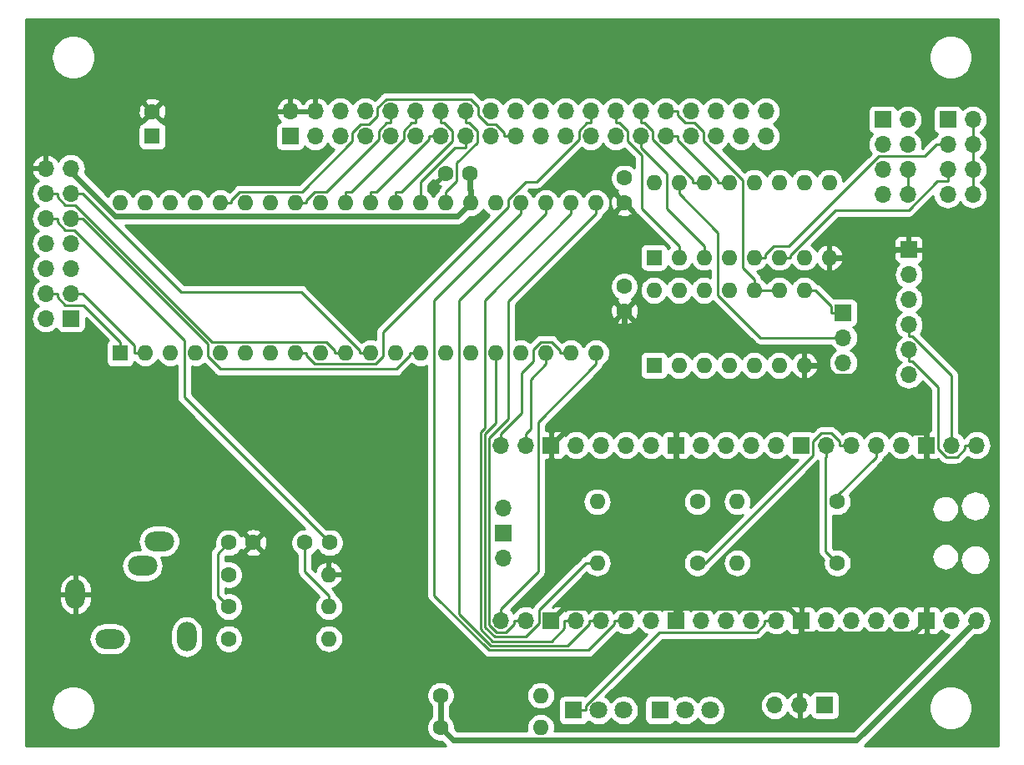
<source format=gbl>
G04 #@! TF.GenerationSoftware,KiCad,Pcbnew,(5.1.4)-1*
G04 #@! TF.CreationDate,2021-08-08T15:03:38+09:00*
G04 #@! TF.ProjectId,KZ80-USBKBD,4b5a3830-2d55-4534-924b-42442e6b6963,rev?*
G04 #@! TF.SameCoordinates,Original*
G04 #@! TF.FileFunction,Copper,L2,Bot*
G04 #@! TF.FilePolarity,Positive*
%FSLAX46Y46*%
G04 Gerber Fmt 4.6, Leading zero omitted, Abs format (unit mm)*
G04 Created by KiCad (PCBNEW (5.1.4)-1) date 2021-08-08 15:03:38*
%MOMM*%
%LPD*%
G04 APERTURE LIST*
%ADD10O,1.600000X1.600000*%
%ADD11C,1.600000*%
%ADD12R,1.600000X1.600000*%
%ADD13O,1.700000X1.700000*%
%ADD14R,1.700000X1.700000*%
%ADD15O,3.000000X2.000000*%
%ADD16O,2.000000X3.000000*%
%ADD17C,1.800000*%
%ADD18R,1.800000X1.800000*%
%ADD19C,0.800000*%
%ADD20C,0.600000*%
%ADD21C,0.250000*%
%ADD22C,0.254000*%
G04 APERTURE END LIST*
D10*
X164840000Y-109800000D03*
D11*
X175000000Y-109800000D03*
D10*
X150640000Y-109800000D03*
D11*
X160800000Y-109800000D03*
D10*
X164840000Y-103600000D03*
D11*
X175000000Y-103600000D03*
D10*
X150640000Y-103600000D03*
D11*
X160800000Y-103600000D03*
D10*
X156400000Y-82130000D03*
X171640000Y-89750000D03*
X158940000Y-82130000D03*
X169100000Y-89750000D03*
X161480000Y-82130000D03*
X166560000Y-89750000D03*
X164020000Y-82130000D03*
X164020000Y-89750000D03*
X166560000Y-82130000D03*
X161480000Y-89750000D03*
X169100000Y-82130000D03*
X158940000Y-89750000D03*
X171640000Y-82130000D03*
D12*
X156400000Y-89750000D03*
D10*
X156400000Y-71180000D03*
X174180000Y-78800000D03*
X158940000Y-71180000D03*
X171640000Y-78800000D03*
X161480000Y-71180000D03*
X169100000Y-78800000D03*
X164020000Y-71180000D03*
X166560000Y-78800000D03*
X166560000Y-71180000D03*
X164020000Y-78800000D03*
X169100000Y-71180000D03*
X161480000Y-78800000D03*
X171640000Y-71180000D03*
X158940000Y-78800000D03*
X174180000Y-71180000D03*
D12*
X156400000Y-78800000D03*
D10*
X102250000Y-73260000D03*
X150510000Y-88500000D03*
X104790000Y-73260000D03*
X147970000Y-88500000D03*
X107330000Y-73260000D03*
X145430000Y-88500000D03*
X109870000Y-73260000D03*
X142890000Y-88500000D03*
X112410000Y-73260000D03*
X140350000Y-88500000D03*
X114950000Y-73260000D03*
X137810000Y-88500000D03*
X117490000Y-73260000D03*
X135270000Y-88500000D03*
X120030000Y-73260000D03*
X132730000Y-88500000D03*
X122570000Y-73260000D03*
X130190000Y-88500000D03*
X125110000Y-73260000D03*
X127650000Y-88500000D03*
X127650000Y-73260000D03*
X125110000Y-88500000D03*
X130190000Y-73260000D03*
X122570000Y-88500000D03*
X132730000Y-73260000D03*
X120030000Y-88500000D03*
X135270000Y-73260000D03*
X117490000Y-88500000D03*
X137810000Y-73260000D03*
X114950000Y-88500000D03*
X140350000Y-73260000D03*
X112410000Y-88500000D03*
X142890000Y-73260000D03*
X109870000Y-88500000D03*
X145430000Y-73260000D03*
X107330000Y-88500000D03*
X147970000Y-73260000D03*
X104790000Y-88500000D03*
X150510000Y-73260000D03*
D12*
X102250000Y-88500000D03*
D13*
X141100000Y-109290000D03*
D14*
X141100000Y-106750000D03*
D13*
X141100000Y-104210000D03*
X189130000Y-115640000D03*
X186590000Y-115640000D03*
D14*
X184050000Y-115640000D03*
D13*
X181510000Y-115640000D03*
X178970000Y-115640000D03*
X176430000Y-115640000D03*
X173890000Y-115640000D03*
D14*
X171350000Y-115640000D03*
D13*
X168810000Y-115640000D03*
X166270000Y-115640000D03*
X163730000Y-115640000D03*
X161190000Y-115640000D03*
D14*
X158650000Y-115640000D03*
D13*
X156110000Y-115640000D03*
X153570000Y-115640000D03*
X151030000Y-115640000D03*
X148490000Y-115640000D03*
D14*
X145950000Y-115640000D03*
D13*
X143410000Y-115640000D03*
X140870000Y-115640000D03*
X140870000Y-97860000D03*
X143410000Y-97860000D03*
D14*
X145950000Y-97860000D03*
D13*
X148490000Y-97860000D03*
X151030000Y-97860000D03*
X153570000Y-97860000D03*
X156110000Y-97860000D03*
D14*
X158650000Y-97860000D03*
D13*
X161190000Y-97860000D03*
X163730000Y-97860000D03*
X166270000Y-97860000D03*
X168810000Y-97860000D03*
D14*
X171350000Y-97860000D03*
D13*
X173890000Y-97860000D03*
X176430000Y-97860000D03*
X178970000Y-97860000D03*
X181510000Y-97860000D03*
D14*
X184050000Y-97860000D03*
D13*
X186590000Y-97860000D03*
X189130000Y-97860000D03*
X168670000Y-124250000D03*
X171210000Y-124250000D03*
D14*
X173750000Y-124250000D03*
D10*
X123410000Y-111000000D03*
D11*
X113250000Y-111000000D03*
D10*
X123410000Y-117500000D03*
D11*
X113250000Y-117500000D03*
D10*
X123410000Y-114250000D03*
D11*
X113250000Y-114250000D03*
D10*
X144910000Y-126500000D03*
D11*
X134750000Y-126500000D03*
D10*
X144910000Y-123250000D03*
D11*
X134750000Y-123250000D03*
D13*
X175600000Y-89500000D03*
X175600000Y-86960000D03*
D14*
X175600000Y-84420000D03*
D13*
X182140000Y-72420000D03*
X179600000Y-72420000D03*
X182140000Y-69880000D03*
X179600000Y-69880000D03*
X182140000Y-67340000D03*
X179600000Y-67340000D03*
X182140000Y-64800000D03*
D14*
X179600000Y-64800000D03*
D13*
X188740000Y-72420000D03*
X186200000Y-72420000D03*
X188740000Y-69880000D03*
X186200000Y-69880000D03*
X188740000Y-67340000D03*
X186200000Y-67340000D03*
X188740000Y-64800000D03*
D14*
X186200000Y-64800000D03*
D13*
X182250000Y-90700000D03*
X182250000Y-88160000D03*
X182250000Y-85620000D03*
X182250000Y-83080000D03*
X182250000Y-80540000D03*
D14*
X182250000Y-78000000D03*
D15*
X101200000Y-117500000D03*
D16*
X109000000Y-117300000D03*
D15*
X104500000Y-110100000D03*
X106200000Y-107600000D03*
D16*
X97700000Y-113000000D03*
D13*
X94710000Y-69760000D03*
X97250000Y-69760000D03*
X94710000Y-72300000D03*
X97250000Y-72300000D03*
X94710000Y-74840000D03*
X97250000Y-74840000D03*
X94710000Y-77380000D03*
X97250000Y-77380000D03*
X94710000Y-79920000D03*
X97250000Y-79920000D03*
X94710000Y-82460000D03*
X97250000Y-82460000D03*
X94710000Y-85000000D03*
D14*
X97250000Y-85000000D03*
D13*
X167760000Y-63960000D03*
X167760000Y-66500000D03*
X165220000Y-63960000D03*
X165220000Y-66500000D03*
X162680000Y-63960000D03*
X162680000Y-66500000D03*
X160140000Y-63960000D03*
X160140000Y-66500000D03*
X157600000Y-63960000D03*
X157600000Y-66500000D03*
X155060000Y-63960000D03*
X155060000Y-66500000D03*
X152520000Y-63960000D03*
X152520000Y-66500000D03*
X149980000Y-63960000D03*
X149980000Y-66500000D03*
X147440000Y-63960000D03*
X147440000Y-66500000D03*
X144900000Y-63960000D03*
X144900000Y-66500000D03*
X142360000Y-63960000D03*
X142360000Y-66500000D03*
X139820000Y-63960000D03*
X139820000Y-66500000D03*
X137280000Y-63960000D03*
X137280000Y-66500000D03*
X134740000Y-63960000D03*
X134740000Y-66500000D03*
X132200000Y-63960000D03*
X132200000Y-66500000D03*
X129660000Y-63960000D03*
X129660000Y-66500000D03*
X127120000Y-63960000D03*
X127120000Y-66500000D03*
X124580000Y-63960000D03*
X124580000Y-66500000D03*
X122040000Y-63960000D03*
X122040000Y-66500000D03*
X119500000Y-63960000D03*
D14*
X119500000Y-66500000D03*
D17*
X162080000Y-124750000D03*
X159540000Y-124750000D03*
D18*
X157000000Y-124750000D03*
D17*
X153330000Y-124750000D03*
X150790000Y-124750000D03*
D18*
X148250000Y-124750000D03*
D11*
X153400000Y-84250000D03*
X153400000Y-81750000D03*
X153400000Y-73250000D03*
X153400000Y-70750000D03*
X137750000Y-70250000D03*
X135250000Y-70250000D03*
X115750000Y-107750000D03*
X113250000Y-107750000D03*
X123500000Y-107750000D03*
X121000000Y-107750000D03*
X105500000Y-64000000D03*
D12*
X105500000Y-66500000D03*
D19*
X110500000Y-69000000D03*
X146500000Y-84000000D03*
X126500000Y-79500000D03*
X114000000Y-78500000D03*
D20*
X153400000Y-91930400D02*
X154070700Y-91930400D01*
X154070700Y-91930400D02*
X158650000Y-96509700D01*
X145950000Y-97860000D02*
X151879600Y-91930400D01*
X151879600Y-91930400D02*
X153400000Y-91930400D01*
X153400000Y-91930400D02*
X153400000Y-84250000D01*
X171350000Y-116990300D02*
X182699700Y-116990300D01*
X182699700Y-116990300D02*
X184050000Y-115640000D01*
X171210000Y-124250000D02*
X171210000Y-117130300D01*
X171210000Y-117130300D02*
X171350000Y-116990300D01*
X158650000Y-97860000D02*
X158650000Y-96509700D01*
X158650000Y-114289700D02*
X158650000Y-99210300D01*
X158650000Y-97860000D02*
X158650000Y-99210300D01*
X145950000Y-115640000D02*
X147300300Y-114289700D01*
X147300300Y-114289700D02*
X158650000Y-114289700D01*
X182250000Y-78000000D02*
X180899700Y-78000000D01*
X177240300Y-80427500D02*
X177107800Y-80427500D01*
X177107800Y-80427500D02*
X175480300Y-78800000D01*
X180899700Y-78000000D02*
X178472200Y-80427500D01*
X178472200Y-80427500D02*
X177240300Y-80427500D01*
X177240300Y-80427500D02*
X177240300Y-90887800D01*
X174180000Y-78800000D02*
X175480300Y-78800000D01*
X158650000Y-114964800D02*
X159331800Y-114283000D01*
X159331800Y-114283000D02*
X169993000Y-114283000D01*
X169993000Y-114283000D02*
X171350000Y-115640000D01*
X158650000Y-114964800D02*
X158650000Y-114289700D01*
X158650000Y-115640000D02*
X158650000Y-114964800D01*
X171350000Y-115640000D02*
X171350000Y-116990300D01*
X184050000Y-97860000D02*
X184050000Y-96509700D01*
X177240300Y-90887800D02*
X182862200Y-96509700D01*
X182862200Y-96509700D02*
X184050000Y-96509700D01*
X177240300Y-90887800D02*
X174078100Y-90887800D01*
X174078100Y-90887800D02*
X172940300Y-89750000D01*
X171640000Y-89750000D02*
X172940300Y-89750000D01*
X184050000Y-115640000D02*
X184050000Y-97860000D01*
X97250000Y-69760000D02*
X97250000Y-70120200D01*
X97250000Y-70120200D02*
X101744100Y-74614300D01*
X101744100Y-74614300D02*
X136455700Y-74614300D01*
X136455700Y-74614300D02*
X137810000Y-73260000D01*
X134750000Y-123250000D02*
X134750000Y-126500000D01*
X134750000Y-126500000D02*
X136052300Y-127802300D01*
X136052300Y-127802300D02*
X176967700Y-127802300D01*
X176967700Y-127802300D02*
X189130000Y-115640000D01*
X137810000Y-73260000D02*
X137810000Y-71959700D01*
X137750000Y-70250000D02*
X137750000Y-71899700D01*
X137750000Y-71899700D02*
X137810000Y-71959700D01*
D21*
X94710000Y-74840000D02*
X95885300Y-74840000D01*
X123500000Y-107750000D02*
X108734300Y-92984300D01*
X108734300Y-92984300D02*
X108734300Y-87190700D01*
X108734300Y-87190700D02*
X97558900Y-76015300D01*
X97558900Y-76015300D02*
X96693200Y-76015300D01*
X96693200Y-76015300D02*
X95885300Y-75207400D01*
X95885300Y-75207400D02*
X95885300Y-74840000D01*
X123410000Y-114250000D02*
X123410000Y-113124700D01*
X121000000Y-107750000D02*
X121000000Y-110714700D01*
X121000000Y-110714700D02*
X123410000Y-113124700D01*
X113250000Y-107750000D02*
X112121300Y-108878700D01*
X112121300Y-108878700D02*
X112121300Y-113121300D01*
X112121300Y-113121300D02*
X113250000Y-114250000D01*
X168810000Y-115640000D02*
X167634700Y-115640000D01*
X148250000Y-124750000D02*
X149475300Y-124750000D01*
X149475300Y-124750000D02*
X149475300Y-124290400D01*
X149475300Y-124290400D02*
X156950400Y-116815300D01*
X156950400Y-116815300D02*
X166826800Y-116815300D01*
X166826800Y-116815300D02*
X167634700Y-116007400D01*
X167634700Y-116007400D02*
X167634700Y-115640000D01*
X169100000Y-82130000D02*
X167685300Y-82130000D01*
X166560000Y-82130000D02*
X167685300Y-82130000D01*
X166560000Y-82130000D02*
X166560000Y-81004700D01*
X157600000Y-63960000D02*
X158775300Y-63960000D01*
X158775300Y-63960000D02*
X158775300Y-64327400D01*
X158775300Y-64327400D02*
X159583200Y-65135300D01*
X159583200Y-65135300D02*
X160476300Y-65135300D01*
X160476300Y-65135300D02*
X161410000Y-66069000D01*
X161410000Y-66069000D02*
X161410000Y-66978300D01*
X161410000Y-66978300D02*
X165434700Y-71003000D01*
X165434700Y-71003000D02*
X165434700Y-79879400D01*
X165434700Y-79879400D02*
X166560000Y-81004700D01*
X164020000Y-71180000D02*
X162894700Y-71180000D01*
X157600000Y-66500000D02*
X158775300Y-66500000D01*
X158775300Y-66500000D02*
X158775300Y-66867400D01*
X158775300Y-66867400D02*
X162894700Y-70986800D01*
X162894700Y-70986800D02*
X162894700Y-71180000D01*
X161480000Y-71180000D02*
X160354700Y-71180000D01*
X155060000Y-63960000D02*
X155060000Y-65135300D01*
X155060000Y-65135300D02*
X155427400Y-65135300D01*
X155427400Y-65135300D02*
X156235300Y-65943200D01*
X156235300Y-65943200D02*
X156235300Y-66798700D01*
X156235300Y-66798700D02*
X160354700Y-70918100D01*
X160354700Y-70918100D02*
X160354700Y-71180000D01*
X161480000Y-78800000D02*
X161480000Y-77674700D01*
X155060000Y-66500000D02*
X155060000Y-67675300D01*
X155060000Y-67675300D02*
X157670000Y-70285300D01*
X157670000Y-70285300D02*
X157670000Y-73864700D01*
X157670000Y-73864700D02*
X161480000Y-77674700D01*
X158940000Y-77674700D02*
X155135300Y-73870000D01*
X155135300Y-73870000D02*
X155135300Y-68387500D01*
X155135300Y-68387500D02*
X153695300Y-66947500D01*
X153695300Y-66947500D02*
X153695300Y-65943200D01*
X153695300Y-65943200D02*
X152887400Y-65135300D01*
X152887400Y-65135300D02*
X152520000Y-65135300D01*
X158940000Y-78800000D02*
X158940000Y-77674700D01*
X152520000Y-63960000D02*
X152520000Y-65135300D01*
X120030000Y-88500000D02*
X121155300Y-88500000D01*
X149980000Y-63960000D02*
X149980000Y-65135300D01*
X149980000Y-65135300D02*
X149612600Y-65135300D01*
X149612600Y-65135300D02*
X148804700Y-65943200D01*
X148804700Y-65943200D02*
X148804700Y-66826500D01*
X148804700Y-66826500D02*
X144486900Y-71144300D01*
X144486900Y-71144300D02*
X143413600Y-71144300D01*
X143413600Y-71144300D02*
X141620000Y-72937900D01*
X141620000Y-72937900D02*
X141620000Y-73661700D01*
X141620000Y-73661700D02*
X128920000Y-86361700D01*
X128920000Y-86361700D02*
X128920000Y-88831800D01*
X128920000Y-88831800D02*
X128126500Y-89625300D01*
X128126500Y-89625300D02*
X121999200Y-89625300D01*
X121999200Y-89625300D02*
X121155300Y-88781400D01*
X121155300Y-88781400D02*
X121155300Y-88500000D01*
X112410000Y-73260000D02*
X113535300Y-73260000D01*
X142360000Y-66500000D02*
X141184700Y-66500000D01*
X141184700Y-66500000D02*
X141184700Y-66132600D01*
X141184700Y-66132600D02*
X140376800Y-65324700D01*
X140376800Y-65324700D02*
X139500500Y-65324700D01*
X139500500Y-65324700D02*
X138550000Y-64374200D01*
X138550000Y-64374200D02*
X138550000Y-63480000D01*
X138550000Y-63480000D02*
X137801300Y-62731300D01*
X137801300Y-62731300D02*
X129226200Y-62731300D01*
X129226200Y-62731300D02*
X128356600Y-63600900D01*
X128356600Y-63600900D02*
X128356600Y-64407600D01*
X128356600Y-64407600D02*
X127439600Y-65324600D01*
X127439600Y-65324600D02*
X126594400Y-65324600D01*
X126594400Y-65324600D02*
X125821600Y-66097400D01*
X125821600Y-66097400D02*
X125821600Y-66985000D01*
X125821600Y-66985000D02*
X120671900Y-72134700D01*
X120671900Y-72134700D02*
X114379200Y-72134700D01*
X114379200Y-72134700D02*
X113535300Y-72978600D01*
X113535300Y-72978600D02*
X113535300Y-73260000D01*
X135270000Y-73260000D02*
X135270000Y-72134700D01*
X137280000Y-63960000D02*
X137280000Y-65135300D01*
X137280000Y-65135300D02*
X137647300Y-65135300D01*
X137647300Y-65135300D02*
X138457300Y-65945300D01*
X138457300Y-65945300D02*
X138457300Y-67143200D01*
X138457300Y-67143200D02*
X136395300Y-69205200D01*
X136395300Y-69205200D02*
X136395300Y-71009400D01*
X136395300Y-71009400D02*
X135270000Y-72134700D01*
X137280000Y-66500000D02*
X137280000Y-67675300D01*
X137280000Y-67675300D02*
X136178200Y-67675300D01*
X136178200Y-67675300D02*
X132730000Y-71123500D01*
X132730000Y-71123500D02*
X132730000Y-73260000D01*
X130190000Y-72134700D02*
X130810900Y-72134700D01*
X130810900Y-72134700D02*
X135934300Y-67011300D01*
X135934300Y-67011300D02*
X135934300Y-65962300D01*
X135934300Y-65962300D02*
X135107300Y-65135300D01*
X135107300Y-65135300D02*
X134740000Y-65135300D01*
X130190000Y-73260000D02*
X130190000Y-72134700D01*
X134740000Y-63960000D02*
X134740000Y-65135300D01*
X127650000Y-73260000D02*
X127650000Y-72134700D01*
X134740000Y-66500000D02*
X133564700Y-66500000D01*
X133564700Y-66500000D02*
X133564700Y-66817000D01*
X133564700Y-66817000D02*
X128247000Y-72134700D01*
X128247000Y-72134700D02*
X127650000Y-72134700D01*
X125110000Y-73260000D02*
X125110000Y-72134700D01*
X132200000Y-63960000D02*
X132200000Y-65135300D01*
X132200000Y-65135300D02*
X131832600Y-65135300D01*
X131832600Y-65135300D02*
X131024700Y-65943200D01*
X131024700Y-65943200D02*
X131024700Y-66835400D01*
X131024700Y-66835400D02*
X125725400Y-72134700D01*
X125725400Y-72134700D02*
X125110000Y-72134700D01*
X120030000Y-73260000D02*
X121155300Y-73260000D01*
X129660000Y-63960000D02*
X129660000Y-65135300D01*
X129660000Y-65135300D02*
X129292600Y-65135300D01*
X129292600Y-65135300D02*
X128484700Y-65943200D01*
X128484700Y-65943200D02*
X128484700Y-66826500D01*
X128484700Y-66826500D02*
X123176500Y-72134700D01*
X123176500Y-72134700D02*
X121999200Y-72134700D01*
X121999200Y-72134700D02*
X121155300Y-72978600D01*
X121155300Y-72978600D02*
X121155300Y-73260000D01*
X125110000Y-88500000D02*
X123984700Y-88500000D01*
X94710000Y-72300000D02*
X95885300Y-72300000D01*
X95885300Y-72300000D02*
X95885300Y-72667400D01*
X95885300Y-72667400D02*
X96693200Y-73475300D01*
X96693200Y-73475300D02*
X97697500Y-73475300D01*
X97697500Y-73475300D02*
X111596900Y-87374700D01*
X111596900Y-87374700D02*
X123140800Y-87374700D01*
X123140800Y-87374700D02*
X123984700Y-88218600D01*
X123984700Y-88218600D02*
X123984700Y-88500000D01*
X127650000Y-88500000D02*
X126524700Y-88500000D01*
X97250000Y-72300000D02*
X98425300Y-72300000D01*
X98425300Y-72300000D02*
X108419900Y-82294600D01*
X108419900Y-82294600D02*
X120600600Y-82294600D01*
X120600600Y-82294600D02*
X126524700Y-88218700D01*
X126524700Y-88218700D02*
X126524700Y-88500000D01*
X132730000Y-88500000D02*
X131604700Y-88500000D01*
X97250000Y-74840000D02*
X98425300Y-74840000D01*
X98425300Y-74840000D02*
X111140000Y-87554700D01*
X111140000Y-87554700D02*
X111140000Y-88869100D01*
X111140000Y-88869100D02*
X112398900Y-90128000D01*
X112398900Y-90128000D02*
X130258000Y-90128000D01*
X130258000Y-90128000D02*
X131604700Y-88781300D01*
X131604700Y-88781300D02*
X131604700Y-88500000D01*
X102250000Y-88500000D02*
X102250000Y-87374700D01*
X94710000Y-82460000D02*
X95885300Y-82460000D01*
X95885300Y-82460000D02*
X95885300Y-82827400D01*
X95885300Y-82827400D02*
X96693200Y-83635300D01*
X96693200Y-83635300D02*
X98510600Y-83635300D01*
X98510600Y-83635300D02*
X102250000Y-87374700D01*
X97250000Y-82460000D02*
X98425300Y-82460000D01*
X104790000Y-88500000D02*
X103664700Y-88500000D01*
X98425300Y-82460000D02*
X103664700Y-87699400D01*
X103664700Y-87699400D02*
X103664700Y-88500000D01*
X189130000Y-97860000D02*
X187954700Y-97860000D01*
X182250000Y-88160000D02*
X182250000Y-89335300D01*
X182250000Y-89335300D02*
X182617300Y-89335300D01*
X182617300Y-89335300D02*
X185225400Y-91943400D01*
X185225400Y-91943400D02*
X185225400Y-98228200D01*
X185225400Y-98228200D02*
X186032500Y-99035300D01*
X186032500Y-99035300D02*
X187146800Y-99035300D01*
X187146800Y-99035300D02*
X187954700Y-98227400D01*
X187954700Y-98227400D02*
X187954700Y-97860000D01*
X182250000Y-85620000D02*
X182250000Y-86795300D01*
X182250000Y-86795300D02*
X182617300Y-86795300D01*
X182617300Y-86795300D02*
X186590000Y-90768000D01*
X186590000Y-90768000D02*
X186590000Y-97860000D01*
X188740000Y-69880000D02*
X188740000Y-72420000D01*
X188740000Y-67340000D02*
X188740000Y-69880000D01*
X188740000Y-64800000D02*
X188740000Y-67340000D01*
X169100000Y-78800000D02*
X170225300Y-78800000D01*
X186200000Y-69880000D02*
X186200000Y-71055300D01*
X186200000Y-71055300D02*
X185176100Y-71055300D01*
X185176100Y-71055300D02*
X182243100Y-73988300D01*
X182243100Y-73988300D02*
X174844200Y-73988300D01*
X174844200Y-73988300D02*
X170225300Y-78607200D01*
X170225300Y-78607200D02*
X170225300Y-78800000D01*
X166560000Y-78800000D02*
X167685300Y-78800000D01*
X186200000Y-67340000D02*
X185024700Y-67340000D01*
X185024700Y-67340000D02*
X183849400Y-68515300D01*
X183849400Y-68515300D02*
X179239900Y-68515300D01*
X179239900Y-68515300D02*
X170080500Y-77674700D01*
X170080500Y-77674700D02*
X168529200Y-77674700D01*
X168529200Y-77674700D02*
X167685300Y-78518600D01*
X167685300Y-78518600D02*
X167685300Y-78800000D01*
X182140000Y-69880000D02*
X182140000Y-72420000D01*
X158940000Y-71180000D02*
X158940000Y-72305300D01*
X175600000Y-86960000D02*
X167215300Y-86960000D01*
X167215300Y-86960000D02*
X162894600Y-82639300D01*
X162894600Y-82639300D02*
X162894600Y-76259900D01*
X162894600Y-76259900D02*
X158940000Y-72305300D01*
X175600000Y-84420000D02*
X174424700Y-84420000D01*
X171640000Y-82130000D02*
X172765300Y-82130000D01*
X174424700Y-84420000D02*
X174424700Y-83789400D01*
X174424700Y-83789400D02*
X172765300Y-82130000D01*
X150510000Y-88500000D02*
X150510000Y-89625300D01*
X140870000Y-115640000D02*
X140870000Y-114464700D01*
X140870000Y-114464700D02*
X144629100Y-110705600D01*
X144629100Y-110705600D02*
X144629100Y-95506200D01*
X144629100Y-95506200D02*
X150510000Y-89625300D01*
X150510000Y-73260000D02*
X150510000Y-74385300D01*
X143410000Y-115640000D02*
X142234700Y-115640000D01*
X142234700Y-115640000D02*
X142234700Y-116007300D01*
X142234700Y-116007300D02*
X141387900Y-116854100D01*
X141387900Y-116854100D02*
X140421200Y-116854100D01*
X140421200Y-116854100D02*
X139693300Y-116126200D01*
X139693300Y-116126200D02*
X139693300Y-97135000D01*
X139693300Y-97135000D02*
X141620000Y-95208300D01*
X141620000Y-95208300D02*
X141620000Y-83275300D01*
X141620000Y-83275300D02*
X150510000Y-74385300D01*
X147970000Y-74385300D02*
X139210700Y-83144600D01*
X139210700Y-83144600D02*
X139210700Y-96118500D01*
X139210700Y-96118500D02*
X138792700Y-96536500D01*
X138792700Y-96536500D02*
X138792700Y-116499400D01*
X138792700Y-116499400D02*
X140048000Y-117754700D01*
X140048000Y-117754700D02*
X146008100Y-117754700D01*
X146008100Y-117754700D02*
X147314700Y-116448100D01*
X147314700Y-116448100D02*
X147314700Y-115640000D01*
X147970000Y-73260000D02*
X147970000Y-74385300D01*
X148490000Y-115640000D02*
X147314700Y-115640000D01*
X145430000Y-74385300D02*
X136662200Y-83153100D01*
X136662200Y-83153100D02*
X136662200Y-115005800D01*
X136662200Y-115005800D02*
X139861400Y-118205000D01*
X139861400Y-118205000D02*
X147657000Y-118205000D01*
X147657000Y-118205000D02*
X149854700Y-116007300D01*
X149854700Y-116007300D02*
X149854700Y-115640000D01*
X145430000Y-73260000D02*
X145430000Y-74385300D01*
X151030000Y-115640000D02*
X149854700Y-115640000D01*
X142890000Y-74385300D02*
X134108800Y-83166500D01*
X134108800Y-83166500D02*
X134108800Y-113089300D01*
X134108800Y-113089300D02*
X139674800Y-118655300D01*
X139674800Y-118655300D02*
X149746700Y-118655300D01*
X149746700Y-118655300D02*
X152394700Y-116007300D01*
X152394700Y-116007300D02*
X152394700Y-115640000D01*
X142890000Y-73260000D02*
X142890000Y-74385300D01*
X153570000Y-115640000D02*
X152394700Y-115640000D01*
X140870000Y-97860000D02*
X140870000Y-96684700D01*
X146844700Y-88500000D02*
X146844700Y-88218600D01*
X146844700Y-88218600D02*
X146000800Y-87374700D01*
X146000800Y-87374700D02*
X144963500Y-87374700D01*
X144963500Y-87374700D02*
X144160000Y-88178200D01*
X144160000Y-88178200D02*
X144160000Y-89357800D01*
X144160000Y-89357800D02*
X142966700Y-90551100D01*
X142966700Y-90551100D02*
X142966700Y-94588000D01*
X142966700Y-94588000D02*
X140870000Y-96684700D01*
X147970000Y-88500000D02*
X146844700Y-88500000D01*
X145430000Y-88500000D02*
X145430000Y-89625300D01*
X143410000Y-97860000D02*
X143410000Y-96684700D01*
X143410000Y-96684700D02*
X143897200Y-96197500D01*
X143897200Y-96197500D02*
X143897200Y-91158100D01*
X143897200Y-91158100D02*
X145430000Y-89625300D01*
X140350000Y-89625300D02*
X140350000Y-95616100D01*
X140350000Y-95616100D02*
X139243000Y-96723100D01*
X139243000Y-96723100D02*
X139243000Y-116312800D01*
X139243000Y-116312800D02*
X140234600Y-117304400D01*
X140234600Y-117304400D02*
X143430500Y-117304400D01*
X143430500Y-117304400D02*
X144774600Y-115960300D01*
X144774600Y-115960300D02*
X144774600Y-114540100D01*
X144774600Y-114540100D02*
X149514700Y-109800000D01*
X150640000Y-109800000D02*
X149514700Y-109800000D01*
X140350000Y-88500000D02*
X140350000Y-89625300D01*
X178970000Y-97860000D02*
X178970000Y-99035300D01*
X178970000Y-99035300D02*
X175000000Y-103005300D01*
X175000000Y-103005300D02*
X175000000Y-103600000D01*
X176430000Y-97860000D02*
X175254700Y-97860000D01*
X175254700Y-97860000D02*
X175254700Y-97492700D01*
X175254700Y-97492700D02*
X174394000Y-96632000D01*
X174394000Y-96632000D02*
X173389300Y-96632000D01*
X173389300Y-96632000D02*
X172525400Y-97495900D01*
X172525400Y-97495900D02*
X172525400Y-98864800D01*
X172525400Y-98864800D02*
X161590200Y-109800000D01*
X161590200Y-109800000D02*
X160800000Y-109800000D01*
X173890000Y-97860000D02*
X173890000Y-99035300D01*
X173890000Y-99035300D02*
X173815300Y-99110000D01*
X173815300Y-99110000D02*
X173815300Y-108615300D01*
X173815300Y-108615300D02*
X175000000Y-109800000D01*
D22*
G36*
X191340001Y-128340000D02*
G01*
X177752289Y-128340000D01*
X181812417Y-124279872D01*
X184265000Y-124279872D01*
X184265000Y-124720128D01*
X184350890Y-125151925D01*
X184519369Y-125558669D01*
X184763962Y-125924729D01*
X185075271Y-126236038D01*
X185441331Y-126480631D01*
X185848075Y-126649110D01*
X186279872Y-126735000D01*
X186720128Y-126735000D01*
X187151925Y-126649110D01*
X187558669Y-126480631D01*
X187924729Y-126236038D01*
X188236038Y-125924729D01*
X188480631Y-125558669D01*
X188649110Y-125151925D01*
X188735000Y-124720128D01*
X188735000Y-124279872D01*
X188649110Y-123848075D01*
X188480631Y-123441331D01*
X188236038Y-123075271D01*
X187924729Y-122763962D01*
X187558669Y-122519369D01*
X187151925Y-122350890D01*
X186720128Y-122265000D01*
X186279872Y-122265000D01*
X185848075Y-122350890D01*
X185441331Y-122519369D01*
X185075271Y-122763962D01*
X184763962Y-123075271D01*
X184519369Y-123441331D01*
X184350890Y-123848075D01*
X184265000Y-124279872D01*
X181812417Y-124279872D01*
X188975337Y-117116952D01*
X189057050Y-117125000D01*
X189202950Y-117125000D01*
X189421111Y-117103513D01*
X189701034Y-117018599D01*
X189959014Y-116880706D01*
X190185134Y-116695134D01*
X190370706Y-116469014D01*
X190508599Y-116211034D01*
X190593513Y-115931111D01*
X190622185Y-115640000D01*
X190593513Y-115348889D01*
X190508599Y-115068966D01*
X190370706Y-114810986D01*
X190185134Y-114584866D01*
X189959014Y-114399294D01*
X189701034Y-114261401D01*
X189421111Y-114176487D01*
X189202950Y-114155000D01*
X189057050Y-114155000D01*
X188838889Y-114176487D01*
X188558966Y-114261401D01*
X188300986Y-114399294D01*
X188074866Y-114584866D01*
X187889294Y-114810986D01*
X187860000Y-114865791D01*
X187830706Y-114810986D01*
X187645134Y-114584866D01*
X187419014Y-114399294D01*
X187161034Y-114261401D01*
X186881111Y-114176487D01*
X186662950Y-114155000D01*
X186517050Y-114155000D01*
X186298889Y-114176487D01*
X186018966Y-114261401D01*
X185760986Y-114399294D01*
X185534866Y-114584866D01*
X185510393Y-114614687D01*
X185489502Y-114545820D01*
X185430537Y-114435506D01*
X185351185Y-114338815D01*
X185254494Y-114259463D01*
X185144180Y-114200498D01*
X185024482Y-114164188D01*
X184900000Y-114151928D01*
X184335750Y-114155000D01*
X184177000Y-114313750D01*
X184177000Y-115513000D01*
X184197000Y-115513000D01*
X184197000Y-115767000D01*
X184177000Y-115767000D01*
X184177000Y-116966250D01*
X184335750Y-117125000D01*
X184900000Y-117128072D01*
X185024482Y-117115812D01*
X185144180Y-117079502D01*
X185254494Y-117020537D01*
X185351185Y-116941185D01*
X185430537Y-116844494D01*
X185489502Y-116734180D01*
X185510393Y-116665313D01*
X185534866Y-116695134D01*
X185760986Y-116880706D01*
X186018966Y-117018599D01*
X186298889Y-117103513D01*
X186340136Y-117107575D01*
X176580411Y-126867300D01*
X146298151Y-126867300D01*
X146324236Y-126781309D01*
X146351943Y-126500000D01*
X146324236Y-126218691D01*
X146242182Y-125948192D01*
X146108932Y-125698899D01*
X145929608Y-125480392D01*
X145711101Y-125301068D01*
X145461808Y-125167818D01*
X145191309Y-125085764D01*
X144980492Y-125065000D01*
X144839508Y-125065000D01*
X144628691Y-125085764D01*
X144358192Y-125167818D01*
X144108899Y-125301068D01*
X143890392Y-125480392D01*
X143711068Y-125698899D01*
X143577818Y-125948192D01*
X143495764Y-126218691D01*
X143468057Y-126500000D01*
X143495764Y-126781309D01*
X143521849Y-126867300D01*
X136439590Y-126867300D01*
X136185000Y-126612710D01*
X136185000Y-126358665D01*
X136129853Y-126081426D01*
X136021680Y-125820273D01*
X135864637Y-125585241D01*
X135685000Y-125405604D01*
X135685000Y-124344396D01*
X135864637Y-124164759D01*
X136021680Y-123929727D01*
X136129853Y-123668574D01*
X136185000Y-123391335D01*
X136185000Y-123250000D01*
X143468057Y-123250000D01*
X143495764Y-123531309D01*
X143577818Y-123801808D01*
X143711068Y-124051101D01*
X143890392Y-124269608D01*
X144108899Y-124448932D01*
X144358192Y-124582182D01*
X144628691Y-124664236D01*
X144839508Y-124685000D01*
X144980492Y-124685000D01*
X145191309Y-124664236D01*
X145461808Y-124582182D01*
X145711101Y-124448932D01*
X145929608Y-124269608D01*
X146108932Y-124051101D01*
X146242182Y-123801808D01*
X146324236Y-123531309D01*
X146351943Y-123250000D01*
X146324236Y-122968691D01*
X146242182Y-122698192D01*
X146108932Y-122448899D01*
X145929608Y-122230392D01*
X145711101Y-122051068D01*
X145461808Y-121917818D01*
X145191309Y-121835764D01*
X144980492Y-121815000D01*
X144839508Y-121815000D01*
X144628691Y-121835764D01*
X144358192Y-121917818D01*
X144108899Y-122051068D01*
X143890392Y-122230392D01*
X143711068Y-122448899D01*
X143577818Y-122698192D01*
X143495764Y-122968691D01*
X143468057Y-123250000D01*
X136185000Y-123250000D01*
X136185000Y-123108665D01*
X136129853Y-122831426D01*
X136021680Y-122570273D01*
X135864637Y-122335241D01*
X135664759Y-122135363D01*
X135429727Y-121978320D01*
X135168574Y-121870147D01*
X134891335Y-121815000D01*
X134608665Y-121815000D01*
X134331426Y-121870147D01*
X134070273Y-121978320D01*
X133835241Y-122135363D01*
X133635363Y-122335241D01*
X133478320Y-122570273D01*
X133370147Y-122831426D01*
X133315000Y-123108665D01*
X133315000Y-123391335D01*
X133370147Y-123668574D01*
X133478320Y-123929727D01*
X133635363Y-124164759D01*
X133815000Y-124344396D01*
X133815001Y-125405603D01*
X133635363Y-125585241D01*
X133478320Y-125820273D01*
X133370147Y-126081426D01*
X133315000Y-126358665D01*
X133315000Y-126641335D01*
X133370147Y-126918574D01*
X133478320Y-127179727D01*
X133635363Y-127414759D01*
X133835241Y-127614637D01*
X134070273Y-127771680D01*
X134331426Y-127879853D01*
X134608665Y-127935000D01*
X134862710Y-127935000D01*
X135267710Y-128340000D01*
X92660000Y-128340000D01*
X92660000Y-124279872D01*
X95265000Y-124279872D01*
X95265000Y-124720128D01*
X95350890Y-125151925D01*
X95519369Y-125558669D01*
X95763962Y-125924729D01*
X96075271Y-126236038D01*
X96441331Y-126480631D01*
X96848075Y-126649110D01*
X97279872Y-126735000D01*
X97720128Y-126735000D01*
X98151925Y-126649110D01*
X98558669Y-126480631D01*
X98924729Y-126236038D01*
X99236038Y-125924729D01*
X99480631Y-125558669D01*
X99649110Y-125151925D01*
X99735000Y-124720128D01*
X99735000Y-124279872D01*
X99649110Y-123848075D01*
X99480631Y-123441331D01*
X99236038Y-123075271D01*
X98924729Y-122763962D01*
X98558669Y-122519369D01*
X98151925Y-122350890D01*
X97720128Y-122265000D01*
X97279872Y-122265000D01*
X96848075Y-122350890D01*
X96441331Y-122519369D01*
X96075271Y-122763962D01*
X95763962Y-123075271D01*
X95519369Y-123441331D01*
X95350890Y-123848075D01*
X95265000Y-124279872D01*
X92660000Y-124279872D01*
X92660000Y-117500000D01*
X99057089Y-117500000D01*
X99088657Y-117820516D01*
X99182148Y-118128715D01*
X99333969Y-118412752D01*
X99538286Y-118661714D01*
X99787248Y-118866031D01*
X100071285Y-119017852D01*
X100379484Y-119111343D01*
X100619678Y-119135000D01*
X101780322Y-119135000D01*
X102020516Y-119111343D01*
X102328715Y-119017852D01*
X102612752Y-118866031D01*
X102861714Y-118661714D01*
X103066031Y-118412752D01*
X103217852Y-118128715D01*
X103311343Y-117820516D01*
X103342911Y-117500000D01*
X103311343Y-117179484D01*
X103217852Y-116871285D01*
X103136817Y-116719679D01*
X107365000Y-116719679D01*
X107365000Y-117880322D01*
X107388657Y-118120516D01*
X107482148Y-118428715D01*
X107633970Y-118712752D01*
X107838287Y-118961714D01*
X108087249Y-119166031D01*
X108371286Y-119317852D01*
X108679485Y-119411343D01*
X109000000Y-119442911D01*
X109320516Y-119411343D01*
X109628715Y-119317852D01*
X109912752Y-119166031D01*
X110161714Y-118961714D01*
X110366031Y-118712752D01*
X110517852Y-118428715D01*
X110611343Y-118120516D01*
X110635000Y-117880322D01*
X110635000Y-117358665D01*
X111815000Y-117358665D01*
X111815000Y-117641335D01*
X111870147Y-117918574D01*
X111978320Y-118179727D01*
X112135363Y-118414759D01*
X112335241Y-118614637D01*
X112570273Y-118771680D01*
X112831426Y-118879853D01*
X113108665Y-118935000D01*
X113391335Y-118935000D01*
X113668574Y-118879853D01*
X113929727Y-118771680D01*
X114164759Y-118614637D01*
X114364637Y-118414759D01*
X114521680Y-118179727D01*
X114629853Y-117918574D01*
X114685000Y-117641335D01*
X114685000Y-117500000D01*
X121968057Y-117500000D01*
X121995764Y-117781309D01*
X122077818Y-118051808D01*
X122211068Y-118301101D01*
X122390392Y-118519608D01*
X122608899Y-118698932D01*
X122858192Y-118832182D01*
X123128691Y-118914236D01*
X123339508Y-118935000D01*
X123480492Y-118935000D01*
X123691309Y-118914236D01*
X123961808Y-118832182D01*
X124211101Y-118698932D01*
X124429608Y-118519608D01*
X124608932Y-118301101D01*
X124742182Y-118051808D01*
X124824236Y-117781309D01*
X124851943Y-117500000D01*
X124824236Y-117218691D01*
X124742182Y-116948192D01*
X124608932Y-116698899D01*
X124429608Y-116480392D01*
X124211101Y-116301068D01*
X123961808Y-116167818D01*
X123691309Y-116085764D01*
X123480492Y-116065000D01*
X123339508Y-116065000D01*
X123128691Y-116085764D01*
X122858192Y-116167818D01*
X122608899Y-116301068D01*
X122390392Y-116480392D01*
X122211068Y-116698899D01*
X122077818Y-116948192D01*
X121995764Y-117218691D01*
X121968057Y-117500000D01*
X114685000Y-117500000D01*
X114685000Y-117358665D01*
X114629853Y-117081426D01*
X114521680Y-116820273D01*
X114364637Y-116585241D01*
X114164759Y-116385363D01*
X113929727Y-116228320D01*
X113668574Y-116120147D01*
X113391335Y-116065000D01*
X113108665Y-116065000D01*
X112831426Y-116120147D01*
X112570273Y-116228320D01*
X112335241Y-116385363D01*
X112135363Y-116585241D01*
X111978320Y-116820273D01*
X111870147Y-117081426D01*
X111815000Y-117358665D01*
X110635000Y-117358665D01*
X110635000Y-116719678D01*
X110611343Y-116479484D01*
X110517852Y-116171285D01*
X110366031Y-115887248D01*
X110161714Y-115638286D01*
X109912751Y-115433969D01*
X109628714Y-115282148D01*
X109320515Y-115188657D01*
X109000000Y-115157089D01*
X108679484Y-115188657D01*
X108371285Y-115282148D01*
X108087248Y-115433969D01*
X107838286Y-115638286D01*
X107633969Y-115887249D01*
X107482148Y-116171286D01*
X107388657Y-116479485D01*
X107365000Y-116719679D01*
X103136817Y-116719679D01*
X103066031Y-116587248D01*
X102861714Y-116338286D01*
X102612752Y-116133969D01*
X102328715Y-115982148D01*
X102020516Y-115888657D01*
X101780322Y-115865000D01*
X100619678Y-115865000D01*
X100379484Y-115888657D01*
X100071285Y-115982148D01*
X99787248Y-116133969D01*
X99538286Y-116338286D01*
X99333969Y-116587248D01*
X99182148Y-116871285D01*
X99088657Y-117179484D01*
X99057089Y-117500000D01*
X92660000Y-117500000D01*
X92660000Y-113127000D01*
X96065000Y-113127000D01*
X96065000Y-113627000D01*
X96121193Y-113943532D01*
X96238058Y-114243020D01*
X96411105Y-114513954D01*
X96633683Y-114745922D01*
X96897239Y-114930010D01*
X97191645Y-115059144D01*
X97319566Y-115090124D01*
X97573000Y-114970777D01*
X97573000Y-113127000D01*
X97827000Y-113127000D01*
X97827000Y-114970777D01*
X98080434Y-115090124D01*
X98208355Y-115059144D01*
X98502761Y-114930010D01*
X98766317Y-114745922D01*
X98988895Y-114513954D01*
X99161942Y-114243020D01*
X99278807Y-113943532D01*
X99335000Y-113627000D01*
X99335000Y-113127000D01*
X97827000Y-113127000D01*
X97573000Y-113127000D01*
X96065000Y-113127000D01*
X92660000Y-113127000D01*
X92660000Y-112373000D01*
X96065000Y-112373000D01*
X96065000Y-112873000D01*
X97573000Y-112873000D01*
X97573000Y-111029223D01*
X97827000Y-111029223D01*
X97827000Y-112873000D01*
X99335000Y-112873000D01*
X99335000Y-112373000D01*
X99278807Y-112056468D01*
X99161942Y-111756980D01*
X98988895Y-111486046D01*
X98766317Y-111254078D01*
X98502761Y-111069990D01*
X98208355Y-110940856D01*
X98080434Y-110909876D01*
X97827000Y-111029223D01*
X97573000Y-111029223D01*
X97319566Y-110909876D01*
X97191645Y-110940856D01*
X96897239Y-111069990D01*
X96633683Y-111254078D01*
X96411105Y-111486046D01*
X96238058Y-111756980D01*
X96121193Y-112056468D01*
X96065000Y-112373000D01*
X92660000Y-112373000D01*
X92660000Y-110100000D01*
X102357089Y-110100000D01*
X102388657Y-110420516D01*
X102482148Y-110728715D01*
X102633969Y-111012752D01*
X102838286Y-111261714D01*
X103087248Y-111466031D01*
X103371285Y-111617852D01*
X103679484Y-111711343D01*
X103919678Y-111735000D01*
X105080322Y-111735000D01*
X105320516Y-111711343D01*
X105628715Y-111617852D01*
X105912752Y-111466031D01*
X106161714Y-111261714D01*
X106366031Y-111012752D01*
X106517852Y-110728715D01*
X106611343Y-110420516D01*
X106642911Y-110100000D01*
X106611343Y-109779484D01*
X106517852Y-109471285D01*
X106391555Y-109235000D01*
X106780322Y-109235000D01*
X107020516Y-109211343D01*
X107328715Y-109117852D01*
X107612752Y-108966031D01*
X107719165Y-108878700D01*
X111357624Y-108878700D01*
X111361300Y-108916023D01*
X111361301Y-113083968D01*
X111357624Y-113121300D01*
X111361301Y-113158633D01*
X111372298Y-113270286D01*
X111385480Y-113313742D01*
X111415754Y-113413546D01*
X111486326Y-113545576D01*
X111506595Y-113570273D01*
X111581300Y-113661301D01*
X111610298Y-113685099D01*
X111851312Y-113926113D01*
X111815000Y-114108665D01*
X111815000Y-114391335D01*
X111870147Y-114668574D01*
X111978320Y-114929727D01*
X112135363Y-115164759D01*
X112335241Y-115364637D01*
X112570273Y-115521680D01*
X112831426Y-115629853D01*
X113108665Y-115685000D01*
X113391335Y-115685000D01*
X113668574Y-115629853D01*
X113929727Y-115521680D01*
X114164759Y-115364637D01*
X114364637Y-115164759D01*
X114521680Y-114929727D01*
X114629853Y-114668574D01*
X114685000Y-114391335D01*
X114685000Y-114108665D01*
X114629853Y-113831426D01*
X114521680Y-113570273D01*
X114364637Y-113335241D01*
X114164759Y-113135363D01*
X113929727Y-112978320D01*
X113668574Y-112870147D01*
X113391335Y-112815000D01*
X113108665Y-112815000D01*
X112926113Y-112851312D01*
X112881300Y-112806499D01*
X112881300Y-112389774D01*
X113108665Y-112435000D01*
X113391335Y-112435000D01*
X113668574Y-112379853D01*
X113929727Y-112271680D01*
X114164759Y-112114637D01*
X114364637Y-111914759D01*
X114521680Y-111679727D01*
X114629853Y-111418574D01*
X114685000Y-111141335D01*
X114685000Y-110858665D01*
X114629853Y-110581426D01*
X114521680Y-110320273D01*
X114364637Y-110085241D01*
X114164759Y-109885363D01*
X113929727Y-109728320D01*
X113668574Y-109620147D01*
X113391335Y-109565000D01*
X113108665Y-109565000D01*
X112881300Y-109610226D01*
X112881300Y-109193501D01*
X112926113Y-109148688D01*
X113108665Y-109185000D01*
X113391335Y-109185000D01*
X113668574Y-109129853D01*
X113929727Y-109021680D01*
X114164759Y-108864637D01*
X114286694Y-108742702D01*
X114936903Y-108742702D01*
X115008486Y-108986671D01*
X115263996Y-109107571D01*
X115538184Y-109176300D01*
X115820512Y-109190217D01*
X116100130Y-109148787D01*
X116366292Y-109053603D01*
X116491514Y-108986671D01*
X116563097Y-108742702D01*
X115750000Y-107929605D01*
X114936903Y-108742702D01*
X114286694Y-108742702D01*
X114364637Y-108664759D01*
X114498692Y-108464131D01*
X114513329Y-108491514D01*
X114757298Y-108563097D01*
X115570395Y-107750000D01*
X115929605Y-107750000D01*
X116742702Y-108563097D01*
X116986671Y-108491514D01*
X117107571Y-108236004D01*
X117176300Y-107961816D01*
X117190217Y-107679488D01*
X117148787Y-107399870D01*
X117053603Y-107133708D01*
X116986671Y-107008486D01*
X116742702Y-106936903D01*
X115929605Y-107750000D01*
X115570395Y-107750000D01*
X114757298Y-106936903D01*
X114513329Y-107008486D01*
X114499676Y-107037341D01*
X114364637Y-106835241D01*
X114286694Y-106757298D01*
X114936903Y-106757298D01*
X115750000Y-107570395D01*
X116563097Y-106757298D01*
X116491514Y-106513329D01*
X116236004Y-106392429D01*
X115961816Y-106323700D01*
X115679488Y-106309783D01*
X115399870Y-106351213D01*
X115133708Y-106446397D01*
X115008486Y-106513329D01*
X114936903Y-106757298D01*
X114286694Y-106757298D01*
X114164759Y-106635363D01*
X113929727Y-106478320D01*
X113668574Y-106370147D01*
X113391335Y-106315000D01*
X113108665Y-106315000D01*
X112831426Y-106370147D01*
X112570273Y-106478320D01*
X112335241Y-106635363D01*
X112135363Y-106835241D01*
X111978320Y-107070273D01*
X111870147Y-107331426D01*
X111815000Y-107608665D01*
X111815000Y-107891335D01*
X111851312Y-108073887D01*
X111610302Y-108314896D01*
X111581299Y-108338699D01*
X111542674Y-108385764D01*
X111486326Y-108454424D01*
X111428239Y-108563097D01*
X111415754Y-108586454D01*
X111372297Y-108729715D01*
X111361300Y-108841368D01*
X111361300Y-108841378D01*
X111357624Y-108878700D01*
X107719165Y-108878700D01*
X107861714Y-108761714D01*
X108066031Y-108512752D01*
X108217852Y-108228715D01*
X108311343Y-107920516D01*
X108342911Y-107600000D01*
X108311343Y-107279484D01*
X108217852Y-106971285D01*
X108066031Y-106687248D01*
X107861714Y-106438286D01*
X107612752Y-106233969D01*
X107328715Y-106082148D01*
X107020516Y-105988657D01*
X106780322Y-105965000D01*
X105619678Y-105965000D01*
X105379484Y-105988657D01*
X105071285Y-106082148D01*
X104787248Y-106233969D01*
X104538286Y-106438286D01*
X104333969Y-106687248D01*
X104182148Y-106971285D01*
X104088657Y-107279484D01*
X104057089Y-107600000D01*
X104088657Y-107920516D01*
X104182148Y-108228715D01*
X104308445Y-108465000D01*
X103919678Y-108465000D01*
X103679484Y-108488657D01*
X103371285Y-108582148D01*
X103087248Y-108733969D01*
X102838286Y-108938286D01*
X102633969Y-109187248D01*
X102482148Y-109471285D01*
X102388657Y-109779484D01*
X102357089Y-110100000D01*
X92660000Y-110100000D01*
X92660000Y-72300000D01*
X93217815Y-72300000D01*
X93246487Y-72591111D01*
X93331401Y-72871034D01*
X93469294Y-73129014D01*
X93654866Y-73355134D01*
X93880986Y-73540706D01*
X93935791Y-73570000D01*
X93880986Y-73599294D01*
X93654866Y-73784866D01*
X93469294Y-74010986D01*
X93331401Y-74268966D01*
X93246487Y-74548889D01*
X93217815Y-74840000D01*
X93246487Y-75131111D01*
X93331401Y-75411034D01*
X93469294Y-75669014D01*
X93654866Y-75895134D01*
X93880986Y-76080706D01*
X93935791Y-76110000D01*
X93880986Y-76139294D01*
X93654866Y-76324866D01*
X93469294Y-76550986D01*
X93331401Y-76808966D01*
X93246487Y-77088889D01*
X93217815Y-77380000D01*
X93246487Y-77671111D01*
X93331401Y-77951034D01*
X93469294Y-78209014D01*
X93654866Y-78435134D01*
X93880986Y-78620706D01*
X93935791Y-78650000D01*
X93880986Y-78679294D01*
X93654866Y-78864866D01*
X93469294Y-79090986D01*
X93331401Y-79348966D01*
X93246487Y-79628889D01*
X93217815Y-79920000D01*
X93246487Y-80211111D01*
X93331401Y-80491034D01*
X93469294Y-80749014D01*
X93654866Y-80975134D01*
X93880986Y-81160706D01*
X93935791Y-81190000D01*
X93880986Y-81219294D01*
X93654866Y-81404866D01*
X93469294Y-81630986D01*
X93331401Y-81888966D01*
X93246487Y-82168889D01*
X93217815Y-82460000D01*
X93246487Y-82751111D01*
X93331401Y-83031034D01*
X93469294Y-83289014D01*
X93654866Y-83515134D01*
X93880986Y-83700706D01*
X93935791Y-83730000D01*
X93880986Y-83759294D01*
X93654866Y-83944866D01*
X93469294Y-84170986D01*
X93331401Y-84428966D01*
X93246487Y-84708889D01*
X93217815Y-85000000D01*
X93246487Y-85291111D01*
X93331401Y-85571034D01*
X93469294Y-85829014D01*
X93654866Y-86055134D01*
X93880986Y-86240706D01*
X94138966Y-86378599D01*
X94418889Y-86463513D01*
X94637050Y-86485000D01*
X94782950Y-86485000D01*
X95001111Y-86463513D01*
X95281034Y-86378599D01*
X95539014Y-86240706D01*
X95765134Y-86055134D01*
X95789607Y-86025313D01*
X95810498Y-86094180D01*
X95869463Y-86204494D01*
X95948815Y-86301185D01*
X96045506Y-86380537D01*
X96155820Y-86439502D01*
X96275518Y-86475812D01*
X96400000Y-86488072D01*
X98100000Y-86488072D01*
X98224482Y-86475812D01*
X98344180Y-86439502D01*
X98454494Y-86380537D01*
X98551185Y-86301185D01*
X98630537Y-86204494D01*
X98689502Y-86094180D01*
X98725812Y-85974482D01*
X98738072Y-85850000D01*
X98738072Y-84937573D01*
X101026551Y-87226053D01*
X100998815Y-87248815D01*
X100919463Y-87345506D01*
X100860498Y-87455820D01*
X100824188Y-87575518D01*
X100811928Y-87700000D01*
X100811928Y-89300000D01*
X100824188Y-89424482D01*
X100860498Y-89544180D01*
X100919463Y-89654494D01*
X100998815Y-89751185D01*
X101095506Y-89830537D01*
X101205820Y-89889502D01*
X101325518Y-89925812D01*
X101450000Y-89938072D01*
X103050000Y-89938072D01*
X103174482Y-89925812D01*
X103294180Y-89889502D01*
X103404494Y-89830537D01*
X103501185Y-89751185D01*
X103580537Y-89654494D01*
X103639502Y-89544180D01*
X103675812Y-89424482D01*
X103677581Y-89406518D01*
X103770392Y-89519608D01*
X103988899Y-89698932D01*
X104238192Y-89832182D01*
X104508691Y-89914236D01*
X104719508Y-89935000D01*
X104860492Y-89935000D01*
X105071309Y-89914236D01*
X105341808Y-89832182D01*
X105591101Y-89698932D01*
X105809608Y-89519608D01*
X105988932Y-89301101D01*
X106060000Y-89168142D01*
X106131068Y-89301101D01*
X106310392Y-89519608D01*
X106528899Y-89698932D01*
X106778192Y-89832182D01*
X107048691Y-89914236D01*
X107259508Y-89935000D01*
X107400492Y-89935000D01*
X107611309Y-89914236D01*
X107881808Y-89832182D01*
X107974301Y-89782744D01*
X107974300Y-92946977D01*
X107970624Y-92984300D01*
X107974300Y-93021622D01*
X107974300Y-93021632D01*
X107985297Y-93133285D01*
X108028754Y-93276546D01*
X108099326Y-93408576D01*
X108139171Y-93457126D01*
X108194299Y-93524301D01*
X108223303Y-93548104D01*
X120990198Y-106315000D01*
X120858665Y-106315000D01*
X120581426Y-106370147D01*
X120320273Y-106478320D01*
X120085241Y-106635363D01*
X119885363Y-106835241D01*
X119728320Y-107070273D01*
X119620147Y-107331426D01*
X119565000Y-107608665D01*
X119565000Y-107891335D01*
X119620147Y-108168574D01*
X119728320Y-108429727D01*
X119885363Y-108664759D01*
X120085241Y-108864637D01*
X120240000Y-108968044D01*
X120240001Y-110677368D01*
X120236324Y-110714700D01*
X120240001Y-110752033D01*
X120250998Y-110863686D01*
X120262019Y-110900017D01*
X120294454Y-111006946D01*
X120365026Y-111138976D01*
X120426791Y-111214236D01*
X120460000Y-111254701D01*
X120488998Y-111278499D01*
X122418128Y-113207630D01*
X122390392Y-113230392D01*
X122211068Y-113448899D01*
X122077818Y-113698192D01*
X121995764Y-113968691D01*
X121968057Y-114250000D01*
X121995764Y-114531309D01*
X122077818Y-114801808D01*
X122211068Y-115051101D01*
X122390392Y-115269608D01*
X122608899Y-115448932D01*
X122858192Y-115582182D01*
X123128691Y-115664236D01*
X123339508Y-115685000D01*
X123480492Y-115685000D01*
X123691309Y-115664236D01*
X123961808Y-115582182D01*
X124211101Y-115448932D01*
X124429608Y-115269608D01*
X124608932Y-115051101D01*
X124742182Y-114801808D01*
X124824236Y-114531309D01*
X124851943Y-114250000D01*
X124824236Y-113968691D01*
X124742182Y-113698192D01*
X124608932Y-113448899D01*
X124429608Y-113230392D01*
X124211101Y-113051068D01*
X124163942Y-113025861D01*
X124159003Y-112975714D01*
X124115546Y-112832453D01*
X124044974Y-112700424D01*
X123950001Y-112584699D01*
X123921003Y-112560901D01*
X123743550Y-112383448D01*
X123759040Y-112391909D01*
X124023881Y-112297070D01*
X124265131Y-112152385D01*
X124473519Y-111963414D01*
X124641037Y-111737420D01*
X124761246Y-111483087D01*
X124801904Y-111349039D01*
X124679915Y-111127000D01*
X123537000Y-111127000D01*
X123537000Y-111147000D01*
X123283000Y-111147000D01*
X123283000Y-111127000D01*
X123263000Y-111127000D01*
X123263000Y-110873000D01*
X123283000Y-110873000D01*
X123283000Y-109729376D01*
X123537000Y-109729376D01*
X123537000Y-110873000D01*
X124679915Y-110873000D01*
X124801904Y-110650961D01*
X124761246Y-110516913D01*
X124641037Y-110262580D01*
X124473519Y-110036586D01*
X124265131Y-109847615D01*
X124023881Y-109702930D01*
X123759040Y-109608091D01*
X123537000Y-109729376D01*
X123283000Y-109729376D01*
X123060960Y-109608091D01*
X122796119Y-109702930D01*
X122554869Y-109847615D01*
X122346481Y-110036586D01*
X122178963Y-110262580D01*
X122058754Y-110516913D01*
X122018096Y-110650961D01*
X122026672Y-110666571D01*
X121760000Y-110399899D01*
X121760000Y-108968043D01*
X121914759Y-108864637D01*
X122114637Y-108664759D01*
X122250000Y-108462173D01*
X122385363Y-108664759D01*
X122585241Y-108864637D01*
X122820273Y-109021680D01*
X123081426Y-109129853D01*
X123358665Y-109185000D01*
X123641335Y-109185000D01*
X123918574Y-109129853D01*
X124179727Y-109021680D01*
X124414759Y-108864637D01*
X124614637Y-108664759D01*
X124771680Y-108429727D01*
X124879853Y-108168574D01*
X124935000Y-107891335D01*
X124935000Y-107608665D01*
X124879853Y-107331426D01*
X124771680Y-107070273D01*
X124614637Y-106835241D01*
X124414759Y-106635363D01*
X124179727Y-106478320D01*
X123918574Y-106370147D01*
X123641335Y-106315000D01*
X123358665Y-106315000D01*
X123176114Y-106351312D01*
X109494300Y-92669499D01*
X109494300Y-89885603D01*
X109588691Y-89914236D01*
X109799508Y-89935000D01*
X109940492Y-89935000D01*
X110151309Y-89914236D01*
X110421808Y-89832182D01*
X110671101Y-89698932D01*
X110794093Y-89597995D01*
X111835105Y-90639008D01*
X111858899Y-90668001D01*
X111887892Y-90691795D01*
X111887896Y-90691799D01*
X111947490Y-90740706D01*
X111974624Y-90762974D01*
X112106653Y-90833546D01*
X112249914Y-90877003D01*
X112361567Y-90888000D01*
X112361576Y-90888000D01*
X112398899Y-90891676D01*
X112436222Y-90888000D01*
X130220678Y-90888000D01*
X130258000Y-90891676D01*
X130295322Y-90888000D01*
X130295333Y-90888000D01*
X130406986Y-90877003D01*
X130550247Y-90833546D01*
X130682276Y-90762974D01*
X130798001Y-90668001D01*
X130821803Y-90638998D01*
X131837159Y-89623643D01*
X131928899Y-89698932D01*
X132178192Y-89832182D01*
X132448691Y-89914236D01*
X132659508Y-89935000D01*
X132800492Y-89935000D01*
X133011309Y-89914236D01*
X133281808Y-89832182D01*
X133348800Y-89796374D01*
X133348801Y-113051967D01*
X133345124Y-113089300D01*
X133348801Y-113126633D01*
X133359021Y-113230392D01*
X133359798Y-113238285D01*
X133403254Y-113381546D01*
X133473826Y-113513576D01*
X133520357Y-113570273D01*
X133568800Y-113629301D01*
X133597798Y-113653099D01*
X139111001Y-119166303D01*
X139134799Y-119195301D01*
X139250524Y-119290274D01*
X139382553Y-119360846D01*
X139525814Y-119404303D01*
X139637467Y-119415300D01*
X139637475Y-119415300D01*
X139674800Y-119418976D01*
X139712125Y-119415300D01*
X149709378Y-119415300D01*
X149746700Y-119418976D01*
X149784022Y-119415300D01*
X149784033Y-119415300D01*
X149895686Y-119404303D01*
X150038947Y-119360846D01*
X150170976Y-119290274D01*
X150286701Y-119195301D01*
X150310504Y-119166297D01*
X152661406Y-116815396D01*
X152740986Y-116880706D01*
X152998966Y-117018599D01*
X153278889Y-117103513D01*
X153497050Y-117125000D01*
X153642950Y-117125000D01*
X153861111Y-117103513D01*
X154141034Y-117018599D01*
X154399014Y-116880706D01*
X154625134Y-116695134D01*
X154810706Y-116469014D01*
X154840000Y-116414209D01*
X154869294Y-116469014D01*
X155054866Y-116695134D01*
X155280986Y-116880706D01*
X155538966Y-117018599D01*
X155641266Y-117049632D01*
X149417784Y-123273115D01*
X149394180Y-123260498D01*
X149274482Y-123224188D01*
X149150000Y-123211928D01*
X147350000Y-123211928D01*
X147225518Y-123224188D01*
X147105820Y-123260498D01*
X146995506Y-123319463D01*
X146898815Y-123398815D01*
X146819463Y-123495506D01*
X146760498Y-123605820D01*
X146724188Y-123725518D01*
X146711928Y-123850000D01*
X146711928Y-125650000D01*
X146724188Y-125774482D01*
X146760498Y-125894180D01*
X146819463Y-126004494D01*
X146898815Y-126101185D01*
X146995506Y-126180537D01*
X147105820Y-126239502D01*
X147225518Y-126275812D01*
X147350000Y-126288072D01*
X149150000Y-126288072D01*
X149274482Y-126275812D01*
X149394180Y-126239502D01*
X149504494Y-126180537D01*
X149601185Y-126101185D01*
X149680537Y-126004494D01*
X149739502Y-125894180D01*
X149745056Y-125875873D01*
X149811495Y-125942312D01*
X150062905Y-126110299D01*
X150342257Y-126226011D01*
X150638816Y-126285000D01*
X150941184Y-126285000D01*
X151237743Y-126226011D01*
X151517095Y-126110299D01*
X151768505Y-125942312D01*
X151982312Y-125728505D01*
X152060000Y-125612237D01*
X152137688Y-125728505D01*
X152351495Y-125942312D01*
X152602905Y-126110299D01*
X152882257Y-126226011D01*
X153178816Y-126285000D01*
X153481184Y-126285000D01*
X153777743Y-126226011D01*
X154057095Y-126110299D01*
X154308505Y-125942312D01*
X154522312Y-125728505D01*
X154690299Y-125477095D01*
X154806011Y-125197743D01*
X154865000Y-124901184D01*
X154865000Y-124598816D01*
X154806011Y-124302257D01*
X154690299Y-124022905D01*
X154574768Y-123850000D01*
X155461928Y-123850000D01*
X155461928Y-125650000D01*
X155474188Y-125774482D01*
X155510498Y-125894180D01*
X155569463Y-126004494D01*
X155648815Y-126101185D01*
X155745506Y-126180537D01*
X155855820Y-126239502D01*
X155975518Y-126275812D01*
X156100000Y-126288072D01*
X157900000Y-126288072D01*
X158024482Y-126275812D01*
X158144180Y-126239502D01*
X158254494Y-126180537D01*
X158351185Y-126101185D01*
X158430537Y-126004494D01*
X158489502Y-125894180D01*
X158495056Y-125875873D01*
X158561495Y-125942312D01*
X158812905Y-126110299D01*
X159092257Y-126226011D01*
X159388816Y-126285000D01*
X159691184Y-126285000D01*
X159987743Y-126226011D01*
X160267095Y-126110299D01*
X160518505Y-125942312D01*
X160732312Y-125728505D01*
X160810000Y-125612237D01*
X160887688Y-125728505D01*
X161101495Y-125942312D01*
X161352905Y-126110299D01*
X161632257Y-126226011D01*
X161928816Y-126285000D01*
X162231184Y-126285000D01*
X162527743Y-126226011D01*
X162807095Y-126110299D01*
X163058505Y-125942312D01*
X163272312Y-125728505D01*
X163440299Y-125477095D01*
X163556011Y-125197743D01*
X163615000Y-124901184D01*
X163615000Y-124598816D01*
X163556011Y-124302257D01*
X163534366Y-124250000D01*
X167177815Y-124250000D01*
X167206487Y-124541111D01*
X167291401Y-124821034D01*
X167429294Y-125079014D01*
X167614866Y-125305134D01*
X167840986Y-125490706D01*
X168098966Y-125628599D01*
X168378889Y-125713513D01*
X168597050Y-125735000D01*
X168742950Y-125735000D01*
X168961111Y-125713513D01*
X169241034Y-125628599D01*
X169499014Y-125490706D01*
X169725134Y-125305134D01*
X169910706Y-125079014D01*
X169945201Y-125014477D01*
X170014822Y-125131355D01*
X170209731Y-125347588D01*
X170443080Y-125521641D01*
X170705901Y-125646825D01*
X170853110Y-125691476D01*
X171083000Y-125570155D01*
X171083000Y-124377000D01*
X171063000Y-124377000D01*
X171063000Y-124123000D01*
X171083000Y-124123000D01*
X171083000Y-122929845D01*
X171337000Y-122929845D01*
X171337000Y-124123000D01*
X171357000Y-124123000D01*
X171357000Y-124377000D01*
X171337000Y-124377000D01*
X171337000Y-125570155D01*
X171566890Y-125691476D01*
X171714099Y-125646825D01*
X171976920Y-125521641D01*
X172210269Y-125347588D01*
X172286034Y-125263534D01*
X172310498Y-125344180D01*
X172369463Y-125454494D01*
X172448815Y-125551185D01*
X172545506Y-125630537D01*
X172655820Y-125689502D01*
X172775518Y-125725812D01*
X172900000Y-125738072D01*
X174600000Y-125738072D01*
X174724482Y-125725812D01*
X174844180Y-125689502D01*
X174954494Y-125630537D01*
X175051185Y-125551185D01*
X175130537Y-125454494D01*
X175189502Y-125344180D01*
X175225812Y-125224482D01*
X175238072Y-125100000D01*
X175238072Y-123400000D01*
X175225812Y-123275518D01*
X175189502Y-123155820D01*
X175130537Y-123045506D01*
X175051185Y-122948815D01*
X174954494Y-122869463D01*
X174844180Y-122810498D01*
X174724482Y-122774188D01*
X174600000Y-122761928D01*
X172900000Y-122761928D01*
X172775518Y-122774188D01*
X172655820Y-122810498D01*
X172545506Y-122869463D01*
X172448815Y-122948815D01*
X172369463Y-123045506D01*
X172310498Y-123155820D01*
X172286034Y-123236466D01*
X172210269Y-123152412D01*
X171976920Y-122978359D01*
X171714099Y-122853175D01*
X171566890Y-122808524D01*
X171337000Y-122929845D01*
X171083000Y-122929845D01*
X170853110Y-122808524D01*
X170705901Y-122853175D01*
X170443080Y-122978359D01*
X170209731Y-123152412D01*
X170014822Y-123368645D01*
X169945201Y-123485523D01*
X169910706Y-123420986D01*
X169725134Y-123194866D01*
X169499014Y-123009294D01*
X169241034Y-122871401D01*
X168961111Y-122786487D01*
X168742950Y-122765000D01*
X168597050Y-122765000D01*
X168378889Y-122786487D01*
X168098966Y-122871401D01*
X167840986Y-123009294D01*
X167614866Y-123194866D01*
X167429294Y-123420986D01*
X167291401Y-123678966D01*
X167206487Y-123958889D01*
X167177815Y-124250000D01*
X163534366Y-124250000D01*
X163440299Y-124022905D01*
X163272312Y-123771495D01*
X163058505Y-123557688D01*
X162807095Y-123389701D01*
X162527743Y-123273989D01*
X162231184Y-123215000D01*
X161928816Y-123215000D01*
X161632257Y-123273989D01*
X161352905Y-123389701D01*
X161101495Y-123557688D01*
X160887688Y-123771495D01*
X160810000Y-123887763D01*
X160732312Y-123771495D01*
X160518505Y-123557688D01*
X160267095Y-123389701D01*
X159987743Y-123273989D01*
X159691184Y-123215000D01*
X159388816Y-123215000D01*
X159092257Y-123273989D01*
X158812905Y-123389701D01*
X158561495Y-123557688D01*
X158495056Y-123624127D01*
X158489502Y-123605820D01*
X158430537Y-123495506D01*
X158351185Y-123398815D01*
X158254494Y-123319463D01*
X158144180Y-123260498D01*
X158024482Y-123224188D01*
X157900000Y-123211928D01*
X156100000Y-123211928D01*
X155975518Y-123224188D01*
X155855820Y-123260498D01*
X155745506Y-123319463D01*
X155648815Y-123398815D01*
X155569463Y-123495506D01*
X155510498Y-123605820D01*
X155474188Y-123725518D01*
X155461928Y-123850000D01*
X154574768Y-123850000D01*
X154522312Y-123771495D01*
X154308505Y-123557688D01*
X154057095Y-123389701D01*
X153777743Y-123273989D01*
X153481184Y-123215000D01*
X153178816Y-123215000D01*
X152882257Y-123273989D01*
X152602905Y-123389701D01*
X152351495Y-123557688D01*
X152137688Y-123771495D01*
X152060000Y-123887763D01*
X151982312Y-123771495D01*
X151768505Y-123557688D01*
X151517095Y-123389701D01*
X151470218Y-123370284D01*
X157265202Y-117575300D01*
X166789478Y-117575300D01*
X166826800Y-117578976D01*
X166864122Y-117575300D01*
X166864133Y-117575300D01*
X166975786Y-117564303D01*
X167119047Y-117520846D01*
X167251076Y-117450274D01*
X167366801Y-117355301D01*
X167390603Y-117326298D01*
X167901461Y-116815441D01*
X167980986Y-116880706D01*
X168238966Y-117018599D01*
X168518889Y-117103513D01*
X168737050Y-117125000D01*
X168882950Y-117125000D01*
X169101111Y-117103513D01*
X169381034Y-117018599D01*
X169639014Y-116880706D01*
X169865134Y-116695134D01*
X169889607Y-116665313D01*
X169910498Y-116734180D01*
X169969463Y-116844494D01*
X170048815Y-116941185D01*
X170145506Y-117020537D01*
X170255820Y-117079502D01*
X170375518Y-117115812D01*
X170500000Y-117128072D01*
X171064250Y-117125000D01*
X171223000Y-116966250D01*
X171223000Y-115767000D01*
X171203000Y-115767000D01*
X171203000Y-115513000D01*
X171223000Y-115513000D01*
X171223000Y-114313750D01*
X171477000Y-114313750D01*
X171477000Y-115513000D01*
X171497000Y-115513000D01*
X171497000Y-115767000D01*
X171477000Y-115767000D01*
X171477000Y-116966250D01*
X171635750Y-117125000D01*
X172200000Y-117128072D01*
X172324482Y-117115812D01*
X172444180Y-117079502D01*
X172554494Y-117020537D01*
X172651185Y-116941185D01*
X172730537Y-116844494D01*
X172789502Y-116734180D01*
X172810393Y-116665313D01*
X172834866Y-116695134D01*
X173060986Y-116880706D01*
X173318966Y-117018599D01*
X173598889Y-117103513D01*
X173817050Y-117125000D01*
X173962950Y-117125000D01*
X174181111Y-117103513D01*
X174461034Y-117018599D01*
X174719014Y-116880706D01*
X174945134Y-116695134D01*
X175130706Y-116469014D01*
X175160000Y-116414209D01*
X175189294Y-116469014D01*
X175374866Y-116695134D01*
X175600986Y-116880706D01*
X175858966Y-117018599D01*
X176138889Y-117103513D01*
X176357050Y-117125000D01*
X176502950Y-117125000D01*
X176721111Y-117103513D01*
X177001034Y-117018599D01*
X177259014Y-116880706D01*
X177485134Y-116695134D01*
X177670706Y-116469014D01*
X177700000Y-116414209D01*
X177729294Y-116469014D01*
X177914866Y-116695134D01*
X178140986Y-116880706D01*
X178398966Y-117018599D01*
X178678889Y-117103513D01*
X178897050Y-117125000D01*
X179042950Y-117125000D01*
X179261111Y-117103513D01*
X179541034Y-117018599D01*
X179799014Y-116880706D01*
X180025134Y-116695134D01*
X180210706Y-116469014D01*
X180240000Y-116414209D01*
X180269294Y-116469014D01*
X180454866Y-116695134D01*
X180680986Y-116880706D01*
X180938966Y-117018599D01*
X181218889Y-117103513D01*
X181437050Y-117125000D01*
X181582950Y-117125000D01*
X181801111Y-117103513D01*
X182081034Y-117018599D01*
X182339014Y-116880706D01*
X182565134Y-116695134D01*
X182589607Y-116665313D01*
X182610498Y-116734180D01*
X182669463Y-116844494D01*
X182748815Y-116941185D01*
X182845506Y-117020537D01*
X182955820Y-117079502D01*
X183075518Y-117115812D01*
X183200000Y-117128072D01*
X183764250Y-117125000D01*
X183923000Y-116966250D01*
X183923000Y-115767000D01*
X183903000Y-115767000D01*
X183903000Y-115513000D01*
X183923000Y-115513000D01*
X183923000Y-114313750D01*
X183764250Y-114155000D01*
X183200000Y-114151928D01*
X183075518Y-114164188D01*
X182955820Y-114200498D01*
X182845506Y-114259463D01*
X182748815Y-114338815D01*
X182669463Y-114435506D01*
X182610498Y-114545820D01*
X182589607Y-114614687D01*
X182565134Y-114584866D01*
X182339014Y-114399294D01*
X182081034Y-114261401D01*
X181801111Y-114176487D01*
X181582950Y-114155000D01*
X181437050Y-114155000D01*
X181218889Y-114176487D01*
X180938966Y-114261401D01*
X180680986Y-114399294D01*
X180454866Y-114584866D01*
X180269294Y-114810986D01*
X180240000Y-114865791D01*
X180210706Y-114810986D01*
X180025134Y-114584866D01*
X179799014Y-114399294D01*
X179541034Y-114261401D01*
X179261111Y-114176487D01*
X179042950Y-114155000D01*
X178897050Y-114155000D01*
X178678889Y-114176487D01*
X178398966Y-114261401D01*
X178140986Y-114399294D01*
X177914866Y-114584866D01*
X177729294Y-114810986D01*
X177700000Y-114865791D01*
X177670706Y-114810986D01*
X177485134Y-114584866D01*
X177259014Y-114399294D01*
X177001034Y-114261401D01*
X176721111Y-114176487D01*
X176502950Y-114155000D01*
X176357050Y-114155000D01*
X176138889Y-114176487D01*
X175858966Y-114261401D01*
X175600986Y-114399294D01*
X175374866Y-114584866D01*
X175189294Y-114810986D01*
X175160000Y-114865791D01*
X175130706Y-114810986D01*
X174945134Y-114584866D01*
X174719014Y-114399294D01*
X174461034Y-114261401D01*
X174181111Y-114176487D01*
X173962950Y-114155000D01*
X173817050Y-114155000D01*
X173598889Y-114176487D01*
X173318966Y-114261401D01*
X173060986Y-114399294D01*
X172834866Y-114584866D01*
X172810393Y-114614687D01*
X172789502Y-114545820D01*
X172730537Y-114435506D01*
X172651185Y-114338815D01*
X172554494Y-114259463D01*
X172444180Y-114200498D01*
X172324482Y-114164188D01*
X172200000Y-114151928D01*
X171635750Y-114155000D01*
X171477000Y-114313750D01*
X171223000Y-114313750D01*
X171064250Y-114155000D01*
X170500000Y-114151928D01*
X170375518Y-114164188D01*
X170255820Y-114200498D01*
X170145506Y-114259463D01*
X170048815Y-114338815D01*
X169969463Y-114435506D01*
X169910498Y-114545820D01*
X169889607Y-114614687D01*
X169865134Y-114584866D01*
X169639014Y-114399294D01*
X169381034Y-114261401D01*
X169101111Y-114176487D01*
X168882950Y-114155000D01*
X168737050Y-114155000D01*
X168518889Y-114176487D01*
X168238966Y-114261401D01*
X167980986Y-114399294D01*
X167754866Y-114584866D01*
X167569294Y-114810986D01*
X167540000Y-114865791D01*
X167510706Y-114810986D01*
X167325134Y-114584866D01*
X167099014Y-114399294D01*
X166841034Y-114261401D01*
X166561111Y-114176487D01*
X166342950Y-114155000D01*
X166197050Y-114155000D01*
X165978889Y-114176487D01*
X165698966Y-114261401D01*
X165440986Y-114399294D01*
X165214866Y-114584866D01*
X165029294Y-114810986D01*
X165000000Y-114865791D01*
X164970706Y-114810986D01*
X164785134Y-114584866D01*
X164559014Y-114399294D01*
X164301034Y-114261401D01*
X164021111Y-114176487D01*
X163802950Y-114155000D01*
X163657050Y-114155000D01*
X163438889Y-114176487D01*
X163158966Y-114261401D01*
X162900986Y-114399294D01*
X162674866Y-114584866D01*
X162489294Y-114810986D01*
X162460000Y-114865791D01*
X162430706Y-114810986D01*
X162245134Y-114584866D01*
X162019014Y-114399294D01*
X161761034Y-114261401D01*
X161481111Y-114176487D01*
X161262950Y-114155000D01*
X161117050Y-114155000D01*
X160898889Y-114176487D01*
X160618966Y-114261401D01*
X160360986Y-114399294D01*
X160134866Y-114584866D01*
X160110393Y-114614687D01*
X160089502Y-114545820D01*
X160030537Y-114435506D01*
X159951185Y-114338815D01*
X159854494Y-114259463D01*
X159744180Y-114200498D01*
X159624482Y-114164188D01*
X159500000Y-114151928D01*
X158935750Y-114155000D01*
X158777000Y-114313750D01*
X158777000Y-115513000D01*
X158797000Y-115513000D01*
X158797000Y-115767000D01*
X158777000Y-115767000D01*
X158777000Y-115787000D01*
X158523000Y-115787000D01*
X158523000Y-115767000D01*
X158503000Y-115767000D01*
X158503000Y-115513000D01*
X158523000Y-115513000D01*
X158523000Y-114313750D01*
X158364250Y-114155000D01*
X157800000Y-114151928D01*
X157675518Y-114164188D01*
X157555820Y-114200498D01*
X157445506Y-114259463D01*
X157348815Y-114338815D01*
X157269463Y-114435506D01*
X157210498Y-114545820D01*
X157189607Y-114614687D01*
X157165134Y-114584866D01*
X156939014Y-114399294D01*
X156681034Y-114261401D01*
X156401111Y-114176487D01*
X156182950Y-114155000D01*
X156037050Y-114155000D01*
X155818889Y-114176487D01*
X155538966Y-114261401D01*
X155280986Y-114399294D01*
X155054866Y-114584866D01*
X154869294Y-114810986D01*
X154840000Y-114865791D01*
X154810706Y-114810986D01*
X154625134Y-114584866D01*
X154399014Y-114399294D01*
X154141034Y-114261401D01*
X153861111Y-114176487D01*
X153642950Y-114155000D01*
X153497050Y-114155000D01*
X153278889Y-114176487D01*
X152998966Y-114261401D01*
X152740986Y-114399294D01*
X152514866Y-114584866D01*
X152329294Y-114810986D01*
X152300000Y-114865791D01*
X152270706Y-114810986D01*
X152085134Y-114584866D01*
X151859014Y-114399294D01*
X151601034Y-114261401D01*
X151321111Y-114176487D01*
X151102950Y-114155000D01*
X150957050Y-114155000D01*
X150738889Y-114176487D01*
X150458966Y-114261401D01*
X150200986Y-114399294D01*
X149974866Y-114584866D01*
X149789294Y-114810986D01*
X149760000Y-114865791D01*
X149730706Y-114810986D01*
X149545134Y-114584866D01*
X149319014Y-114399294D01*
X149061034Y-114261401D01*
X148781111Y-114176487D01*
X148562950Y-114155000D01*
X148417050Y-114155000D01*
X148198889Y-114176487D01*
X147918966Y-114261401D01*
X147660986Y-114399294D01*
X147434866Y-114584866D01*
X147410393Y-114614687D01*
X147389502Y-114545820D01*
X147330537Y-114435506D01*
X147251185Y-114338815D01*
X147154494Y-114259463D01*
X147044180Y-114200498D01*
X146924482Y-114164188D01*
X146800000Y-114151928D01*
X146235750Y-114155000D01*
X146077002Y-114313748D01*
X146077002Y-114312499D01*
X149597630Y-110791872D01*
X149620392Y-110819608D01*
X149838899Y-110998932D01*
X150088192Y-111132182D01*
X150358691Y-111214236D01*
X150569508Y-111235000D01*
X150710492Y-111235000D01*
X150921309Y-111214236D01*
X151191808Y-111132182D01*
X151441101Y-110998932D01*
X151659608Y-110819608D01*
X151838932Y-110601101D01*
X151972182Y-110351808D01*
X152054236Y-110081309D01*
X152081943Y-109800000D01*
X152054236Y-109518691D01*
X151972182Y-109248192D01*
X151838932Y-108998899D01*
X151659608Y-108780392D01*
X151441101Y-108601068D01*
X151191808Y-108467818D01*
X150921309Y-108385764D01*
X150710492Y-108365000D01*
X150569508Y-108365000D01*
X150358691Y-108385764D01*
X150088192Y-108467818D01*
X149838899Y-108601068D01*
X149620392Y-108780392D01*
X149441068Y-108998899D01*
X149415861Y-109046058D01*
X149365714Y-109050997D01*
X149222453Y-109094454D01*
X149090424Y-109165026D01*
X148974699Y-109259999D01*
X148950901Y-109288997D01*
X144263598Y-113976301D01*
X144234600Y-114000099D01*
X144210802Y-114029097D01*
X144210801Y-114029098D01*
X144139626Y-114115824D01*
X144069054Y-114247854D01*
X144053238Y-114299995D01*
X143981034Y-114261401D01*
X143701111Y-114176487D01*
X143482950Y-114155000D01*
X143337050Y-114155000D01*
X143118889Y-114176487D01*
X142838966Y-114261401D01*
X142580986Y-114399294D01*
X142354866Y-114584866D01*
X142169294Y-114810986D01*
X142140000Y-114865791D01*
X142110706Y-114810986D01*
X141925134Y-114584866D01*
X141869935Y-114539566D01*
X145140104Y-111269398D01*
X145169101Y-111245601D01*
X145264074Y-111129876D01*
X145334646Y-110997847D01*
X145378103Y-110854586D01*
X145389100Y-110742933D01*
X145389100Y-110742924D01*
X145392776Y-110705601D01*
X145389100Y-110668278D01*
X145389100Y-103600000D01*
X149198057Y-103600000D01*
X149225764Y-103881309D01*
X149307818Y-104151808D01*
X149441068Y-104401101D01*
X149620392Y-104619608D01*
X149838899Y-104798932D01*
X150088192Y-104932182D01*
X150358691Y-105014236D01*
X150569508Y-105035000D01*
X150710492Y-105035000D01*
X150921309Y-105014236D01*
X151191808Y-104932182D01*
X151441101Y-104798932D01*
X151659608Y-104619608D01*
X151838932Y-104401101D01*
X151972182Y-104151808D01*
X152054236Y-103881309D01*
X152081943Y-103600000D01*
X152068023Y-103458665D01*
X159365000Y-103458665D01*
X159365000Y-103741335D01*
X159420147Y-104018574D01*
X159528320Y-104279727D01*
X159685363Y-104514759D01*
X159885241Y-104714637D01*
X160120273Y-104871680D01*
X160381426Y-104979853D01*
X160658665Y-105035000D01*
X160941335Y-105035000D01*
X161218574Y-104979853D01*
X161479727Y-104871680D01*
X161714759Y-104714637D01*
X161914637Y-104514759D01*
X162071680Y-104279727D01*
X162179853Y-104018574D01*
X162235000Y-103741335D01*
X162235000Y-103458665D01*
X162179853Y-103181426D01*
X162071680Y-102920273D01*
X161914637Y-102685241D01*
X161714759Y-102485363D01*
X161479727Y-102328320D01*
X161218574Y-102220147D01*
X160941335Y-102165000D01*
X160658665Y-102165000D01*
X160381426Y-102220147D01*
X160120273Y-102328320D01*
X159885241Y-102485363D01*
X159685363Y-102685241D01*
X159528320Y-102920273D01*
X159420147Y-103181426D01*
X159365000Y-103458665D01*
X152068023Y-103458665D01*
X152054236Y-103318691D01*
X151972182Y-103048192D01*
X151838932Y-102798899D01*
X151659608Y-102580392D01*
X151441101Y-102401068D01*
X151191808Y-102267818D01*
X150921309Y-102185764D01*
X150710492Y-102165000D01*
X150569508Y-102165000D01*
X150358691Y-102185764D01*
X150088192Y-102267818D01*
X149838899Y-102401068D01*
X149620392Y-102580392D01*
X149441068Y-102798899D01*
X149307818Y-103048192D01*
X149225764Y-103318691D01*
X149198057Y-103600000D01*
X145389100Y-103600000D01*
X145389100Y-99346498D01*
X145664250Y-99345000D01*
X145823000Y-99186250D01*
X145823000Y-97987000D01*
X145803000Y-97987000D01*
X145803000Y-97733000D01*
X145823000Y-97733000D01*
X145823000Y-96533750D01*
X146077000Y-96533750D01*
X146077000Y-97733000D01*
X146097000Y-97733000D01*
X146097000Y-97987000D01*
X146077000Y-97987000D01*
X146077000Y-99186250D01*
X146235750Y-99345000D01*
X146800000Y-99348072D01*
X146924482Y-99335812D01*
X147044180Y-99299502D01*
X147154494Y-99240537D01*
X147251185Y-99161185D01*
X147330537Y-99064494D01*
X147389502Y-98954180D01*
X147410393Y-98885313D01*
X147434866Y-98915134D01*
X147660986Y-99100706D01*
X147918966Y-99238599D01*
X148198889Y-99323513D01*
X148417050Y-99345000D01*
X148562950Y-99345000D01*
X148781111Y-99323513D01*
X149061034Y-99238599D01*
X149319014Y-99100706D01*
X149545134Y-98915134D01*
X149730706Y-98689014D01*
X149760000Y-98634209D01*
X149789294Y-98689014D01*
X149974866Y-98915134D01*
X150200986Y-99100706D01*
X150458966Y-99238599D01*
X150738889Y-99323513D01*
X150957050Y-99345000D01*
X151102950Y-99345000D01*
X151321111Y-99323513D01*
X151601034Y-99238599D01*
X151859014Y-99100706D01*
X152085134Y-98915134D01*
X152270706Y-98689014D01*
X152300000Y-98634209D01*
X152329294Y-98689014D01*
X152514866Y-98915134D01*
X152740986Y-99100706D01*
X152998966Y-99238599D01*
X153278889Y-99323513D01*
X153497050Y-99345000D01*
X153642950Y-99345000D01*
X153861111Y-99323513D01*
X154141034Y-99238599D01*
X154399014Y-99100706D01*
X154625134Y-98915134D01*
X154810706Y-98689014D01*
X154840000Y-98634209D01*
X154869294Y-98689014D01*
X155054866Y-98915134D01*
X155280986Y-99100706D01*
X155538966Y-99238599D01*
X155818889Y-99323513D01*
X156037050Y-99345000D01*
X156182950Y-99345000D01*
X156401111Y-99323513D01*
X156681034Y-99238599D01*
X156939014Y-99100706D01*
X157165134Y-98915134D01*
X157189607Y-98885313D01*
X157210498Y-98954180D01*
X157269463Y-99064494D01*
X157348815Y-99161185D01*
X157445506Y-99240537D01*
X157555820Y-99299502D01*
X157675518Y-99335812D01*
X157800000Y-99348072D01*
X158364250Y-99345000D01*
X158523000Y-99186250D01*
X158523000Y-97987000D01*
X158503000Y-97987000D01*
X158503000Y-97733000D01*
X158523000Y-97733000D01*
X158523000Y-96533750D01*
X158777000Y-96533750D01*
X158777000Y-97733000D01*
X158797000Y-97733000D01*
X158797000Y-97987000D01*
X158777000Y-97987000D01*
X158777000Y-99186250D01*
X158935750Y-99345000D01*
X159500000Y-99348072D01*
X159624482Y-99335812D01*
X159744180Y-99299502D01*
X159854494Y-99240537D01*
X159951185Y-99161185D01*
X160030537Y-99064494D01*
X160089502Y-98954180D01*
X160110393Y-98885313D01*
X160134866Y-98915134D01*
X160360986Y-99100706D01*
X160618966Y-99238599D01*
X160898889Y-99323513D01*
X161117050Y-99345000D01*
X161262950Y-99345000D01*
X161481111Y-99323513D01*
X161761034Y-99238599D01*
X162019014Y-99100706D01*
X162245134Y-98915134D01*
X162430706Y-98689014D01*
X162460000Y-98634209D01*
X162489294Y-98689014D01*
X162674866Y-98915134D01*
X162900986Y-99100706D01*
X163158966Y-99238599D01*
X163438889Y-99323513D01*
X163657050Y-99345000D01*
X163802950Y-99345000D01*
X164021111Y-99323513D01*
X164301034Y-99238599D01*
X164559014Y-99100706D01*
X164785134Y-98915134D01*
X164970706Y-98689014D01*
X165000000Y-98634209D01*
X165029294Y-98689014D01*
X165214866Y-98915134D01*
X165440986Y-99100706D01*
X165698966Y-99238599D01*
X165978889Y-99323513D01*
X166197050Y-99345000D01*
X166342950Y-99345000D01*
X166561111Y-99323513D01*
X166841034Y-99238599D01*
X167099014Y-99100706D01*
X167325134Y-98915134D01*
X167510706Y-98689014D01*
X167540000Y-98634209D01*
X167569294Y-98689014D01*
X167754866Y-98915134D01*
X167980986Y-99100706D01*
X168238966Y-99238599D01*
X168518889Y-99323513D01*
X168737050Y-99345000D01*
X168882950Y-99345000D01*
X169101111Y-99323513D01*
X169381034Y-99238599D01*
X169639014Y-99100706D01*
X169865134Y-98915134D01*
X169889607Y-98885313D01*
X169910498Y-98954180D01*
X169969463Y-99064494D01*
X170048815Y-99161185D01*
X170145506Y-99240537D01*
X170255820Y-99299502D01*
X170375518Y-99335812D01*
X170500000Y-99348072D01*
X170967326Y-99348072D01*
X166175923Y-104139476D01*
X166254236Y-103881309D01*
X166281943Y-103600000D01*
X166254236Y-103318691D01*
X166172182Y-103048192D01*
X166038932Y-102798899D01*
X165859608Y-102580392D01*
X165641101Y-102401068D01*
X165391808Y-102267818D01*
X165121309Y-102185764D01*
X164910492Y-102165000D01*
X164769508Y-102165000D01*
X164558691Y-102185764D01*
X164288192Y-102267818D01*
X164038899Y-102401068D01*
X163820392Y-102580392D01*
X163641068Y-102798899D01*
X163507818Y-103048192D01*
X163425764Y-103318691D01*
X163398057Y-103600000D01*
X163425764Y-103881309D01*
X163507818Y-104151808D01*
X163641068Y-104401101D01*
X163820392Y-104619608D01*
X164038899Y-104798932D01*
X164288192Y-104932182D01*
X164558691Y-105014236D01*
X164769508Y-105035000D01*
X164910492Y-105035000D01*
X165121309Y-105014236D01*
X165379476Y-104935923D01*
X161663971Y-108651428D01*
X161479727Y-108528320D01*
X161218574Y-108420147D01*
X160941335Y-108365000D01*
X160658665Y-108365000D01*
X160381426Y-108420147D01*
X160120273Y-108528320D01*
X159885241Y-108685363D01*
X159685363Y-108885241D01*
X159528320Y-109120273D01*
X159420147Y-109381426D01*
X159365000Y-109658665D01*
X159365000Y-109941335D01*
X159420147Y-110218574D01*
X159528320Y-110479727D01*
X159685363Y-110714759D01*
X159885241Y-110914637D01*
X160120273Y-111071680D01*
X160381426Y-111179853D01*
X160658665Y-111235000D01*
X160941335Y-111235000D01*
X161218574Y-111179853D01*
X161479727Y-111071680D01*
X161714759Y-110914637D01*
X161914637Y-110714759D01*
X162071680Y-110479727D01*
X162129224Y-110340803D01*
X162130201Y-110340001D01*
X162154004Y-110310997D01*
X162665001Y-109800000D01*
X163398057Y-109800000D01*
X163425764Y-110081309D01*
X163507818Y-110351808D01*
X163641068Y-110601101D01*
X163820392Y-110819608D01*
X164038899Y-110998932D01*
X164288192Y-111132182D01*
X164558691Y-111214236D01*
X164769508Y-111235000D01*
X164910492Y-111235000D01*
X165121309Y-111214236D01*
X165391808Y-111132182D01*
X165641101Y-110998932D01*
X165859608Y-110819608D01*
X166038932Y-110601101D01*
X166172182Y-110351808D01*
X166254236Y-110081309D01*
X166281943Y-109800000D01*
X166254236Y-109518691D01*
X166172182Y-109248192D01*
X166038932Y-108998899D01*
X165859608Y-108780392D01*
X165641101Y-108601068D01*
X165391808Y-108467818D01*
X165121309Y-108385764D01*
X164910492Y-108365000D01*
X164769508Y-108365000D01*
X164558691Y-108385764D01*
X164288192Y-108467818D01*
X164038899Y-108601068D01*
X163820392Y-108780392D01*
X163641068Y-108998899D01*
X163507818Y-109248192D01*
X163425764Y-109518691D01*
X163398057Y-109800000D01*
X162665001Y-109800000D01*
X173036403Y-99428599D01*
X173055300Y-99413091D01*
X173055301Y-108577968D01*
X173051624Y-108615300D01*
X173066298Y-108764285D01*
X173109754Y-108907546D01*
X173180326Y-109039576D01*
X173225364Y-109094454D01*
X173275300Y-109155301D01*
X173304298Y-109179099D01*
X173601312Y-109476114D01*
X173565000Y-109658665D01*
X173565000Y-109941335D01*
X173620147Y-110218574D01*
X173728320Y-110479727D01*
X173885363Y-110714759D01*
X174085241Y-110914637D01*
X174320273Y-111071680D01*
X174581426Y-111179853D01*
X174858665Y-111235000D01*
X175141335Y-111235000D01*
X175418574Y-111179853D01*
X175679727Y-111071680D01*
X175914759Y-110914637D01*
X176114637Y-110714759D01*
X176271680Y-110479727D01*
X176379853Y-110218574D01*
X176435000Y-109941335D01*
X176435000Y-109658665D01*
X176379853Y-109381426D01*
X176294349Y-109175000D01*
X184578299Y-109175000D01*
X184605040Y-109446507D01*
X184684236Y-109707581D01*
X184812843Y-109948188D01*
X184985919Y-110159081D01*
X185196812Y-110332157D01*
X185437419Y-110460764D01*
X185698493Y-110539960D01*
X185901963Y-110560000D01*
X186038037Y-110560000D01*
X186241507Y-110539960D01*
X186502581Y-110460764D01*
X186743188Y-110332157D01*
X186954081Y-110159081D01*
X187127157Y-109948188D01*
X187255764Y-109707581D01*
X187326316Y-109475000D01*
X187457573Y-109475000D01*
X187487210Y-109775913D01*
X187574983Y-110065261D01*
X187717519Y-110331927D01*
X187909339Y-110565661D01*
X188143073Y-110757481D01*
X188409739Y-110900017D01*
X188699087Y-110987790D01*
X188924592Y-111010000D01*
X189075408Y-111010000D01*
X189300913Y-110987790D01*
X189590261Y-110900017D01*
X189856927Y-110757481D01*
X190090661Y-110565661D01*
X190282481Y-110331927D01*
X190425017Y-110065261D01*
X190512790Y-109775913D01*
X190542427Y-109475000D01*
X190512790Y-109174087D01*
X190425017Y-108884739D01*
X190282481Y-108618073D01*
X190090661Y-108384339D01*
X189856927Y-108192519D01*
X189590261Y-108049983D01*
X189300913Y-107962210D01*
X189075408Y-107940000D01*
X188924592Y-107940000D01*
X188699087Y-107962210D01*
X188409739Y-108049983D01*
X188143073Y-108192519D01*
X187909339Y-108384339D01*
X187717519Y-108618073D01*
X187574983Y-108884739D01*
X187487210Y-109174087D01*
X187457573Y-109475000D01*
X187326316Y-109475000D01*
X187334960Y-109446507D01*
X187361701Y-109175000D01*
X187334960Y-108903493D01*
X187255764Y-108642419D01*
X187127157Y-108401812D01*
X186954081Y-108190919D01*
X186743188Y-108017843D01*
X186502581Y-107889236D01*
X186241507Y-107810040D01*
X186038037Y-107790000D01*
X185901963Y-107790000D01*
X185698493Y-107810040D01*
X185437419Y-107889236D01*
X185196812Y-108017843D01*
X184985919Y-108190919D01*
X184812843Y-108401812D01*
X184684236Y-108642419D01*
X184605040Y-108903493D01*
X184578299Y-109175000D01*
X176294349Y-109175000D01*
X176271680Y-109120273D01*
X176114637Y-108885241D01*
X175914759Y-108685363D01*
X175679727Y-108528320D01*
X175418574Y-108420147D01*
X175141335Y-108365000D01*
X174858665Y-108365000D01*
X174676114Y-108401312D01*
X174575300Y-108300499D01*
X174575300Y-104977316D01*
X174581426Y-104979853D01*
X174858665Y-105035000D01*
X175141335Y-105035000D01*
X175418574Y-104979853D01*
X175679727Y-104871680D01*
X175914759Y-104714637D01*
X176114637Y-104514759D01*
X176241429Y-104325000D01*
X184578299Y-104325000D01*
X184605040Y-104596507D01*
X184684236Y-104857581D01*
X184812843Y-105098188D01*
X184985919Y-105309081D01*
X185196812Y-105482157D01*
X185437419Y-105610764D01*
X185698493Y-105689960D01*
X185901963Y-105710000D01*
X186038037Y-105710000D01*
X186241507Y-105689960D01*
X186502581Y-105610764D01*
X186743188Y-105482157D01*
X186954081Y-105309081D01*
X187127157Y-105098188D01*
X187255764Y-104857581D01*
X187334960Y-104596507D01*
X187361701Y-104325000D01*
X187334960Y-104053493D01*
X187326317Y-104025000D01*
X187457573Y-104025000D01*
X187487210Y-104325913D01*
X187574983Y-104615261D01*
X187717519Y-104881927D01*
X187909339Y-105115661D01*
X188143073Y-105307481D01*
X188409739Y-105450017D01*
X188699087Y-105537790D01*
X188924592Y-105560000D01*
X189075408Y-105560000D01*
X189300913Y-105537790D01*
X189590261Y-105450017D01*
X189856927Y-105307481D01*
X190090661Y-105115661D01*
X190282481Y-104881927D01*
X190425017Y-104615261D01*
X190512790Y-104325913D01*
X190542427Y-104025000D01*
X190512790Y-103724087D01*
X190425017Y-103434739D01*
X190282481Y-103168073D01*
X190090661Y-102934339D01*
X189856927Y-102742519D01*
X189590261Y-102599983D01*
X189300913Y-102512210D01*
X189075408Y-102490000D01*
X188924592Y-102490000D01*
X188699087Y-102512210D01*
X188409739Y-102599983D01*
X188143073Y-102742519D01*
X187909339Y-102934339D01*
X187717519Y-103168073D01*
X187574983Y-103434739D01*
X187487210Y-103724087D01*
X187457573Y-104025000D01*
X187326317Y-104025000D01*
X187255764Y-103792419D01*
X187127157Y-103551812D01*
X186954081Y-103340919D01*
X186743188Y-103167843D01*
X186502581Y-103039236D01*
X186241507Y-102960040D01*
X186038037Y-102940000D01*
X185901963Y-102940000D01*
X185698493Y-102960040D01*
X185437419Y-103039236D01*
X185196812Y-103167843D01*
X184985919Y-103340919D01*
X184812843Y-103551812D01*
X184684236Y-103792419D01*
X184605040Y-104053493D01*
X184578299Y-104325000D01*
X176241429Y-104325000D01*
X176271680Y-104279727D01*
X176379853Y-104018574D01*
X176435000Y-103741335D01*
X176435000Y-103458665D01*
X176379853Y-103181426D01*
X176271680Y-102920273D01*
X176226879Y-102853223D01*
X179481003Y-99599099D01*
X179510001Y-99575301D01*
X179604974Y-99459576D01*
X179675546Y-99327547D01*
X179719003Y-99184286D01*
X179723246Y-99141205D01*
X179799014Y-99100706D01*
X180025134Y-98915134D01*
X180210706Y-98689014D01*
X180240000Y-98634209D01*
X180269294Y-98689014D01*
X180454866Y-98915134D01*
X180680986Y-99100706D01*
X180938966Y-99238599D01*
X181218889Y-99323513D01*
X181437050Y-99345000D01*
X181582950Y-99345000D01*
X181801111Y-99323513D01*
X182081034Y-99238599D01*
X182339014Y-99100706D01*
X182565134Y-98915134D01*
X182589607Y-98885313D01*
X182610498Y-98954180D01*
X182669463Y-99064494D01*
X182748815Y-99161185D01*
X182845506Y-99240537D01*
X182955820Y-99299502D01*
X183075518Y-99335812D01*
X183200000Y-99348072D01*
X183764250Y-99345000D01*
X183923000Y-99186250D01*
X183923000Y-97987000D01*
X183903000Y-97987000D01*
X183903000Y-97733000D01*
X183923000Y-97733000D01*
X183923000Y-96533750D01*
X183764250Y-96375000D01*
X183200000Y-96371928D01*
X183075518Y-96384188D01*
X182955820Y-96420498D01*
X182845506Y-96479463D01*
X182748815Y-96558815D01*
X182669463Y-96655506D01*
X182610498Y-96765820D01*
X182589607Y-96834687D01*
X182565134Y-96804866D01*
X182339014Y-96619294D01*
X182081034Y-96481401D01*
X181801111Y-96396487D01*
X181582950Y-96375000D01*
X181437050Y-96375000D01*
X181218889Y-96396487D01*
X180938966Y-96481401D01*
X180680986Y-96619294D01*
X180454866Y-96804866D01*
X180269294Y-97030986D01*
X180240000Y-97085791D01*
X180210706Y-97030986D01*
X180025134Y-96804866D01*
X179799014Y-96619294D01*
X179541034Y-96481401D01*
X179261111Y-96396487D01*
X179042950Y-96375000D01*
X178897050Y-96375000D01*
X178678889Y-96396487D01*
X178398966Y-96481401D01*
X178140986Y-96619294D01*
X177914866Y-96804866D01*
X177729294Y-97030986D01*
X177700000Y-97085791D01*
X177670706Y-97030986D01*
X177485134Y-96804866D01*
X177259014Y-96619294D01*
X177001034Y-96481401D01*
X176721111Y-96396487D01*
X176502950Y-96375000D01*
X176357050Y-96375000D01*
X176138889Y-96396487D01*
X175858966Y-96481401D01*
X175600986Y-96619294D01*
X175521406Y-96684604D01*
X174957803Y-96121002D01*
X174934001Y-96091999D01*
X174818276Y-95997026D01*
X174686247Y-95926454D01*
X174542986Y-95882997D01*
X174431333Y-95872000D01*
X174431322Y-95872000D01*
X174394000Y-95868324D01*
X174356678Y-95872000D01*
X173426622Y-95872000D01*
X173389299Y-95868324D01*
X173351976Y-95872000D01*
X173351967Y-95872000D01*
X173240314Y-95882997D01*
X173138617Y-95913846D01*
X173097053Y-95926454D01*
X172965023Y-95997026D01*
X172900809Y-96049726D01*
X172849299Y-96091999D01*
X172825501Y-96120997D01*
X172497500Y-96448999D01*
X172444180Y-96420498D01*
X172324482Y-96384188D01*
X172200000Y-96371928D01*
X170500000Y-96371928D01*
X170375518Y-96384188D01*
X170255820Y-96420498D01*
X170145506Y-96479463D01*
X170048815Y-96558815D01*
X169969463Y-96655506D01*
X169910498Y-96765820D01*
X169889607Y-96834687D01*
X169865134Y-96804866D01*
X169639014Y-96619294D01*
X169381034Y-96481401D01*
X169101111Y-96396487D01*
X168882950Y-96375000D01*
X168737050Y-96375000D01*
X168518889Y-96396487D01*
X168238966Y-96481401D01*
X167980986Y-96619294D01*
X167754866Y-96804866D01*
X167569294Y-97030986D01*
X167540000Y-97085791D01*
X167510706Y-97030986D01*
X167325134Y-96804866D01*
X167099014Y-96619294D01*
X166841034Y-96481401D01*
X166561111Y-96396487D01*
X166342950Y-96375000D01*
X166197050Y-96375000D01*
X165978889Y-96396487D01*
X165698966Y-96481401D01*
X165440986Y-96619294D01*
X165214866Y-96804866D01*
X165029294Y-97030986D01*
X165000000Y-97085791D01*
X164970706Y-97030986D01*
X164785134Y-96804866D01*
X164559014Y-96619294D01*
X164301034Y-96481401D01*
X164021111Y-96396487D01*
X163802950Y-96375000D01*
X163657050Y-96375000D01*
X163438889Y-96396487D01*
X163158966Y-96481401D01*
X162900986Y-96619294D01*
X162674866Y-96804866D01*
X162489294Y-97030986D01*
X162460000Y-97085791D01*
X162430706Y-97030986D01*
X162245134Y-96804866D01*
X162019014Y-96619294D01*
X161761034Y-96481401D01*
X161481111Y-96396487D01*
X161262950Y-96375000D01*
X161117050Y-96375000D01*
X160898889Y-96396487D01*
X160618966Y-96481401D01*
X160360986Y-96619294D01*
X160134866Y-96804866D01*
X160110393Y-96834687D01*
X160089502Y-96765820D01*
X160030537Y-96655506D01*
X159951185Y-96558815D01*
X159854494Y-96479463D01*
X159744180Y-96420498D01*
X159624482Y-96384188D01*
X159500000Y-96371928D01*
X158935750Y-96375000D01*
X158777000Y-96533750D01*
X158523000Y-96533750D01*
X158364250Y-96375000D01*
X157800000Y-96371928D01*
X157675518Y-96384188D01*
X157555820Y-96420498D01*
X157445506Y-96479463D01*
X157348815Y-96558815D01*
X157269463Y-96655506D01*
X157210498Y-96765820D01*
X157189607Y-96834687D01*
X157165134Y-96804866D01*
X156939014Y-96619294D01*
X156681034Y-96481401D01*
X156401111Y-96396487D01*
X156182950Y-96375000D01*
X156037050Y-96375000D01*
X155818889Y-96396487D01*
X155538966Y-96481401D01*
X155280986Y-96619294D01*
X155054866Y-96804866D01*
X154869294Y-97030986D01*
X154840000Y-97085791D01*
X154810706Y-97030986D01*
X154625134Y-96804866D01*
X154399014Y-96619294D01*
X154141034Y-96481401D01*
X153861111Y-96396487D01*
X153642950Y-96375000D01*
X153497050Y-96375000D01*
X153278889Y-96396487D01*
X152998966Y-96481401D01*
X152740986Y-96619294D01*
X152514866Y-96804866D01*
X152329294Y-97030986D01*
X152300000Y-97085791D01*
X152270706Y-97030986D01*
X152085134Y-96804866D01*
X151859014Y-96619294D01*
X151601034Y-96481401D01*
X151321111Y-96396487D01*
X151102950Y-96375000D01*
X150957050Y-96375000D01*
X150738889Y-96396487D01*
X150458966Y-96481401D01*
X150200986Y-96619294D01*
X149974866Y-96804866D01*
X149789294Y-97030986D01*
X149760000Y-97085791D01*
X149730706Y-97030986D01*
X149545134Y-96804866D01*
X149319014Y-96619294D01*
X149061034Y-96481401D01*
X148781111Y-96396487D01*
X148562950Y-96375000D01*
X148417050Y-96375000D01*
X148198889Y-96396487D01*
X147918966Y-96481401D01*
X147660986Y-96619294D01*
X147434866Y-96804866D01*
X147410393Y-96834687D01*
X147389502Y-96765820D01*
X147330537Y-96655506D01*
X147251185Y-96558815D01*
X147154494Y-96479463D01*
X147044180Y-96420498D01*
X146924482Y-96384188D01*
X146800000Y-96371928D01*
X146235750Y-96375000D01*
X146077000Y-96533750D01*
X145823000Y-96533750D01*
X145664250Y-96375000D01*
X145389100Y-96373502D01*
X145389100Y-95821001D01*
X151021003Y-90189099D01*
X151050001Y-90165301D01*
X151144974Y-90049576D01*
X151215546Y-89917547D01*
X151259003Y-89774286D01*
X151263942Y-89724139D01*
X151311101Y-89698932D01*
X151529608Y-89519608D01*
X151708932Y-89301101D01*
X151842182Y-89051808D01*
X151873064Y-88950000D01*
X154961928Y-88950000D01*
X154961928Y-90550000D01*
X154974188Y-90674482D01*
X155010498Y-90794180D01*
X155069463Y-90904494D01*
X155148815Y-91001185D01*
X155245506Y-91080537D01*
X155355820Y-91139502D01*
X155475518Y-91175812D01*
X155600000Y-91188072D01*
X157200000Y-91188072D01*
X157324482Y-91175812D01*
X157444180Y-91139502D01*
X157554494Y-91080537D01*
X157651185Y-91001185D01*
X157730537Y-90904494D01*
X157789502Y-90794180D01*
X157825812Y-90674482D01*
X157827581Y-90656518D01*
X157920392Y-90769608D01*
X158138899Y-90948932D01*
X158388192Y-91082182D01*
X158658691Y-91164236D01*
X158869508Y-91185000D01*
X159010492Y-91185000D01*
X159221309Y-91164236D01*
X159491808Y-91082182D01*
X159741101Y-90948932D01*
X159959608Y-90769608D01*
X160138932Y-90551101D01*
X160210000Y-90418142D01*
X160281068Y-90551101D01*
X160460392Y-90769608D01*
X160678899Y-90948932D01*
X160928192Y-91082182D01*
X161198691Y-91164236D01*
X161409508Y-91185000D01*
X161550492Y-91185000D01*
X161761309Y-91164236D01*
X162031808Y-91082182D01*
X162281101Y-90948932D01*
X162499608Y-90769608D01*
X162678932Y-90551101D01*
X162750000Y-90418142D01*
X162821068Y-90551101D01*
X163000392Y-90769608D01*
X163218899Y-90948932D01*
X163468192Y-91082182D01*
X163738691Y-91164236D01*
X163949508Y-91185000D01*
X164090492Y-91185000D01*
X164301309Y-91164236D01*
X164571808Y-91082182D01*
X164821101Y-90948932D01*
X165039608Y-90769608D01*
X165218932Y-90551101D01*
X165290000Y-90418142D01*
X165361068Y-90551101D01*
X165540392Y-90769608D01*
X165758899Y-90948932D01*
X166008192Y-91082182D01*
X166278691Y-91164236D01*
X166489508Y-91185000D01*
X166630492Y-91185000D01*
X166841309Y-91164236D01*
X167111808Y-91082182D01*
X167361101Y-90948932D01*
X167579608Y-90769608D01*
X167758932Y-90551101D01*
X167830000Y-90418142D01*
X167901068Y-90551101D01*
X168080392Y-90769608D01*
X168298899Y-90948932D01*
X168548192Y-91082182D01*
X168818691Y-91164236D01*
X169029508Y-91185000D01*
X169170492Y-91185000D01*
X169381309Y-91164236D01*
X169651808Y-91082182D01*
X169901101Y-90948932D01*
X170119608Y-90769608D01*
X170298932Y-90551101D01*
X170372579Y-90413318D01*
X170487615Y-90605131D01*
X170676586Y-90813519D01*
X170902580Y-90981037D01*
X171156913Y-91101246D01*
X171290961Y-91141904D01*
X171513000Y-91019915D01*
X171513000Y-89877000D01*
X171767000Y-89877000D01*
X171767000Y-91019915D01*
X171989039Y-91141904D01*
X172123087Y-91101246D01*
X172377420Y-90981037D01*
X172603414Y-90813519D01*
X172792385Y-90605131D01*
X172937070Y-90363881D01*
X173031909Y-90099040D01*
X172910624Y-89877000D01*
X171767000Y-89877000D01*
X171513000Y-89877000D01*
X171493000Y-89877000D01*
X171493000Y-89623000D01*
X171513000Y-89623000D01*
X171513000Y-88480085D01*
X171767000Y-88480085D01*
X171767000Y-89623000D01*
X172910624Y-89623000D01*
X173031909Y-89400960D01*
X172937070Y-89136119D01*
X172792385Y-88894869D01*
X172603414Y-88686481D01*
X172377420Y-88518963D01*
X172123087Y-88398754D01*
X171989039Y-88358096D01*
X171767000Y-88480085D01*
X171513000Y-88480085D01*
X171290961Y-88358096D01*
X171156913Y-88398754D01*
X170902580Y-88518963D01*
X170676586Y-88686481D01*
X170487615Y-88894869D01*
X170372579Y-89086682D01*
X170298932Y-88948899D01*
X170119608Y-88730392D01*
X169901101Y-88551068D01*
X169651808Y-88417818D01*
X169381309Y-88335764D01*
X169170492Y-88315000D01*
X169029508Y-88315000D01*
X168818691Y-88335764D01*
X168548192Y-88417818D01*
X168298899Y-88551068D01*
X168080392Y-88730392D01*
X167901068Y-88948899D01*
X167830000Y-89081858D01*
X167758932Y-88948899D01*
X167579608Y-88730392D01*
X167361101Y-88551068D01*
X167111808Y-88417818D01*
X166841309Y-88335764D01*
X166630492Y-88315000D01*
X166489508Y-88315000D01*
X166278691Y-88335764D01*
X166008192Y-88417818D01*
X165758899Y-88551068D01*
X165540392Y-88730392D01*
X165361068Y-88948899D01*
X165290000Y-89081858D01*
X165218932Y-88948899D01*
X165039608Y-88730392D01*
X164821101Y-88551068D01*
X164571808Y-88417818D01*
X164301309Y-88335764D01*
X164090492Y-88315000D01*
X163949508Y-88315000D01*
X163738691Y-88335764D01*
X163468192Y-88417818D01*
X163218899Y-88551068D01*
X163000392Y-88730392D01*
X162821068Y-88948899D01*
X162750000Y-89081858D01*
X162678932Y-88948899D01*
X162499608Y-88730392D01*
X162281101Y-88551068D01*
X162031808Y-88417818D01*
X161761309Y-88335764D01*
X161550492Y-88315000D01*
X161409508Y-88315000D01*
X161198691Y-88335764D01*
X160928192Y-88417818D01*
X160678899Y-88551068D01*
X160460392Y-88730392D01*
X160281068Y-88948899D01*
X160210000Y-89081858D01*
X160138932Y-88948899D01*
X159959608Y-88730392D01*
X159741101Y-88551068D01*
X159491808Y-88417818D01*
X159221309Y-88335764D01*
X159010492Y-88315000D01*
X158869508Y-88315000D01*
X158658691Y-88335764D01*
X158388192Y-88417818D01*
X158138899Y-88551068D01*
X157920392Y-88730392D01*
X157827581Y-88843482D01*
X157825812Y-88825518D01*
X157789502Y-88705820D01*
X157730537Y-88595506D01*
X157651185Y-88498815D01*
X157554494Y-88419463D01*
X157444180Y-88360498D01*
X157324482Y-88324188D01*
X157200000Y-88311928D01*
X155600000Y-88311928D01*
X155475518Y-88324188D01*
X155355820Y-88360498D01*
X155245506Y-88419463D01*
X155148815Y-88498815D01*
X155069463Y-88595506D01*
X155010498Y-88705820D01*
X154974188Y-88825518D01*
X154961928Y-88950000D01*
X151873064Y-88950000D01*
X151924236Y-88781309D01*
X151951943Y-88500000D01*
X151924236Y-88218691D01*
X151842182Y-87948192D01*
X151708932Y-87698899D01*
X151529608Y-87480392D01*
X151311101Y-87301068D01*
X151061808Y-87167818D01*
X150791309Y-87085764D01*
X150580492Y-87065000D01*
X150439508Y-87065000D01*
X150228691Y-87085764D01*
X149958192Y-87167818D01*
X149708899Y-87301068D01*
X149490392Y-87480392D01*
X149311068Y-87698899D01*
X149240000Y-87831858D01*
X149168932Y-87698899D01*
X148989608Y-87480392D01*
X148771101Y-87301068D01*
X148521808Y-87167818D01*
X148251309Y-87085764D01*
X148040492Y-87065000D01*
X147899508Y-87065000D01*
X147688691Y-87085764D01*
X147418192Y-87167818D01*
X147168899Y-87301068D01*
X147077214Y-87376312D01*
X146564603Y-86863702D01*
X146540801Y-86834699D01*
X146425076Y-86739726D01*
X146293047Y-86669154D01*
X146149786Y-86625697D01*
X146038133Y-86614700D01*
X146038122Y-86614700D01*
X146000800Y-86611024D01*
X145963478Y-86614700D01*
X145000833Y-86614700D01*
X144963500Y-86611023D01*
X144926167Y-86614700D01*
X144814514Y-86625697D01*
X144671253Y-86669154D01*
X144539224Y-86739726D01*
X144423499Y-86834699D01*
X144399701Y-86863697D01*
X143840073Y-87423326D01*
X143691101Y-87301068D01*
X143441808Y-87167818D01*
X143171309Y-87085764D01*
X142960492Y-87065000D01*
X142819508Y-87065000D01*
X142608691Y-87085764D01*
X142380000Y-87155136D01*
X142380000Y-85242702D01*
X152586903Y-85242702D01*
X152658486Y-85486671D01*
X152913996Y-85607571D01*
X153188184Y-85676300D01*
X153470512Y-85690217D01*
X153750130Y-85648787D01*
X154016292Y-85553603D01*
X154141514Y-85486671D01*
X154213097Y-85242702D01*
X153400000Y-84429605D01*
X152586903Y-85242702D01*
X142380000Y-85242702D01*
X142380000Y-84320512D01*
X151959783Y-84320512D01*
X152001213Y-84600130D01*
X152096397Y-84866292D01*
X152163329Y-84991514D01*
X152407298Y-85063097D01*
X153220395Y-84250000D01*
X153579605Y-84250000D01*
X154392702Y-85063097D01*
X154636671Y-84991514D01*
X154757571Y-84736004D01*
X154826300Y-84461816D01*
X154840217Y-84179488D01*
X154798787Y-83899870D01*
X154703603Y-83633708D01*
X154636671Y-83508486D01*
X154392702Y-83436903D01*
X153579605Y-84250000D01*
X153220395Y-84250000D01*
X152407298Y-83436903D01*
X152163329Y-83508486D01*
X152042429Y-83763996D01*
X151973700Y-84038184D01*
X151959783Y-84320512D01*
X142380000Y-84320512D01*
X142380000Y-83590101D01*
X144361436Y-81608665D01*
X151965000Y-81608665D01*
X151965000Y-81891335D01*
X152020147Y-82168574D01*
X152128320Y-82429727D01*
X152285363Y-82664759D01*
X152485241Y-82864637D01*
X152685869Y-82998692D01*
X152658486Y-83013329D01*
X152586903Y-83257298D01*
X153400000Y-84070395D01*
X154213097Y-83257298D01*
X154141514Y-83013329D01*
X154112659Y-82999676D01*
X154314759Y-82864637D01*
X154514637Y-82664759D01*
X154671680Y-82429727D01*
X154779853Y-82168574D01*
X154835000Y-81891335D01*
X154835000Y-81608665D01*
X154779853Y-81331426D01*
X154671680Y-81070273D01*
X154514637Y-80835241D01*
X154314759Y-80635363D01*
X154079727Y-80478320D01*
X153818574Y-80370147D01*
X153541335Y-80315000D01*
X153258665Y-80315000D01*
X152981426Y-80370147D01*
X152720273Y-80478320D01*
X152485241Y-80635363D01*
X152285363Y-80835241D01*
X152128320Y-81070273D01*
X152020147Y-81331426D01*
X151965000Y-81608665D01*
X144361436Y-81608665D01*
X151021003Y-74949099D01*
X151050001Y-74925301D01*
X151144974Y-74809576D01*
X151215546Y-74677547D01*
X151259003Y-74534286D01*
X151263942Y-74484139D01*
X151311101Y-74458932D01*
X151529608Y-74279608D01*
X151559895Y-74242702D01*
X152586903Y-74242702D01*
X152658486Y-74486671D01*
X152913996Y-74607571D01*
X153188184Y-74676300D01*
X153470512Y-74690217D01*
X153750130Y-74648787D01*
X154016292Y-74553603D01*
X154141514Y-74486671D01*
X154213097Y-74242702D01*
X153400000Y-73429605D01*
X152586903Y-74242702D01*
X151559895Y-74242702D01*
X151708932Y-74061101D01*
X151842182Y-73811808D01*
X151924236Y-73541309D01*
X151945982Y-73320512D01*
X151959783Y-73320512D01*
X152001213Y-73600130D01*
X152096397Y-73866292D01*
X152163329Y-73991514D01*
X152407298Y-74063097D01*
X153220395Y-73250000D01*
X152407298Y-72436903D01*
X152163329Y-72508486D01*
X152042429Y-72763996D01*
X151973700Y-73038184D01*
X151959783Y-73320512D01*
X151945982Y-73320512D01*
X151951943Y-73260000D01*
X151924236Y-72978691D01*
X151842182Y-72708192D01*
X151708932Y-72458899D01*
X151529608Y-72240392D01*
X151311101Y-72061068D01*
X151061808Y-71927818D01*
X150791309Y-71845764D01*
X150580492Y-71825000D01*
X150439508Y-71825000D01*
X150228691Y-71845764D01*
X149958192Y-71927818D01*
X149708899Y-72061068D01*
X149490392Y-72240392D01*
X149311068Y-72458899D01*
X149240000Y-72591858D01*
X149168932Y-72458899D01*
X148989608Y-72240392D01*
X148771101Y-72061068D01*
X148521808Y-71927818D01*
X148251309Y-71845764D01*
X148040492Y-71825000D01*
X147899508Y-71825000D01*
X147688691Y-71845764D01*
X147418192Y-71927818D01*
X147168899Y-72061068D01*
X146950392Y-72240392D01*
X146771068Y-72458899D01*
X146700000Y-72591858D01*
X146628932Y-72458899D01*
X146449608Y-72240392D01*
X146231101Y-72061068D01*
X145981808Y-71927818D01*
X145711309Y-71845764D01*
X145500492Y-71825000D01*
X145359508Y-71825000D01*
X145148691Y-71845764D01*
X144878192Y-71927818D01*
X144628899Y-72061068D01*
X144410392Y-72240392D01*
X144231068Y-72458899D01*
X144160000Y-72591858D01*
X144088932Y-72458899D01*
X143909608Y-72240392D01*
X143691101Y-72061068D01*
X143613248Y-72019455D01*
X143728403Y-71904300D01*
X144449578Y-71904300D01*
X144486900Y-71907976D01*
X144524222Y-71904300D01*
X144524233Y-71904300D01*
X144635886Y-71893303D01*
X144779147Y-71849846D01*
X144911176Y-71779274D01*
X145026901Y-71684301D01*
X145050704Y-71655297D01*
X149048997Y-67657005D01*
X149150986Y-67740706D01*
X149408966Y-67878599D01*
X149688889Y-67963513D01*
X149907050Y-67985000D01*
X150052950Y-67985000D01*
X150271111Y-67963513D01*
X150551034Y-67878599D01*
X150809014Y-67740706D01*
X151035134Y-67555134D01*
X151220706Y-67329014D01*
X151250000Y-67274209D01*
X151279294Y-67329014D01*
X151464866Y-67555134D01*
X151690986Y-67740706D01*
X151948966Y-67878599D01*
X152228889Y-67963513D01*
X152447050Y-67985000D01*
X152592950Y-67985000D01*
X152811111Y-67963513D01*
X153091034Y-67878599D01*
X153349014Y-67740706D01*
X153384545Y-67711546D01*
X154375301Y-68702303D01*
X154375301Y-69695905D01*
X154314759Y-69635363D01*
X154079727Y-69478320D01*
X153818574Y-69370147D01*
X153541335Y-69315000D01*
X153258665Y-69315000D01*
X152981426Y-69370147D01*
X152720273Y-69478320D01*
X152485241Y-69635363D01*
X152285363Y-69835241D01*
X152128320Y-70070273D01*
X152020147Y-70331426D01*
X151965000Y-70608665D01*
X151965000Y-70891335D01*
X152020147Y-71168574D01*
X152128320Y-71429727D01*
X152285363Y-71664759D01*
X152485241Y-71864637D01*
X152685869Y-71998692D01*
X152658486Y-72013329D01*
X152586903Y-72257298D01*
X153400000Y-73070395D01*
X153414143Y-73056253D01*
X153593748Y-73235858D01*
X153579605Y-73250000D01*
X154392702Y-74063097D01*
X154399108Y-74061217D01*
X154413989Y-74110274D01*
X154429754Y-74162246D01*
X154500326Y-74294276D01*
X154540171Y-74342826D01*
X154595299Y-74410001D01*
X154624303Y-74433804D01*
X157948128Y-77757630D01*
X157920392Y-77780392D01*
X157827581Y-77893482D01*
X157825812Y-77875518D01*
X157789502Y-77755820D01*
X157730537Y-77645506D01*
X157651185Y-77548815D01*
X157554494Y-77469463D01*
X157444180Y-77410498D01*
X157324482Y-77374188D01*
X157200000Y-77361928D01*
X155600000Y-77361928D01*
X155475518Y-77374188D01*
X155355820Y-77410498D01*
X155245506Y-77469463D01*
X155148815Y-77548815D01*
X155069463Y-77645506D01*
X155010498Y-77755820D01*
X154974188Y-77875518D01*
X154961928Y-78000000D01*
X154961928Y-79600000D01*
X154974188Y-79724482D01*
X155010498Y-79844180D01*
X155069463Y-79954494D01*
X155148815Y-80051185D01*
X155245506Y-80130537D01*
X155355820Y-80189502D01*
X155475518Y-80225812D01*
X155600000Y-80238072D01*
X157200000Y-80238072D01*
X157324482Y-80225812D01*
X157444180Y-80189502D01*
X157554494Y-80130537D01*
X157651185Y-80051185D01*
X157730537Y-79954494D01*
X157789502Y-79844180D01*
X157825812Y-79724482D01*
X157827581Y-79706518D01*
X157920392Y-79819608D01*
X158138899Y-79998932D01*
X158388192Y-80132182D01*
X158658691Y-80214236D01*
X158869508Y-80235000D01*
X159010492Y-80235000D01*
X159221309Y-80214236D01*
X159491808Y-80132182D01*
X159741101Y-79998932D01*
X159959608Y-79819608D01*
X160138932Y-79601101D01*
X160210000Y-79468142D01*
X160281068Y-79601101D01*
X160460392Y-79819608D01*
X160678899Y-79998932D01*
X160928192Y-80132182D01*
X161198691Y-80214236D01*
X161409508Y-80235000D01*
X161550492Y-80235000D01*
X161761309Y-80214236D01*
X162031808Y-80132182D01*
X162134600Y-80077238D01*
X162134600Y-80852762D01*
X162031808Y-80797818D01*
X161761309Y-80715764D01*
X161550492Y-80695000D01*
X161409508Y-80695000D01*
X161198691Y-80715764D01*
X160928192Y-80797818D01*
X160678899Y-80931068D01*
X160460392Y-81110392D01*
X160281068Y-81328899D01*
X160210000Y-81461858D01*
X160138932Y-81328899D01*
X159959608Y-81110392D01*
X159741101Y-80931068D01*
X159491808Y-80797818D01*
X159221309Y-80715764D01*
X159010492Y-80695000D01*
X158869508Y-80695000D01*
X158658691Y-80715764D01*
X158388192Y-80797818D01*
X158138899Y-80931068D01*
X157920392Y-81110392D01*
X157741068Y-81328899D01*
X157670000Y-81461858D01*
X157598932Y-81328899D01*
X157419608Y-81110392D01*
X157201101Y-80931068D01*
X156951808Y-80797818D01*
X156681309Y-80715764D01*
X156470492Y-80695000D01*
X156329508Y-80695000D01*
X156118691Y-80715764D01*
X155848192Y-80797818D01*
X155598899Y-80931068D01*
X155380392Y-81110392D01*
X155201068Y-81328899D01*
X155067818Y-81578192D01*
X154985764Y-81848691D01*
X154958057Y-82130000D01*
X154985764Y-82411309D01*
X155067818Y-82681808D01*
X155201068Y-82931101D01*
X155380392Y-83149608D01*
X155598899Y-83328932D01*
X155848192Y-83462182D01*
X156118691Y-83544236D01*
X156329508Y-83565000D01*
X156470492Y-83565000D01*
X156681309Y-83544236D01*
X156951808Y-83462182D01*
X157201101Y-83328932D01*
X157419608Y-83149608D01*
X157598932Y-82931101D01*
X157670000Y-82798142D01*
X157741068Y-82931101D01*
X157920392Y-83149608D01*
X158138899Y-83328932D01*
X158388192Y-83462182D01*
X158658691Y-83544236D01*
X158869508Y-83565000D01*
X159010492Y-83565000D01*
X159221309Y-83544236D01*
X159491808Y-83462182D01*
X159741101Y-83328932D01*
X159959608Y-83149608D01*
X160138932Y-82931101D01*
X160210000Y-82798142D01*
X160281068Y-82931101D01*
X160460392Y-83149608D01*
X160678899Y-83328932D01*
X160928192Y-83462182D01*
X161198691Y-83544236D01*
X161409508Y-83565000D01*
X161550492Y-83565000D01*
X161761309Y-83544236D01*
X162031808Y-83462182D01*
X162281101Y-83328932D01*
X162406510Y-83226011D01*
X166651501Y-87471003D01*
X166675299Y-87500001D01*
X166704297Y-87523799D01*
X166791024Y-87594974D01*
X166923053Y-87665546D01*
X167066314Y-87709003D01*
X167215300Y-87723677D01*
X167252633Y-87720000D01*
X174322405Y-87720000D01*
X174359294Y-87789014D01*
X174544866Y-88015134D01*
X174770986Y-88200706D01*
X174825791Y-88230000D01*
X174770986Y-88259294D01*
X174544866Y-88444866D01*
X174359294Y-88670986D01*
X174221401Y-88928966D01*
X174136487Y-89208889D01*
X174107815Y-89500000D01*
X174136487Y-89791111D01*
X174221401Y-90071034D01*
X174359294Y-90329014D01*
X174544866Y-90555134D01*
X174770986Y-90740706D01*
X175028966Y-90878599D01*
X175308889Y-90963513D01*
X175527050Y-90985000D01*
X175672950Y-90985000D01*
X175891111Y-90963513D01*
X176171034Y-90878599D01*
X176429014Y-90740706D01*
X176655134Y-90555134D01*
X176840706Y-90329014D01*
X176978599Y-90071034D01*
X177063513Y-89791111D01*
X177092185Y-89500000D01*
X177063513Y-89208889D01*
X176978599Y-88928966D01*
X176840706Y-88670986D01*
X176655134Y-88444866D01*
X176429014Y-88259294D01*
X176374209Y-88230000D01*
X176429014Y-88200706D01*
X176655134Y-88015134D01*
X176840706Y-87789014D01*
X176978599Y-87531034D01*
X177063513Y-87251111D01*
X177092185Y-86960000D01*
X177063513Y-86668889D01*
X176978599Y-86388966D01*
X176840706Y-86130986D01*
X176655134Y-85904866D01*
X176625313Y-85880393D01*
X176694180Y-85859502D01*
X176804494Y-85800537D01*
X176901185Y-85721185D01*
X176980537Y-85624494D01*
X177039502Y-85514180D01*
X177075812Y-85394482D01*
X177088072Y-85270000D01*
X177088072Y-83570000D01*
X177075812Y-83445518D01*
X177039502Y-83325820D01*
X176980537Y-83215506D01*
X176901185Y-83118815D01*
X176804494Y-83039463D01*
X176694180Y-82980498D01*
X176574482Y-82944188D01*
X176450000Y-82931928D01*
X174750000Y-82931928D01*
X174651710Y-82941608D01*
X173329104Y-81619003D01*
X173305301Y-81589999D01*
X173189576Y-81495026D01*
X173057547Y-81424454D01*
X172914286Y-81380997D01*
X172864139Y-81376058D01*
X172838932Y-81328899D01*
X172659608Y-81110392D01*
X172441101Y-80931068D01*
X172191808Y-80797818D01*
X171921309Y-80715764D01*
X171710492Y-80695000D01*
X171569508Y-80695000D01*
X171358691Y-80715764D01*
X171088192Y-80797818D01*
X170838899Y-80931068D01*
X170620392Y-81110392D01*
X170441068Y-81328899D01*
X170370000Y-81461858D01*
X170298932Y-81328899D01*
X170119608Y-81110392D01*
X169901101Y-80931068D01*
X169651808Y-80797818D01*
X169381309Y-80715764D01*
X169170492Y-80695000D01*
X169029508Y-80695000D01*
X168818691Y-80715764D01*
X168548192Y-80797818D01*
X168298899Y-80931068D01*
X168080392Y-81110392D01*
X167901068Y-81328899D01*
X167879099Y-81370000D01*
X167780901Y-81370000D01*
X167758932Y-81328899D01*
X167579608Y-81110392D01*
X167361101Y-80931068D01*
X167313942Y-80905861D01*
X167309003Y-80855714D01*
X167265546Y-80712453D01*
X167194974Y-80580424D01*
X167161799Y-80540000D01*
X180757815Y-80540000D01*
X180786487Y-80831111D01*
X180871401Y-81111034D01*
X181009294Y-81369014D01*
X181194866Y-81595134D01*
X181420986Y-81780706D01*
X181475791Y-81810000D01*
X181420986Y-81839294D01*
X181194866Y-82024866D01*
X181009294Y-82250986D01*
X180871401Y-82508966D01*
X180786487Y-82788889D01*
X180757815Y-83080000D01*
X180786487Y-83371111D01*
X180871401Y-83651034D01*
X181009294Y-83909014D01*
X181194866Y-84135134D01*
X181420986Y-84320706D01*
X181475791Y-84350000D01*
X181420986Y-84379294D01*
X181194866Y-84564866D01*
X181009294Y-84790986D01*
X180871401Y-85048966D01*
X180786487Y-85328889D01*
X180757815Y-85620000D01*
X180786487Y-85911111D01*
X180871401Y-86191034D01*
X181009294Y-86449014D01*
X181194866Y-86675134D01*
X181420986Y-86860706D01*
X181475791Y-86890000D01*
X181420986Y-86919294D01*
X181194866Y-87104866D01*
X181009294Y-87330986D01*
X180871401Y-87588966D01*
X180786487Y-87868889D01*
X180757815Y-88160000D01*
X180786487Y-88451111D01*
X180871401Y-88731034D01*
X181009294Y-88989014D01*
X181194866Y-89215134D01*
X181420986Y-89400706D01*
X181475791Y-89430000D01*
X181420986Y-89459294D01*
X181194866Y-89644866D01*
X181009294Y-89870986D01*
X180871401Y-90128966D01*
X180786487Y-90408889D01*
X180757815Y-90700000D01*
X180786487Y-90991111D01*
X180871401Y-91271034D01*
X181009294Y-91529014D01*
X181194866Y-91755134D01*
X181420986Y-91940706D01*
X181678966Y-92078599D01*
X181958889Y-92163513D01*
X182177050Y-92185000D01*
X182322950Y-92185000D01*
X182541111Y-92163513D01*
X182821034Y-92078599D01*
X183079014Y-91940706D01*
X183305134Y-91755134D01*
X183490706Y-91529014D01*
X183576222Y-91369024D01*
X184465400Y-92258203D01*
X184465401Y-96374294D01*
X184335750Y-96375000D01*
X184177000Y-96533750D01*
X184177000Y-97733000D01*
X184197000Y-97733000D01*
X184197000Y-97987000D01*
X184177000Y-97987000D01*
X184177000Y-99186250D01*
X184335750Y-99345000D01*
X184900000Y-99348072D01*
X185024482Y-99335812D01*
X185144180Y-99299502D01*
X185194828Y-99272430D01*
X185468701Y-99546302D01*
X185492499Y-99575301D01*
X185608224Y-99670274D01*
X185740253Y-99740846D01*
X185883514Y-99784303D01*
X185995167Y-99795300D01*
X185995175Y-99795300D01*
X186032500Y-99798976D01*
X186069825Y-99795300D01*
X187109478Y-99795300D01*
X187146800Y-99798976D01*
X187184122Y-99795300D01*
X187184133Y-99795300D01*
X187295786Y-99784303D01*
X187439047Y-99740846D01*
X187571076Y-99670274D01*
X187686801Y-99575301D01*
X187710603Y-99546298D01*
X188221461Y-99035441D01*
X188300986Y-99100706D01*
X188558966Y-99238599D01*
X188838889Y-99323513D01*
X189057050Y-99345000D01*
X189202950Y-99345000D01*
X189421111Y-99323513D01*
X189701034Y-99238599D01*
X189959014Y-99100706D01*
X190185134Y-98915134D01*
X190370706Y-98689014D01*
X190508599Y-98431034D01*
X190593513Y-98151111D01*
X190622185Y-97860000D01*
X190593513Y-97568889D01*
X190508599Y-97288966D01*
X190370706Y-97030986D01*
X190185134Y-96804866D01*
X189959014Y-96619294D01*
X189701034Y-96481401D01*
X189421111Y-96396487D01*
X189202950Y-96375000D01*
X189057050Y-96375000D01*
X188838889Y-96396487D01*
X188558966Y-96481401D01*
X188300986Y-96619294D01*
X188074866Y-96804866D01*
X187889294Y-97030986D01*
X187860000Y-97085791D01*
X187830706Y-97030986D01*
X187645134Y-96804866D01*
X187419014Y-96619294D01*
X187350000Y-96582405D01*
X187350000Y-90805322D01*
X187353676Y-90767999D01*
X187350000Y-90730676D01*
X187350000Y-90730667D01*
X187339003Y-90619014D01*
X187295546Y-90475753D01*
X187224974Y-90343724D01*
X187130001Y-90227999D01*
X187101004Y-90204202D01*
X183425396Y-86528595D01*
X183490706Y-86449014D01*
X183628599Y-86191034D01*
X183713513Y-85911111D01*
X183742185Y-85620000D01*
X183713513Y-85328889D01*
X183628599Y-85048966D01*
X183490706Y-84790986D01*
X183305134Y-84564866D01*
X183079014Y-84379294D01*
X183024209Y-84350000D01*
X183079014Y-84320706D01*
X183305134Y-84135134D01*
X183490706Y-83909014D01*
X183628599Y-83651034D01*
X183713513Y-83371111D01*
X183742185Y-83080000D01*
X183713513Y-82788889D01*
X183628599Y-82508966D01*
X183490706Y-82250986D01*
X183305134Y-82024866D01*
X183079014Y-81839294D01*
X183024209Y-81810000D01*
X183079014Y-81780706D01*
X183305134Y-81595134D01*
X183490706Y-81369014D01*
X183628599Y-81111034D01*
X183713513Y-80831111D01*
X183742185Y-80540000D01*
X183713513Y-80248889D01*
X183628599Y-79968966D01*
X183490706Y-79710986D01*
X183305134Y-79484866D01*
X183275313Y-79460393D01*
X183344180Y-79439502D01*
X183454494Y-79380537D01*
X183551185Y-79301185D01*
X183630537Y-79204494D01*
X183689502Y-79094180D01*
X183725812Y-78974482D01*
X183738072Y-78850000D01*
X183735000Y-78285750D01*
X183576250Y-78127000D01*
X182377000Y-78127000D01*
X182377000Y-78147000D01*
X182123000Y-78147000D01*
X182123000Y-78127000D01*
X180923750Y-78127000D01*
X180765000Y-78285750D01*
X180761928Y-78850000D01*
X180774188Y-78974482D01*
X180810498Y-79094180D01*
X180869463Y-79204494D01*
X180948815Y-79301185D01*
X181045506Y-79380537D01*
X181155820Y-79439502D01*
X181224687Y-79460393D01*
X181194866Y-79484866D01*
X181009294Y-79710986D01*
X180871401Y-79968966D01*
X180786487Y-80248889D01*
X180757815Y-80540000D01*
X167161799Y-80540000D01*
X167123799Y-80493697D01*
X167100001Y-80464699D01*
X167071003Y-80440901D01*
X166843633Y-80213531D01*
X167111808Y-80132182D01*
X167361101Y-79998932D01*
X167579608Y-79819608D01*
X167758932Y-79601101D01*
X167784139Y-79553942D01*
X167834286Y-79549003D01*
X167867789Y-79538840D01*
X167901068Y-79601101D01*
X168080392Y-79819608D01*
X168298899Y-79998932D01*
X168548192Y-80132182D01*
X168818691Y-80214236D01*
X169029508Y-80235000D01*
X169170492Y-80235000D01*
X169381309Y-80214236D01*
X169651808Y-80132182D01*
X169901101Y-79998932D01*
X170119608Y-79819608D01*
X170298932Y-79601101D01*
X170324139Y-79553942D01*
X170374286Y-79549003D01*
X170407789Y-79538840D01*
X170441068Y-79601101D01*
X170620392Y-79819608D01*
X170838899Y-79998932D01*
X171088192Y-80132182D01*
X171358691Y-80214236D01*
X171569508Y-80235000D01*
X171710492Y-80235000D01*
X171921309Y-80214236D01*
X172191808Y-80132182D01*
X172441101Y-79998932D01*
X172659608Y-79819608D01*
X172838932Y-79601101D01*
X172912579Y-79463318D01*
X173027615Y-79655131D01*
X173216586Y-79863519D01*
X173442580Y-80031037D01*
X173696913Y-80151246D01*
X173830961Y-80191904D01*
X174053000Y-80069915D01*
X174053000Y-78927000D01*
X174307000Y-78927000D01*
X174307000Y-80069915D01*
X174529039Y-80191904D01*
X174663087Y-80151246D01*
X174917420Y-80031037D01*
X175143414Y-79863519D01*
X175332385Y-79655131D01*
X175477070Y-79413881D01*
X175571909Y-79149040D01*
X175450624Y-78927000D01*
X174307000Y-78927000D01*
X174053000Y-78927000D01*
X174033000Y-78927000D01*
X174033000Y-78673000D01*
X174053000Y-78673000D01*
X174053000Y-77530085D01*
X174307000Y-77530085D01*
X174307000Y-78673000D01*
X175450624Y-78673000D01*
X175571909Y-78450960D01*
X175477070Y-78186119D01*
X175332385Y-77944869D01*
X175143414Y-77736481D01*
X174917420Y-77568963D01*
X174663087Y-77448754D01*
X174529039Y-77408096D01*
X174307000Y-77530085D01*
X174053000Y-77530085D01*
X173830961Y-77408096D01*
X173696913Y-77448754D01*
X173442580Y-77568963D01*
X173216586Y-77736481D01*
X173027615Y-77944869D01*
X172912579Y-78136682D01*
X172838932Y-77998899D01*
X172659608Y-77780392D01*
X172441101Y-77601068D01*
X172353211Y-77554090D01*
X172757301Y-77150000D01*
X180761928Y-77150000D01*
X180765000Y-77714250D01*
X180923750Y-77873000D01*
X182123000Y-77873000D01*
X182123000Y-76673750D01*
X182377000Y-76673750D01*
X182377000Y-77873000D01*
X183576250Y-77873000D01*
X183735000Y-77714250D01*
X183738072Y-77150000D01*
X183725812Y-77025518D01*
X183689502Y-76905820D01*
X183630537Y-76795506D01*
X183551185Y-76698815D01*
X183454494Y-76619463D01*
X183344180Y-76560498D01*
X183224482Y-76524188D01*
X183100000Y-76511928D01*
X182535750Y-76515000D01*
X182377000Y-76673750D01*
X182123000Y-76673750D01*
X181964250Y-76515000D01*
X181400000Y-76511928D01*
X181275518Y-76524188D01*
X181155820Y-76560498D01*
X181045506Y-76619463D01*
X180948815Y-76698815D01*
X180869463Y-76795506D01*
X180810498Y-76905820D01*
X180774188Y-77025518D01*
X180761928Y-77150000D01*
X172757301Y-77150000D01*
X175159002Y-74748300D01*
X182205778Y-74748300D01*
X182243100Y-74751976D01*
X182280422Y-74748300D01*
X182280433Y-74748300D01*
X182392086Y-74737303D01*
X182535347Y-74693846D01*
X182667376Y-74623274D01*
X182783101Y-74528301D01*
X182806904Y-74499297D01*
X184723809Y-72582393D01*
X184736487Y-72711111D01*
X184821401Y-72991034D01*
X184959294Y-73249014D01*
X185144866Y-73475134D01*
X185370986Y-73660706D01*
X185628966Y-73798599D01*
X185908889Y-73883513D01*
X186127050Y-73905000D01*
X186272950Y-73905000D01*
X186491111Y-73883513D01*
X186771034Y-73798599D01*
X187029014Y-73660706D01*
X187255134Y-73475134D01*
X187440706Y-73249014D01*
X187470000Y-73194209D01*
X187499294Y-73249014D01*
X187684866Y-73475134D01*
X187910986Y-73660706D01*
X188168966Y-73798599D01*
X188448889Y-73883513D01*
X188667050Y-73905000D01*
X188812950Y-73905000D01*
X189031111Y-73883513D01*
X189311034Y-73798599D01*
X189569014Y-73660706D01*
X189795134Y-73475134D01*
X189980706Y-73249014D01*
X190118599Y-72991034D01*
X190203513Y-72711111D01*
X190232185Y-72420000D01*
X190203513Y-72128889D01*
X190118599Y-71848966D01*
X189980706Y-71590986D01*
X189795134Y-71364866D01*
X189569014Y-71179294D01*
X189514209Y-71150000D01*
X189569014Y-71120706D01*
X189795134Y-70935134D01*
X189980706Y-70709014D01*
X190118599Y-70451034D01*
X190203513Y-70171111D01*
X190232185Y-69880000D01*
X190203513Y-69588889D01*
X190118599Y-69308966D01*
X189980706Y-69050986D01*
X189795134Y-68824866D01*
X189569014Y-68639294D01*
X189514209Y-68610000D01*
X189569014Y-68580706D01*
X189795134Y-68395134D01*
X189980706Y-68169014D01*
X190118599Y-67911034D01*
X190203513Y-67631111D01*
X190232185Y-67340000D01*
X190203513Y-67048889D01*
X190118599Y-66768966D01*
X189980706Y-66510986D01*
X189795134Y-66284866D01*
X189569014Y-66099294D01*
X189514209Y-66070000D01*
X189569014Y-66040706D01*
X189795134Y-65855134D01*
X189980706Y-65629014D01*
X190118599Y-65371034D01*
X190203513Y-65091111D01*
X190232185Y-64800000D01*
X190203513Y-64508889D01*
X190118599Y-64228966D01*
X189980706Y-63970986D01*
X189795134Y-63744866D01*
X189569014Y-63559294D01*
X189311034Y-63421401D01*
X189031111Y-63336487D01*
X188812950Y-63315000D01*
X188667050Y-63315000D01*
X188448889Y-63336487D01*
X188168966Y-63421401D01*
X187910986Y-63559294D01*
X187684866Y-63744866D01*
X187660393Y-63774687D01*
X187639502Y-63705820D01*
X187580537Y-63595506D01*
X187501185Y-63498815D01*
X187404494Y-63419463D01*
X187294180Y-63360498D01*
X187174482Y-63324188D01*
X187050000Y-63311928D01*
X185350000Y-63311928D01*
X185225518Y-63324188D01*
X185105820Y-63360498D01*
X184995506Y-63419463D01*
X184898815Y-63498815D01*
X184819463Y-63595506D01*
X184760498Y-63705820D01*
X184724188Y-63825518D01*
X184711928Y-63950000D01*
X184711928Y-65650000D01*
X184724188Y-65774482D01*
X184760498Y-65894180D01*
X184819463Y-66004494D01*
X184898815Y-66101185D01*
X184995506Y-66180537D01*
X185105820Y-66239502D01*
X185174687Y-66260393D01*
X185144866Y-66284866D01*
X184959294Y-66510986D01*
X184918795Y-66586754D01*
X184875714Y-66590997D01*
X184732453Y-66634454D01*
X184600424Y-66705026D01*
X184484699Y-66799999D01*
X184460901Y-66828997D01*
X183579444Y-67710454D01*
X183603513Y-67631111D01*
X183632185Y-67340000D01*
X183603513Y-67048889D01*
X183518599Y-66768966D01*
X183380706Y-66510986D01*
X183195134Y-66284866D01*
X182969014Y-66099294D01*
X182914209Y-66070000D01*
X182969014Y-66040706D01*
X183195134Y-65855134D01*
X183380706Y-65629014D01*
X183518599Y-65371034D01*
X183603513Y-65091111D01*
X183632185Y-64800000D01*
X183603513Y-64508889D01*
X183518599Y-64228966D01*
X183380706Y-63970986D01*
X183195134Y-63744866D01*
X182969014Y-63559294D01*
X182711034Y-63421401D01*
X182431111Y-63336487D01*
X182212950Y-63315000D01*
X182067050Y-63315000D01*
X181848889Y-63336487D01*
X181568966Y-63421401D01*
X181310986Y-63559294D01*
X181084866Y-63744866D01*
X181060393Y-63774687D01*
X181039502Y-63705820D01*
X180980537Y-63595506D01*
X180901185Y-63498815D01*
X180804494Y-63419463D01*
X180694180Y-63360498D01*
X180574482Y-63324188D01*
X180450000Y-63311928D01*
X178750000Y-63311928D01*
X178625518Y-63324188D01*
X178505820Y-63360498D01*
X178395506Y-63419463D01*
X178298815Y-63498815D01*
X178219463Y-63595506D01*
X178160498Y-63705820D01*
X178124188Y-63825518D01*
X178111928Y-63950000D01*
X178111928Y-65650000D01*
X178124188Y-65774482D01*
X178160498Y-65894180D01*
X178219463Y-66004494D01*
X178298815Y-66101185D01*
X178395506Y-66180537D01*
X178505820Y-66239502D01*
X178574687Y-66260393D01*
X178544866Y-66284866D01*
X178359294Y-66510986D01*
X178221401Y-66768966D01*
X178136487Y-67048889D01*
X178107815Y-67340000D01*
X178136487Y-67631111D01*
X178221401Y-67911034D01*
X178359294Y-68169014D01*
X178427849Y-68252549D01*
X175611045Y-71069353D01*
X175594236Y-70898691D01*
X175512182Y-70628192D01*
X175378932Y-70378899D01*
X175199608Y-70160392D01*
X174981101Y-69981068D01*
X174731808Y-69847818D01*
X174461309Y-69765764D01*
X174250492Y-69745000D01*
X174109508Y-69745000D01*
X173898691Y-69765764D01*
X173628192Y-69847818D01*
X173378899Y-69981068D01*
X173160392Y-70160392D01*
X172981068Y-70378899D01*
X172910000Y-70511858D01*
X172838932Y-70378899D01*
X172659608Y-70160392D01*
X172441101Y-69981068D01*
X172191808Y-69847818D01*
X171921309Y-69765764D01*
X171710492Y-69745000D01*
X171569508Y-69745000D01*
X171358691Y-69765764D01*
X171088192Y-69847818D01*
X170838899Y-69981068D01*
X170620392Y-70160392D01*
X170441068Y-70378899D01*
X170370000Y-70511858D01*
X170298932Y-70378899D01*
X170119608Y-70160392D01*
X169901101Y-69981068D01*
X169651808Y-69847818D01*
X169381309Y-69765764D01*
X169170492Y-69745000D01*
X169029508Y-69745000D01*
X168818691Y-69765764D01*
X168548192Y-69847818D01*
X168298899Y-69981068D01*
X168080392Y-70160392D01*
X167901068Y-70378899D01*
X167830000Y-70511858D01*
X167758932Y-70378899D01*
X167579608Y-70160392D01*
X167361101Y-69981068D01*
X167111808Y-69847818D01*
X166841309Y-69765764D01*
X166630492Y-69745000D01*
X166489508Y-69745000D01*
X166278691Y-69765764D01*
X166008192Y-69847818D01*
X165758899Y-69981068D01*
X165609873Y-70103371D01*
X163338402Y-67831900D01*
X163509014Y-67740706D01*
X163735134Y-67555134D01*
X163920706Y-67329014D01*
X163950000Y-67274209D01*
X163979294Y-67329014D01*
X164164866Y-67555134D01*
X164390986Y-67740706D01*
X164648966Y-67878599D01*
X164928889Y-67963513D01*
X165147050Y-67985000D01*
X165292950Y-67985000D01*
X165511111Y-67963513D01*
X165791034Y-67878599D01*
X166049014Y-67740706D01*
X166275134Y-67555134D01*
X166460706Y-67329014D01*
X166490000Y-67274209D01*
X166519294Y-67329014D01*
X166704866Y-67555134D01*
X166930986Y-67740706D01*
X167188966Y-67878599D01*
X167468889Y-67963513D01*
X167687050Y-67985000D01*
X167832950Y-67985000D01*
X168051111Y-67963513D01*
X168331034Y-67878599D01*
X168589014Y-67740706D01*
X168815134Y-67555134D01*
X169000706Y-67329014D01*
X169138599Y-67071034D01*
X169223513Y-66791111D01*
X169252185Y-66500000D01*
X169223513Y-66208889D01*
X169138599Y-65928966D01*
X169000706Y-65670986D01*
X168815134Y-65444866D01*
X168589014Y-65259294D01*
X168534209Y-65230000D01*
X168589014Y-65200706D01*
X168815134Y-65015134D01*
X169000706Y-64789014D01*
X169138599Y-64531034D01*
X169223513Y-64251111D01*
X169252185Y-63960000D01*
X169223513Y-63668889D01*
X169138599Y-63388966D01*
X169000706Y-63130986D01*
X168815134Y-62904866D01*
X168589014Y-62719294D01*
X168331034Y-62581401D01*
X168051111Y-62496487D01*
X167832950Y-62475000D01*
X167687050Y-62475000D01*
X167468889Y-62496487D01*
X167188966Y-62581401D01*
X166930986Y-62719294D01*
X166704866Y-62904866D01*
X166519294Y-63130986D01*
X166490000Y-63185791D01*
X166460706Y-63130986D01*
X166275134Y-62904866D01*
X166049014Y-62719294D01*
X165791034Y-62581401D01*
X165511111Y-62496487D01*
X165292950Y-62475000D01*
X165147050Y-62475000D01*
X164928889Y-62496487D01*
X164648966Y-62581401D01*
X164390986Y-62719294D01*
X164164866Y-62904866D01*
X163979294Y-63130986D01*
X163950000Y-63185791D01*
X163920706Y-63130986D01*
X163735134Y-62904866D01*
X163509014Y-62719294D01*
X163251034Y-62581401D01*
X162971111Y-62496487D01*
X162752950Y-62475000D01*
X162607050Y-62475000D01*
X162388889Y-62496487D01*
X162108966Y-62581401D01*
X161850986Y-62719294D01*
X161624866Y-62904866D01*
X161439294Y-63130986D01*
X161410000Y-63185791D01*
X161380706Y-63130986D01*
X161195134Y-62904866D01*
X160969014Y-62719294D01*
X160711034Y-62581401D01*
X160431111Y-62496487D01*
X160212950Y-62475000D01*
X160067050Y-62475000D01*
X159848889Y-62496487D01*
X159568966Y-62581401D01*
X159310986Y-62719294D01*
X159084866Y-62904866D01*
X158899294Y-63130986D01*
X158870000Y-63185791D01*
X158840706Y-63130986D01*
X158655134Y-62904866D01*
X158429014Y-62719294D01*
X158171034Y-62581401D01*
X157891111Y-62496487D01*
X157672950Y-62475000D01*
X157527050Y-62475000D01*
X157308889Y-62496487D01*
X157028966Y-62581401D01*
X156770986Y-62719294D01*
X156544866Y-62904866D01*
X156359294Y-63130986D01*
X156330000Y-63185791D01*
X156300706Y-63130986D01*
X156115134Y-62904866D01*
X155889014Y-62719294D01*
X155631034Y-62581401D01*
X155351111Y-62496487D01*
X155132950Y-62475000D01*
X154987050Y-62475000D01*
X154768889Y-62496487D01*
X154488966Y-62581401D01*
X154230986Y-62719294D01*
X154004866Y-62904866D01*
X153819294Y-63130986D01*
X153790000Y-63185791D01*
X153760706Y-63130986D01*
X153575134Y-62904866D01*
X153349014Y-62719294D01*
X153091034Y-62581401D01*
X152811111Y-62496487D01*
X152592950Y-62475000D01*
X152447050Y-62475000D01*
X152228889Y-62496487D01*
X151948966Y-62581401D01*
X151690986Y-62719294D01*
X151464866Y-62904866D01*
X151279294Y-63130986D01*
X151250000Y-63185791D01*
X151220706Y-63130986D01*
X151035134Y-62904866D01*
X150809014Y-62719294D01*
X150551034Y-62581401D01*
X150271111Y-62496487D01*
X150052950Y-62475000D01*
X149907050Y-62475000D01*
X149688889Y-62496487D01*
X149408966Y-62581401D01*
X149150986Y-62719294D01*
X148924866Y-62904866D01*
X148739294Y-63130986D01*
X148710000Y-63185791D01*
X148680706Y-63130986D01*
X148495134Y-62904866D01*
X148269014Y-62719294D01*
X148011034Y-62581401D01*
X147731111Y-62496487D01*
X147512950Y-62475000D01*
X147367050Y-62475000D01*
X147148889Y-62496487D01*
X146868966Y-62581401D01*
X146610986Y-62719294D01*
X146384866Y-62904866D01*
X146199294Y-63130986D01*
X146170000Y-63185791D01*
X146140706Y-63130986D01*
X145955134Y-62904866D01*
X145729014Y-62719294D01*
X145471034Y-62581401D01*
X145191111Y-62496487D01*
X144972950Y-62475000D01*
X144827050Y-62475000D01*
X144608889Y-62496487D01*
X144328966Y-62581401D01*
X144070986Y-62719294D01*
X143844866Y-62904866D01*
X143659294Y-63130986D01*
X143630000Y-63185791D01*
X143600706Y-63130986D01*
X143415134Y-62904866D01*
X143189014Y-62719294D01*
X142931034Y-62581401D01*
X142651111Y-62496487D01*
X142432950Y-62475000D01*
X142287050Y-62475000D01*
X142068889Y-62496487D01*
X141788966Y-62581401D01*
X141530986Y-62719294D01*
X141304866Y-62904866D01*
X141119294Y-63130986D01*
X141090000Y-63185791D01*
X141060706Y-63130986D01*
X140875134Y-62904866D01*
X140649014Y-62719294D01*
X140391034Y-62581401D01*
X140111111Y-62496487D01*
X139892950Y-62475000D01*
X139747050Y-62475000D01*
X139528889Y-62496487D01*
X139248966Y-62581401D01*
X138990986Y-62719294D01*
X138921292Y-62776490D01*
X138365103Y-62220302D01*
X138341301Y-62191299D01*
X138225576Y-62096326D01*
X138093547Y-62025754D01*
X137950286Y-61982297D01*
X137838633Y-61971300D01*
X137838622Y-61971300D01*
X137801300Y-61967624D01*
X137763978Y-61971300D01*
X129263522Y-61971300D01*
X129226199Y-61967624D01*
X129188876Y-61971300D01*
X129188867Y-61971300D01*
X129077214Y-61982297D01*
X128933953Y-62025754D01*
X128801923Y-62096326D01*
X128718283Y-62164968D01*
X128686199Y-62191299D01*
X128662401Y-62220297D01*
X128066767Y-62815932D01*
X127949014Y-62719294D01*
X127691034Y-62581401D01*
X127411111Y-62496487D01*
X127192950Y-62475000D01*
X127047050Y-62475000D01*
X126828889Y-62496487D01*
X126548966Y-62581401D01*
X126290986Y-62719294D01*
X126064866Y-62904866D01*
X125879294Y-63130986D01*
X125850000Y-63185791D01*
X125820706Y-63130986D01*
X125635134Y-62904866D01*
X125409014Y-62719294D01*
X125151034Y-62581401D01*
X124871111Y-62496487D01*
X124652950Y-62475000D01*
X124507050Y-62475000D01*
X124288889Y-62496487D01*
X124008966Y-62581401D01*
X123750986Y-62719294D01*
X123524866Y-62904866D01*
X123339294Y-63130986D01*
X123304799Y-63195523D01*
X123235178Y-63078645D01*
X123040269Y-62862412D01*
X122806920Y-62688359D01*
X122544099Y-62563175D01*
X122396890Y-62518524D01*
X122167000Y-62639845D01*
X122167000Y-63833000D01*
X122187000Y-63833000D01*
X122187000Y-64087000D01*
X122167000Y-64087000D01*
X122167000Y-64107000D01*
X121913000Y-64107000D01*
X121913000Y-64087000D01*
X119627000Y-64087000D01*
X119627000Y-64107000D01*
X119373000Y-64107000D01*
X119373000Y-64087000D01*
X118179186Y-64087000D01*
X118058519Y-64316891D01*
X118155843Y-64591252D01*
X118304822Y-64841355D01*
X118481626Y-65037502D01*
X118405820Y-65060498D01*
X118295506Y-65119463D01*
X118198815Y-65198815D01*
X118119463Y-65295506D01*
X118060498Y-65405820D01*
X118024188Y-65525518D01*
X118011928Y-65650000D01*
X118011928Y-67350000D01*
X118024188Y-67474482D01*
X118060498Y-67594180D01*
X118119463Y-67704494D01*
X118198815Y-67801185D01*
X118295506Y-67880537D01*
X118405820Y-67939502D01*
X118525518Y-67975812D01*
X118650000Y-67988072D01*
X120350000Y-67988072D01*
X120474482Y-67975812D01*
X120594180Y-67939502D01*
X120704494Y-67880537D01*
X120801185Y-67801185D01*
X120880537Y-67704494D01*
X120939502Y-67594180D01*
X120960393Y-67525313D01*
X120984866Y-67555134D01*
X121210986Y-67740706D01*
X121468966Y-67878599D01*
X121748889Y-67963513D01*
X121967050Y-67985000D01*
X122112950Y-67985000D01*
X122331111Y-67963513D01*
X122611034Y-67878599D01*
X122869014Y-67740706D01*
X123095134Y-67555134D01*
X123280706Y-67329014D01*
X123310000Y-67274209D01*
X123339294Y-67329014D01*
X123524866Y-67555134D01*
X123750986Y-67740706D01*
X123907457Y-67824341D01*
X120357099Y-71374700D01*
X114416523Y-71374700D01*
X114379200Y-71371024D01*
X114341877Y-71374700D01*
X114341867Y-71374700D01*
X114230214Y-71385697D01*
X114086953Y-71429154D01*
X113954924Y-71499726D01*
X113839199Y-71594699D01*
X113815401Y-71623697D01*
X113302786Y-72136312D01*
X113211101Y-72061068D01*
X112961808Y-71927818D01*
X112691309Y-71845764D01*
X112480492Y-71825000D01*
X112339508Y-71825000D01*
X112128691Y-71845764D01*
X111858192Y-71927818D01*
X111608899Y-72061068D01*
X111390392Y-72240392D01*
X111211068Y-72458899D01*
X111140000Y-72591858D01*
X111068932Y-72458899D01*
X110889608Y-72240392D01*
X110671101Y-72061068D01*
X110421808Y-71927818D01*
X110151309Y-71845764D01*
X109940492Y-71825000D01*
X109799508Y-71825000D01*
X109588691Y-71845764D01*
X109318192Y-71927818D01*
X109068899Y-72061068D01*
X108850392Y-72240392D01*
X108671068Y-72458899D01*
X108600000Y-72591858D01*
X108528932Y-72458899D01*
X108349608Y-72240392D01*
X108131101Y-72061068D01*
X107881808Y-71927818D01*
X107611309Y-71845764D01*
X107400492Y-71825000D01*
X107259508Y-71825000D01*
X107048691Y-71845764D01*
X106778192Y-71927818D01*
X106528899Y-72061068D01*
X106310392Y-72240392D01*
X106131068Y-72458899D01*
X106060000Y-72591858D01*
X105988932Y-72458899D01*
X105809608Y-72240392D01*
X105591101Y-72061068D01*
X105341808Y-71927818D01*
X105071309Y-71845764D01*
X104860492Y-71825000D01*
X104719508Y-71825000D01*
X104508691Y-71845764D01*
X104238192Y-71927818D01*
X103988899Y-72061068D01*
X103770392Y-72240392D01*
X103591068Y-72458899D01*
X103520000Y-72591858D01*
X103448932Y-72458899D01*
X103269608Y-72240392D01*
X103051101Y-72061068D01*
X102801808Y-71927818D01*
X102531309Y-71845764D01*
X102320492Y-71825000D01*
X102179508Y-71825000D01*
X101968691Y-71845764D01*
X101698192Y-71927818D01*
X101448899Y-72061068D01*
X101230392Y-72240392D01*
X101051068Y-72458899D01*
X101002275Y-72550185D01*
X98664564Y-70212475D01*
X98713513Y-70051111D01*
X98742185Y-69760000D01*
X98713513Y-69468889D01*
X98628599Y-69188966D01*
X98490706Y-68930986D01*
X98305134Y-68704866D01*
X98079014Y-68519294D01*
X97821034Y-68381401D01*
X97541111Y-68296487D01*
X97322950Y-68275000D01*
X97177050Y-68275000D01*
X96958889Y-68296487D01*
X96678966Y-68381401D01*
X96420986Y-68519294D01*
X96194866Y-68704866D01*
X96009294Y-68930986D01*
X95978416Y-68988756D01*
X95807588Y-68759731D01*
X95591355Y-68564822D01*
X95341252Y-68415843D01*
X95066891Y-68318519D01*
X94837000Y-68439186D01*
X94837000Y-69633000D01*
X94857000Y-69633000D01*
X94857000Y-69887000D01*
X94837000Y-69887000D01*
X94837000Y-69907000D01*
X94583000Y-69907000D01*
X94583000Y-69887000D01*
X93389845Y-69887000D01*
X93268524Y-70116890D01*
X93313175Y-70264099D01*
X93438359Y-70526920D01*
X93612412Y-70760269D01*
X93828645Y-70955178D01*
X93945523Y-71024799D01*
X93880986Y-71059294D01*
X93654866Y-71244866D01*
X93469294Y-71470986D01*
X93331401Y-71728966D01*
X93246487Y-72008889D01*
X93217815Y-72300000D01*
X92660000Y-72300000D01*
X92660000Y-69403110D01*
X93268524Y-69403110D01*
X93389845Y-69633000D01*
X94583000Y-69633000D01*
X94583000Y-68439186D01*
X94353109Y-68318519D01*
X94078748Y-68415843D01*
X93828645Y-68564822D01*
X93612412Y-68759731D01*
X93438359Y-68993080D01*
X93313175Y-69255901D01*
X93268524Y-69403110D01*
X92660000Y-69403110D01*
X92660000Y-65700000D01*
X104061928Y-65700000D01*
X104061928Y-67300000D01*
X104074188Y-67424482D01*
X104110498Y-67544180D01*
X104169463Y-67654494D01*
X104248815Y-67751185D01*
X104345506Y-67830537D01*
X104455820Y-67889502D01*
X104575518Y-67925812D01*
X104700000Y-67938072D01*
X106300000Y-67938072D01*
X106424482Y-67925812D01*
X106544180Y-67889502D01*
X106654494Y-67830537D01*
X106751185Y-67751185D01*
X106830537Y-67654494D01*
X106889502Y-67544180D01*
X106925812Y-67424482D01*
X106938072Y-67300000D01*
X106938072Y-65700000D01*
X106925812Y-65575518D01*
X106889502Y-65455820D01*
X106830537Y-65345506D01*
X106751185Y-65248815D01*
X106654494Y-65169463D01*
X106544180Y-65110498D01*
X106424482Y-65074188D01*
X106300000Y-65061928D01*
X106292785Y-65061928D01*
X106313097Y-64992702D01*
X105500000Y-64179605D01*
X104686903Y-64992702D01*
X104707215Y-65061928D01*
X104700000Y-65061928D01*
X104575518Y-65074188D01*
X104455820Y-65110498D01*
X104345506Y-65169463D01*
X104248815Y-65248815D01*
X104169463Y-65345506D01*
X104110498Y-65455820D01*
X104074188Y-65575518D01*
X104061928Y-65700000D01*
X92660000Y-65700000D01*
X92660000Y-64070512D01*
X104059783Y-64070512D01*
X104101213Y-64350130D01*
X104196397Y-64616292D01*
X104263329Y-64741514D01*
X104507298Y-64813097D01*
X105320395Y-64000000D01*
X105679605Y-64000000D01*
X106492702Y-64813097D01*
X106736671Y-64741514D01*
X106857571Y-64486004D01*
X106926300Y-64211816D01*
X106940217Y-63929488D01*
X106898787Y-63649870D01*
X106882065Y-63603109D01*
X118058519Y-63603109D01*
X118179186Y-63833000D01*
X119373000Y-63833000D01*
X119373000Y-62639845D01*
X119627000Y-62639845D01*
X119627000Y-63833000D01*
X121913000Y-63833000D01*
X121913000Y-62639845D01*
X121683110Y-62518524D01*
X121535901Y-62563175D01*
X121273080Y-62688359D01*
X121039731Y-62862412D01*
X120844822Y-63078645D01*
X120770000Y-63204255D01*
X120695178Y-63078645D01*
X120500269Y-62862412D01*
X120266920Y-62688359D01*
X120004099Y-62563175D01*
X119856890Y-62518524D01*
X119627000Y-62639845D01*
X119373000Y-62639845D01*
X119143110Y-62518524D01*
X118995901Y-62563175D01*
X118733080Y-62688359D01*
X118499731Y-62862412D01*
X118304822Y-63078645D01*
X118155843Y-63328748D01*
X118058519Y-63603109D01*
X106882065Y-63603109D01*
X106803603Y-63383708D01*
X106736671Y-63258486D01*
X106492702Y-63186903D01*
X105679605Y-64000000D01*
X105320395Y-64000000D01*
X104507298Y-63186903D01*
X104263329Y-63258486D01*
X104142429Y-63513996D01*
X104073700Y-63788184D01*
X104059783Y-64070512D01*
X92660000Y-64070512D01*
X92660000Y-63007298D01*
X104686903Y-63007298D01*
X105500000Y-63820395D01*
X106313097Y-63007298D01*
X106241514Y-62763329D01*
X105986004Y-62642429D01*
X105711816Y-62573700D01*
X105429488Y-62559783D01*
X105149870Y-62601213D01*
X104883708Y-62696397D01*
X104758486Y-62763329D01*
X104686903Y-63007298D01*
X92660000Y-63007298D01*
X92660000Y-58279872D01*
X95265000Y-58279872D01*
X95265000Y-58720128D01*
X95350890Y-59151925D01*
X95519369Y-59558669D01*
X95763962Y-59924729D01*
X96075271Y-60236038D01*
X96441331Y-60480631D01*
X96848075Y-60649110D01*
X97279872Y-60735000D01*
X97720128Y-60735000D01*
X98151925Y-60649110D01*
X98558669Y-60480631D01*
X98924729Y-60236038D01*
X99236038Y-59924729D01*
X99480631Y-59558669D01*
X99649110Y-59151925D01*
X99735000Y-58720128D01*
X99735000Y-58279872D01*
X184265000Y-58279872D01*
X184265000Y-58720128D01*
X184350890Y-59151925D01*
X184519369Y-59558669D01*
X184763962Y-59924729D01*
X185075271Y-60236038D01*
X185441331Y-60480631D01*
X185848075Y-60649110D01*
X186279872Y-60735000D01*
X186720128Y-60735000D01*
X187151925Y-60649110D01*
X187558669Y-60480631D01*
X187924729Y-60236038D01*
X188236038Y-59924729D01*
X188480631Y-59558669D01*
X188649110Y-59151925D01*
X188735000Y-58720128D01*
X188735000Y-58279872D01*
X188649110Y-57848075D01*
X188480631Y-57441331D01*
X188236038Y-57075271D01*
X187924729Y-56763962D01*
X187558669Y-56519369D01*
X187151925Y-56350890D01*
X186720128Y-56265000D01*
X186279872Y-56265000D01*
X185848075Y-56350890D01*
X185441331Y-56519369D01*
X185075271Y-56763962D01*
X184763962Y-57075271D01*
X184519369Y-57441331D01*
X184350890Y-57848075D01*
X184265000Y-58279872D01*
X99735000Y-58279872D01*
X99649110Y-57848075D01*
X99480631Y-57441331D01*
X99236038Y-57075271D01*
X98924729Y-56763962D01*
X98558669Y-56519369D01*
X98151925Y-56350890D01*
X97720128Y-56265000D01*
X97279872Y-56265000D01*
X96848075Y-56350890D01*
X96441331Y-56519369D01*
X96075271Y-56763962D01*
X95763962Y-57075271D01*
X95519369Y-57441331D01*
X95350890Y-57848075D01*
X95265000Y-58279872D01*
X92660000Y-58279872D01*
X92660000Y-54660000D01*
X191340000Y-54660000D01*
X191340001Y-128340000D01*
X191340001Y-128340000D01*
G37*
X191340001Y-128340000D02*
X177752289Y-128340000D01*
X181812417Y-124279872D01*
X184265000Y-124279872D01*
X184265000Y-124720128D01*
X184350890Y-125151925D01*
X184519369Y-125558669D01*
X184763962Y-125924729D01*
X185075271Y-126236038D01*
X185441331Y-126480631D01*
X185848075Y-126649110D01*
X186279872Y-126735000D01*
X186720128Y-126735000D01*
X187151925Y-126649110D01*
X187558669Y-126480631D01*
X187924729Y-126236038D01*
X188236038Y-125924729D01*
X188480631Y-125558669D01*
X188649110Y-125151925D01*
X188735000Y-124720128D01*
X188735000Y-124279872D01*
X188649110Y-123848075D01*
X188480631Y-123441331D01*
X188236038Y-123075271D01*
X187924729Y-122763962D01*
X187558669Y-122519369D01*
X187151925Y-122350890D01*
X186720128Y-122265000D01*
X186279872Y-122265000D01*
X185848075Y-122350890D01*
X185441331Y-122519369D01*
X185075271Y-122763962D01*
X184763962Y-123075271D01*
X184519369Y-123441331D01*
X184350890Y-123848075D01*
X184265000Y-124279872D01*
X181812417Y-124279872D01*
X188975337Y-117116952D01*
X189057050Y-117125000D01*
X189202950Y-117125000D01*
X189421111Y-117103513D01*
X189701034Y-117018599D01*
X189959014Y-116880706D01*
X190185134Y-116695134D01*
X190370706Y-116469014D01*
X190508599Y-116211034D01*
X190593513Y-115931111D01*
X190622185Y-115640000D01*
X190593513Y-115348889D01*
X190508599Y-115068966D01*
X190370706Y-114810986D01*
X190185134Y-114584866D01*
X189959014Y-114399294D01*
X189701034Y-114261401D01*
X189421111Y-114176487D01*
X189202950Y-114155000D01*
X189057050Y-114155000D01*
X188838889Y-114176487D01*
X188558966Y-114261401D01*
X188300986Y-114399294D01*
X188074866Y-114584866D01*
X187889294Y-114810986D01*
X187860000Y-114865791D01*
X187830706Y-114810986D01*
X187645134Y-114584866D01*
X187419014Y-114399294D01*
X187161034Y-114261401D01*
X186881111Y-114176487D01*
X186662950Y-114155000D01*
X186517050Y-114155000D01*
X186298889Y-114176487D01*
X186018966Y-114261401D01*
X185760986Y-114399294D01*
X185534866Y-114584866D01*
X185510393Y-114614687D01*
X185489502Y-114545820D01*
X185430537Y-114435506D01*
X185351185Y-114338815D01*
X185254494Y-114259463D01*
X185144180Y-114200498D01*
X185024482Y-114164188D01*
X184900000Y-114151928D01*
X184335750Y-114155000D01*
X184177000Y-114313750D01*
X184177000Y-115513000D01*
X184197000Y-115513000D01*
X184197000Y-115767000D01*
X184177000Y-115767000D01*
X184177000Y-116966250D01*
X184335750Y-117125000D01*
X184900000Y-117128072D01*
X185024482Y-117115812D01*
X185144180Y-117079502D01*
X185254494Y-117020537D01*
X185351185Y-116941185D01*
X185430537Y-116844494D01*
X185489502Y-116734180D01*
X185510393Y-116665313D01*
X185534866Y-116695134D01*
X185760986Y-116880706D01*
X186018966Y-117018599D01*
X186298889Y-117103513D01*
X186340136Y-117107575D01*
X176580411Y-126867300D01*
X146298151Y-126867300D01*
X146324236Y-126781309D01*
X146351943Y-126500000D01*
X146324236Y-126218691D01*
X146242182Y-125948192D01*
X146108932Y-125698899D01*
X145929608Y-125480392D01*
X145711101Y-125301068D01*
X145461808Y-125167818D01*
X145191309Y-125085764D01*
X144980492Y-125065000D01*
X144839508Y-125065000D01*
X144628691Y-125085764D01*
X144358192Y-125167818D01*
X144108899Y-125301068D01*
X143890392Y-125480392D01*
X143711068Y-125698899D01*
X143577818Y-125948192D01*
X143495764Y-126218691D01*
X143468057Y-126500000D01*
X143495764Y-126781309D01*
X143521849Y-126867300D01*
X136439590Y-126867300D01*
X136185000Y-126612710D01*
X136185000Y-126358665D01*
X136129853Y-126081426D01*
X136021680Y-125820273D01*
X135864637Y-125585241D01*
X135685000Y-125405604D01*
X135685000Y-124344396D01*
X135864637Y-124164759D01*
X136021680Y-123929727D01*
X136129853Y-123668574D01*
X136185000Y-123391335D01*
X136185000Y-123250000D01*
X143468057Y-123250000D01*
X143495764Y-123531309D01*
X143577818Y-123801808D01*
X143711068Y-124051101D01*
X143890392Y-124269608D01*
X144108899Y-124448932D01*
X144358192Y-124582182D01*
X144628691Y-124664236D01*
X144839508Y-124685000D01*
X144980492Y-124685000D01*
X145191309Y-124664236D01*
X145461808Y-124582182D01*
X145711101Y-124448932D01*
X145929608Y-124269608D01*
X146108932Y-124051101D01*
X146242182Y-123801808D01*
X146324236Y-123531309D01*
X146351943Y-123250000D01*
X146324236Y-122968691D01*
X146242182Y-122698192D01*
X146108932Y-122448899D01*
X145929608Y-122230392D01*
X145711101Y-122051068D01*
X145461808Y-121917818D01*
X145191309Y-121835764D01*
X144980492Y-121815000D01*
X144839508Y-121815000D01*
X144628691Y-121835764D01*
X144358192Y-121917818D01*
X144108899Y-122051068D01*
X143890392Y-122230392D01*
X143711068Y-122448899D01*
X143577818Y-122698192D01*
X143495764Y-122968691D01*
X143468057Y-123250000D01*
X136185000Y-123250000D01*
X136185000Y-123108665D01*
X136129853Y-122831426D01*
X136021680Y-122570273D01*
X135864637Y-122335241D01*
X135664759Y-122135363D01*
X135429727Y-121978320D01*
X135168574Y-121870147D01*
X134891335Y-121815000D01*
X134608665Y-121815000D01*
X134331426Y-121870147D01*
X134070273Y-121978320D01*
X133835241Y-122135363D01*
X133635363Y-122335241D01*
X133478320Y-122570273D01*
X133370147Y-122831426D01*
X133315000Y-123108665D01*
X133315000Y-123391335D01*
X133370147Y-123668574D01*
X133478320Y-123929727D01*
X133635363Y-124164759D01*
X133815000Y-124344396D01*
X133815001Y-125405603D01*
X133635363Y-125585241D01*
X133478320Y-125820273D01*
X133370147Y-126081426D01*
X133315000Y-126358665D01*
X133315000Y-126641335D01*
X133370147Y-126918574D01*
X133478320Y-127179727D01*
X133635363Y-127414759D01*
X133835241Y-127614637D01*
X134070273Y-127771680D01*
X134331426Y-127879853D01*
X134608665Y-127935000D01*
X134862710Y-127935000D01*
X135267710Y-128340000D01*
X92660000Y-128340000D01*
X92660000Y-124279872D01*
X95265000Y-124279872D01*
X95265000Y-124720128D01*
X95350890Y-125151925D01*
X95519369Y-125558669D01*
X95763962Y-125924729D01*
X96075271Y-126236038D01*
X96441331Y-126480631D01*
X96848075Y-126649110D01*
X97279872Y-126735000D01*
X97720128Y-126735000D01*
X98151925Y-126649110D01*
X98558669Y-126480631D01*
X98924729Y-126236038D01*
X99236038Y-125924729D01*
X99480631Y-125558669D01*
X99649110Y-125151925D01*
X99735000Y-124720128D01*
X99735000Y-124279872D01*
X99649110Y-123848075D01*
X99480631Y-123441331D01*
X99236038Y-123075271D01*
X98924729Y-122763962D01*
X98558669Y-122519369D01*
X98151925Y-122350890D01*
X97720128Y-122265000D01*
X97279872Y-122265000D01*
X96848075Y-122350890D01*
X96441331Y-122519369D01*
X96075271Y-122763962D01*
X95763962Y-123075271D01*
X95519369Y-123441331D01*
X95350890Y-123848075D01*
X95265000Y-124279872D01*
X92660000Y-124279872D01*
X92660000Y-117500000D01*
X99057089Y-117500000D01*
X99088657Y-117820516D01*
X99182148Y-118128715D01*
X99333969Y-118412752D01*
X99538286Y-118661714D01*
X99787248Y-118866031D01*
X100071285Y-119017852D01*
X100379484Y-119111343D01*
X100619678Y-119135000D01*
X101780322Y-119135000D01*
X102020516Y-119111343D01*
X102328715Y-119017852D01*
X102612752Y-118866031D01*
X102861714Y-118661714D01*
X103066031Y-118412752D01*
X103217852Y-118128715D01*
X103311343Y-117820516D01*
X103342911Y-117500000D01*
X103311343Y-117179484D01*
X103217852Y-116871285D01*
X103136817Y-116719679D01*
X107365000Y-116719679D01*
X107365000Y-117880322D01*
X107388657Y-118120516D01*
X107482148Y-118428715D01*
X107633970Y-118712752D01*
X107838287Y-118961714D01*
X108087249Y-119166031D01*
X108371286Y-119317852D01*
X108679485Y-119411343D01*
X109000000Y-119442911D01*
X109320516Y-119411343D01*
X109628715Y-119317852D01*
X109912752Y-119166031D01*
X110161714Y-118961714D01*
X110366031Y-118712752D01*
X110517852Y-118428715D01*
X110611343Y-118120516D01*
X110635000Y-117880322D01*
X110635000Y-117358665D01*
X111815000Y-117358665D01*
X111815000Y-117641335D01*
X111870147Y-117918574D01*
X111978320Y-118179727D01*
X112135363Y-118414759D01*
X112335241Y-118614637D01*
X112570273Y-118771680D01*
X112831426Y-118879853D01*
X113108665Y-118935000D01*
X113391335Y-118935000D01*
X113668574Y-118879853D01*
X113929727Y-118771680D01*
X114164759Y-118614637D01*
X114364637Y-118414759D01*
X114521680Y-118179727D01*
X114629853Y-117918574D01*
X114685000Y-117641335D01*
X114685000Y-117500000D01*
X121968057Y-117500000D01*
X121995764Y-117781309D01*
X122077818Y-118051808D01*
X122211068Y-118301101D01*
X122390392Y-118519608D01*
X122608899Y-118698932D01*
X122858192Y-118832182D01*
X123128691Y-118914236D01*
X123339508Y-118935000D01*
X123480492Y-118935000D01*
X123691309Y-118914236D01*
X123961808Y-118832182D01*
X124211101Y-118698932D01*
X124429608Y-118519608D01*
X124608932Y-118301101D01*
X124742182Y-118051808D01*
X124824236Y-117781309D01*
X124851943Y-117500000D01*
X124824236Y-117218691D01*
X124742182Y-116948192D01*
X124608932Y-116698899D01*
X124429608Y-116480392D01*
X124211101Y-116301068D01*
X123961808Y-116167818D01*
X123691309Y-116085764D01*
X123480492Y-116065000D01*
X123339508Y-116065000D01*
X123128691Y-116085764D01*
X122858192Y-116167818D01*
X122608899Y-116301068D01*
X122390392Y-116480392D01*
X122211068Y-116698899D01*
X122077818Y-116948192D01*
X121995764Y-117218691D01*
X121968057Y-117500000D01*
X114685000Y-117500000D01*
X114685000Y-117358665D01*
X114629853Y-117081426D01*
X114521680Y-116820273D01*
X114364637Y-116585241D01*
X114164759Y-116385363D01*
X113929727Y-116228320D01*
X113668574Y-116120147D01*
X113391335Y-116065000D01*
X113108665Y-116065000D01*
X112831426Y-116120147D01*
X112570273Y-116228320D01*
X112335241Y-116385363D01*
X112135363Y-116585241D01*
X111978320Y-116820273D01*
X111870147Y-117081426D01*
X111815000Y-117358665D01*
X110635000Y-117358665D01*
X110635000Y-116719678D01*
X110611343Y-116479484D01*
X110517852Y-116171285D01*
X110366031Y-115887248D01*
X110161714Y-115638286D01*
X109912751Y-115433969D01*
X109628714Y-115282148D01*
X109320515Y-115188657D01*
X109000000Y-115157089D01*
X108679484Y-115188657D01*
X108371285Y-115282148D01*
X108087248Y-115433969D01*
X107838286Y-115638286D01*
X107633969Y-115887249D01*
X107482148Y-116171286D01*
X107388657Y-116479485D01*
X107365000Y-116719679D01*
X103136817Y-116719679D01*
X103066031Y-116587248D01*
X102861714Y-116338286D01*
X102612752Y-116133969D01*
X102328715Y-115982148D01*
X102020516Y-115888657D01*
X101780322Y-115865000D01*
X100619678Y-115865000D01*
X100379484Y-115888657D01*
X100071285Y-115982148D01*
X99787248Y-116133969D01*
X99538286Y-116338286D01*
X99333969Y-116587248D01*
X99182148Y-116871285D01*
X99088657Y-117179484D01*
X99057089Y-117500000D01*
X92660000Y-117500000D01*
X92660000Y-113127000D01*
X96065000Y-113127000D01*
X96065000Y-113627000D01*
X96121193Y-113943532D01*
X96238058Y-114243020D01*
X96411105Y-114513954D01*
X96633683Y-114745922D01*
X96897239Y-114930010D01*
X97191645Y-115059144D01*
X97319566Y-115090124D01*
X97573000Y-114970777D01*
X97573000Y-113127000D01*
X97827000Y-113127000D01*
X97827000Y-114970777D01*
X98080434Y-115090124D01*
X98208355Y-115059144D01*
X98502761Y-114930010D01*
X98766317Y-114745922D01*
X98988895Y-114513954D01*
X99161942Y-114243020D01*
X99278807Y-113943532D01*
X99335000Y-113627000D01*
X99335000Y-113127000D01*
X97827000Y-113127000D01*
X97573000Y-113127000D01*
X96065000Y-113127000D01*
X92660000Y-113127000D01*
X92660000Y-112373000D01*
X96065000Y-112373000D01*
X96065000Y-112873000D01*
X97573000Y-112873000D01*
X97573000Y-111029223D01*
X97827000Y-111029223D01*
X97827000Y-112873000D01*
X99335000Y-112873000D01*
X99335000Y-112373000D01*
X99278807Y-112056468D01*
X99161942Y-111756980D01*
X98988895Y-111486046D01*
X98766317Y-111254078D01*
X98502761Y-111069990D01*
X98208355Y-110940856D01*
X98080434Y-110909876D01*
X97827000Y-111029223D01*
X97573000Y-111029223D01*
X97319566Y-110909876D01*
X97191645Y-110940856D01*
X96897239Y-111069990D01*
X96633683Y-111254078D01*
X96411105Y-111486046D01*
X96238058Y-111756980D01*
X96121193Y-112056468D01*
X96065000Y-112373000D01*
X92660000Y-112373000D01*
X92660000Y-110100000D01*
X102357089Y-110100000D01*
X102388657Y-110420516D01*
X102482148Y-110728715D01*
X102633969Y-111012752D01*
X102838286Y-111261714D01*
X103087248Y-111466031D01*
X103371285Y-111617852D01*
X103679484Y-111711343D01*
X103919678Y-111735000D01*
X105080322Y-111735000D01*
X105320516Y-111711343D01*
X105628715Y-111617852D01*
X105912752Y-111466031D01*
X106161714Y-111261714D01*
X106366031Y-111012752D01*
X106517852Y-110728715D01*
X106611343Y-110420516D01*
X106642911Y-110100000D01*
X106611343Y-109779484D01*
X106517852Y-109471285D01*
X106391555Y-109235000D01*
X106780322Y-109235000D01*
X107020516Y-109211343D01*
X107328715Y-109117852D01*
X107612752Y-108966031D01*
X107719165Y-108878700D01*
X111357624Y-108878700D01*
X111361300Y-108916023D01*
X111361301Y-113083968D01*
X111357624Y-113121300D01*
X111361301Y-113158633D01*
X111372298Y-113270286D01*
X111385480Y-113313742D01*
X111415754Y-113413546D01*
X111486326Y-113545576D01*
X111506595Y-113570273D01*
X111581300Y-113661301D01*
X111610298Y-113685099D01*
X111851312Y-113926113D01*
X111815000Y-114108665D01*
X111815000Y-114391335D01*
X111870147Y-114668574D01*
X111978320Y-114929727D01*
X112135363Y-115164759D01*
X112335241Y-115364637D01*
X112570273Y-115521680D01*
X112831426Y-115629853D01*
X113108665Y-115685000D01*
X113391335Y-115685000D01*
X113668574Y-115629853D01*
X113929727Y-115521680D01*
X114164759Y-115364637D01*
X114364637Y-115164759D01*
X114521680Y-114929727D01*
X114629853Y-114668574D01*
X114685000Y-114391335D01*
X114685000Y-114108665D01*
X114629853Y-113831426D01*
X114521680Y-113570273D01*
X114364637Y-113335241D01*
X114164759Y-113135363D01*
X113929727Y-112978320D01*
X113668574Y-112870147D01*
X113391335Y-112815000D01*
X113108665Y-112815000D01*
X112926113Y-112851312D01*
X112881300Y-112806499D01*
X112881300Y-112389774D01*
X113108665Y-112435000D01*
X113391335Y-112435000D01*
X113668574Y-112379853D01*
X113929727Y-112271680D01*
X114164759Y-112114637D01*
X114364637Y-111914759D01*
X114521680Y-111679727D01*
X114629853Y-111418574D01*
X114685000Y-111141335D01*
X114685000Y-110858665D01*
X114629853Y-110581426D01*
X114521680Y-110320273D01*
X114364637Y-110085241D01*
X114164759Y-109885363D01*
X113929727Y-109728320D01*
X113668574Y-109620147D01*
X113391335Y-109565000D01*
X113108665Y-109565000D01*
X112881300Y-109610226D01*
X112881300Y-109193501D01*
X112926113Y-109148688D01*
X113108665Y-109185000D01*
X113391335Y-109185000D01*
X113668574Y-109129853D01*
X113929727Y-109021680D01*
X114164759Y-108864637D01*
X114286694Y-108742702D01*
X114936903Y-108742702D01*
X115008486Y-108986671D01*
X115263996Y-109107571D01*
X115538184Y-109176300D01*
X115820512Y-109190217D01*
X116100130Y-109148787D01*
X116366292Y-109053603D01*
X116491514Y-108986671D01*
X116563097Y-108742702D01*
X115750000Y-107929605D01*
X114936903Y-108742702D01*
X114286694Y-108742702D01*
X114364637Y-108664759D01*
X114498692Y-108464131D01*
X114513329Y-108491514D01*
X114757298Y-108563097D01*
X115570395Y-107750000D01*
X115929605Y-107750000D01*
X116742702Y-108563097D01*
X116986671Y-108491514D01*
X117107571Y-108236004D01*
X117176300Y-107961816D01*
X117190217Y-107679488D01*
X117148787Y-107399870D01*
X117053603Y-107133708D01*
X116986671Y-107008486D01*
X116742702Y-106936903D01*
X115929605Y-107750000D01*
X115570395Y-107750000D01*
X114757298Y-106936903D01*
X114513329Y-107008486D01*
X114499676Y-107037341D01*
X114364637Y-106835241D01*
X114286694Y-106757298D01*
X114936903Y-106757298D01*
X115750000Y-107570395D01*
X116563097Y-106757298D01*
X116491514Y-106513329D01*
X116236004Y-106392429D01*
X115961816Y-106323700D01*
X115679488Y-106309783D01*
X115399870Y-106351213D01*
X115133708Y-106446397D01*
X115008486Y-106513329D01*
X114936903Y-106757298D01*
X114286694Y-106757298D01*
X114164759Y-106635363D01*
X113929727Y-106478320D01*
X113668574Y-106370147D01*
X113391335Y-106315000D01*
X113108665Y-106315000D01*
X112831426Y-106370147D01*
X112570273Y-106478320D01*
X112335241Y-106635363D01*
X112135363Y-106835241D01*
X111978320Y-107070273D01*
X111870147Y-107331426D01*
X111815000Y-107608665D01*
X111815000Y-107891335D01*
X111851312Y-108073887D01*
X111610302Y-108314896D01*
X111581299Y-108338699D01*
X111542674Y-108385764D01*
X111486326Y-108454424D01*
X111428239Y-108563097D01*
X111415754Y-108586454D01*
X111372297Y-108729715D01*
X111361300Y-108841368D01*
X111361300Y-108841378D01*
X111357624Y-108878700D01*
X107719165Y-108878700D01*
X107861714Y-108761714D01*
X108066031Y-108512752D01*
X108217852Y-108228715D01*
X108311343Y-107920516D01*
X108342911Y-107600000D01*
X108311343Y-107279484D01*
X108217852Y-106971285D01*
X108066031Y-106687248D01*
X107861714Y-106438286D01*
X107612752Y-106233969D01*
X107328715Y-106082148D01*
X107020516Y-105988657D01*
X106780322Y-105965000D01*
X105619678Y-105965000D01*
X105379484Y-105988657D01*
X105071285Y-106082148D01*
X104787248Y-106233969D01*
X104538286Y-106438286D01*
X104333969Y-106687248D01*
X104182148Y-106971285D01*
X104088657Y-107279484D01*
X104057089Y-107600000D01*
X104088657Y-107920516D01*
X104182148Y-108228715D01*
X104308445Y-108465000D01*
X103919678Y-108465000D01*
X103679484Y-108488657D01*
X103371285Y-108582148D01*
X103087248Y-108733969D01*
X102838286Y-108938286D01*
X102633969Y-109187248D01*
X102482148Y-109471285D01*
X102388657Y-109779484D01*
X102357089Y-110100000D01*
X92660000Y-110100000D01*
X92660000Y-72300000D01*
X93217815Y-72300000D01*
X93246487Y-72591111D01*
X93331401Y-72871034D01*
X93469294Y-73129014D01*
X93654866Y-73355134D01*
X93880986Y-73540706D01*
X93935791Y-73570000D01*
X93880986Y-73599294D01*
X93654866Y-73784866D01*
X93469294Y-74010986D01*
X93331401Y-74268966D01*
X93246487Y-74548889D01*
X93217815Y-74840000D01*
X93246487Y-75131111D01*
X93331401Y-75411034D01*
X93469294Y-75669014D01*
X93654866Y-75895134D01*
X93880986Y-76080706D01*
X93935791Y-76110000D01*
X93880986Y-76139294D01*
X93654866Y-76324866D01*
X93469294Y-76550986D01*
X93331401Y-76808966D01*
X93246487Y-77088889D01*
X93217815Y-77380000D01*
X93246487Y-77671111D01*
X93331401Y-77951034D01*
X93469294Y-78209014D01*
X93654866Y-78435134D01*
X93880986Y-78620706D01*
X93935791Y-78650000D01*
X93880986Y-78679294D01*
X93654866Y-78864866D01*
X93469294Y-79090986D01*
X93331401Y-79348966D01*
X93246487Y-79628889D01*
X93217815Y-79920000D01*
X93246487Y-80211111D01*
X93331401Y-80491034D01*
X93469294Y-80749014D01*
X93654866Y-80975134D01*
X93880986Y-81160706D01*
X93935791Y-81190000D01*
X93880986Y-81219294D01*
X93654866Y-81404866D01*
X93469294Y-81630986D01*
X93331401Y-81888966D01*
X93246487Y-82168889D01*
X93217815Y-82460000D01*
X93246487Y-82751111D01*
X93331401Y-83031034D01*
X93469294Y-83289014D01*
X93654866Y-83515134D01*
X93880986Y-83700706D01*
X93935791Y-83730000D01*
X93880986Y-83759294D01*
X93654866Y-83944866D01*
X93469294Y-84170986D01*
X93331401Y-84428966D01*
X93246487Y-84708889D01*
X93217815Y-85000000D01*
X93246487Y-85291111D01*
X93331401Y-85571034D01*
X93469294Y-85829014D01*
X93654866Y-86055134D01*
X93880986Y-86240706D01*
X94138966Y-86378599D01*
X94418889Y-86463513D01*
X94637050Y-86485000D01*
X94782950Y-86485000D01*
X95001111Y-86463513D01*
X95281034Y-86378599D01*
X95539014Y-86240706D01*
X95765134Y-86055134D01*
X95789607Y-86025313D01*
X95810498Y-86094180D01*
X95869463Y-86204494D01*
X95948815Y-86301185D01*
X96045506Y-86380537D01*
X96155820Y-86439502D01*
X96275518Y-86475812D01*
X96400000Y-86488072D01*
X98100000Y-86488072D01*
X98224482Y-86475812D01*
X98344180Y-86439502D01*
X98454494Y-86380537D01*
X98551185Y-86301185D01*
X98630537Y-86204494D01*
X98689502Y-86094180D01*
X98725812Y-85974482D01*
X98738072Y-85850000D01*
X98738072Y-84937573D01*
X101026551Y-87226053D01*
X100998815Y-87248815D01*
X100919463Y-87345506D01*
X100860498Y-87455820D01*
X100824188Y-87575518D01*
X100811928Y-87700000D01*
X100811928Y-89300000D01*
X100824188Y-89424482D01*
X100860498Y-89544180D01*
X100919463Y-89654494D01*
X100998815Y-89751185D01*
X101095506Y-89830537D01*
X101205820Y-89889502D01*
X101325518Y-89925812D01*
X101450000Y-89938072D01*
X103050000Y-89938072D01*
X103174482Y-89925812D01*
X103294180Y-89889502D01*
X103404494Y-89830537D01*
X103501185Y-89751185D01*
X103580537Y-89654494D01*
X103639502Y-89544180D01*
X103675812Y-89424482D01*
X103677581Y-89406518D01*
X103770392Y-89519608D01*
X103988899Y-89698932D01*
X104238192Y-89832182D01*
X104508691Y-89914236D01*
X104719508Y-89935000D01*
X104860492Y-89935000D01*
X105071309Y-89914236D01*
X105341808Y-89832182D01*
X105591101Y-89698932D01*
X105809608Y-89519608D01*
X105988932Y-89301101D01*
X106060000Y-89168142D01*
X106131068Y-89301101D01*
X106310392Y-89519608D01*
X106528899Y-89698932D01*
X106778192Y-89832182D01*
X107048691Y-89914236D01*
X107259508Y-89935000D01*
X107400492Y-89935000D01*
X107611309Y-89914236D01*
X107881808Y-89832182D01*
X107974301Y-89782744D01*
X107974300Y-92946977D01*
X107970624Y-92984300D01*
X107974300Y-93021622D01*
X107974300Y-93021632D01*
X107985297Y-93133285D01*
X108028754Y-93276546D01*
X108099326Y-93408576D01*
X108139171Y-93457126D01*
X108194299Y-93524301D01*
X108223303Y-93548104D01*
X120990198Y-106315000D01*
X120858665Y-106315000D01*
X120581426Y-106370147D01*
X120320273Y-106478320D01*
X120085241Y-106635363D01*
X119885363Y-106835241D01*
X119728320Y-107070273D01*
X119620147Y-107331426D01*
X119565000Y-107608665D01*
X119565000Y-107891335D01*
X119620147Y-108168574D01*
X119728320Y-108429727D01*
X119885363Y-108664759D01*
X120085241Y-108864637D01*
X120240000Y-108968044D01*
X120240001Y-110677368D01*
X120236324Y-110714700D01*
X120240001Y-110752033D01*
X120250998Y-110863686D01*
X120262019Y-110900017D01*
X120294454Y-111006946D01*
X120365026Y-111138976D01*
X120426791Y-111214236D01*
X120460000Y-111254701D01*
X120488998Y-111278499D01*
X122418128Y-113207630D01*
X122390392Y-113230392D01*
X122211068Y-113448899D01*
X122077818Y-113698192D01*
X121995764Y-113968691D01*
X121968057Y-114250000D01*
X121995764Y-114531309D01*
X122077818Y-114801808D01*
X122211068Y-115051101D01*
X122390392Y-115269608D01*
X122608899Y-115448932D01*
X122858192Y-115582182D01*
X123128691Y-115664236D01*
X123339508Y-115685000D01*
X123480492Y-115685000D01*
X123691309Y-115664236D01*
X123961808Y-115582182D01*
X124211101Y-115448932D01*
X124429608Y-115269608D01*
X124608932Y-115051101D01*
X124742182Y-114801808D01*
X124824236Y-114531309D01*
X124851943Y-114250000D01*
X124824236Y-113968691D01*
X124742182Y-113698192D01*
X124608932Y-113448899D01*
X124429608Y-113230392D01*
X124211101Y-113051068D01*
X124163942Y-113025861D01*
X124159003Y-112975714D01*
X124115546Y-112832453D01*
X124044974Y-112700424D01*
X123950001Y-112584699D01*
X123921003Y-112560901D01*
X123743550Y-112383448D01*
X123759040Y-112391909D01*
X124023881Y-112297070D01*
X124265131Y-112152385D01*
X124473519Y-111963414D01*
X124641037Y-111737420D01*
X124761246Y-111483087D01*
X124801904Y-111349039D01*
X124679915Y-111127000D01*
X123537000Y-111127000D01*
X123537000Y-111147000D01*
X123283000Y-111147000D01*
X123283000Y-111127000D01*
X123263000Y-111127000D01*
X123263000Y-110873000D01*
X123283000Y-110873000D01*
X123283000Y-109729376D01*
X123537000Y-109729376D01*
X123537000Y-110873000D01*
X124679915Y-110873000D01*
X124801904Y-110650961D01*
X124761246Y-110516913D01*
X124641037Y-110262580D01*
X124473519Y-110036586D01*
X124265131Y-109847615D01*
X124023881Y-109702930D01*
X123759040Y-109608091D01*
X123537000Y-109729376D01*
X123283000Y-109729376D01*
X123060960Y-109608091D01*
X122796119Y-109702930D01*
X122554869Y-109847615D01*
X122346481Y-110036586D01*
X122178963Y-110262580D01*
X122058754Y-110516913D01*
X122018096Y-110650961D01*
X122026672Y-110666571D01*
X121760000Y-110399899D01*
X121760000Y-108968043D01*
X121914759Y-108864637D01*
X122114637Y-108664759D01*
X122250000Y-108462173D01*
X122385363Y-108664759D01*
X122585241Y-108864637D01*
X122820273Y-109021680D01*
X123081426Y-109129853D01*
X123358665Y-109185000D01*
X123641335Y-109185000D01*
X123918574Y-109129853D01*
X124179727Y-109021680D01*
X124414759Y-108864637D01*
X124614637Y-108664759D01*
X124771680Y-108429727D01*
X124879853Y-108168574D01*
X124935000Y-107891335D01*
X124935000Y-107608665D01*
X124879853Y-107331426D01*
X124771680Y-107070273D01*
X124614637Y-106835241D01*
X124414759Y-106635363D01*
X124179727Y-106478320D01*
X123918574Y-106370147D01*
X123641335Y-106315000D01*
X123358665Y-106315000D01*
X123176114Y-106351312D01*
X109494300Y-92669499D01*
X109494300Y-89885603D01*
X109588691Y-89914236D01*
X109799508Y-89935000D01*
X109940492Y-89935000D01*
X110151309Y-89914236D01*
X110421808Y-89832182D01*
X110671101Y-89698932D01*
X110794093Y-89597995D01*
X111835105Y-90639008D01*
X111858899Y-90668001D01*
X111887892Y-90691795D01*
X111887896Y-90691799D01*
X111947490Y-90740706D01*
X111974624Y-90762974D01*
X112106653Y-90833546D01*
X112249914Y-90877003D01*
X112361567Y-90888000D01*
X112361576Y-90888000D01*
X112398899Y-90891676D01*
X112436222Y-90888000D01*
X130220678Y-90888000D01*
X130258000Y-90891676D01*
X130295322Y-90888000D01*
X130295333Y-90888000D01*
X130406986Y-90877003D01*
X130550247Y-90833546D01*
X130682276Y-90762974D01*
X130798001Y-90668001D01*
X130821803Y-90638998D01*
X131837159Y-89623643D01*
X131928899Y-89698932D01*
X132178192Y-89832182D01*
X132448691Y-89914236D01*
X132659508Y-89935000D01*
X132800492Y-89935000D01*
X133011309Y-89914236D01*
X133281808Y-89832182D01*
X133348800Y-89796374D01*
X133348801Y-113051967D01*
X133345124Y-113089300D01*
X133348801Y-113126633D01*
X133359021Y-113230392D01*
X133359798Y-113238285D01*
X133403254Y-113381546D01*
X133473826Y-113513576D01*
X133520357Y-113570273D01*
X133568800Y-113629301D01*
X133597798Y-113653099D01*
X139111001Y-119166303D01*
X139134799Y-119195301D01*
X139250524Y-119290274D01*
X139382553Y-119360846D01*
X139525814Y-119404303D01*
X139637467Y-119415300D01*
X139637475Y-119415300D01*
X139674800Y-119418976D01*
X139712125Y-119415300D01*
X149709378Y-119415300D01*
X149746700Y-119418976D01*
X149784022Y-119415300D01*
X149784033Y-119415300D01*
X149895686Y-119404303D01*
X150038947Y-119360846D01*
X150170976Y-119290274D01*
X150286701Y-119195301D01*
X150310504Y-119166297D01*
X152661406Y-116815396D01*
X152740986Y-116880706D01*
X152998966Y-117018599D01*
X153278889Y-117103513D01*
X153497050Y-117125000D01*
X153642950Y-117125000D01*
X153861111Y-117103513D01*
X154141034Y-117018599D01*
X154399014Y-116880706D01*
X154625134Y-116695134D01*
X154810706Y-116469014D01*
X154840000Y-116414209D01*
X154869294Y-116469014D01*
X155054866Y-116695134D01*
X155280986Y-116880706D01*
X155538966Y-117018599D01*
X155641266Y-117049632D01*
X149417784Y-123273115D01*
X149394180Y-123260498D01*
X149274482Y-123224188D01*
X149150000Y-123211928D01*
X147350000Y-123211928D01*
X147225518Y-123224188D01*
X147105820Y-123260498D01*
X146995506Y-123319463D01*
X146898815Y-123398815D01*
X146819463Y-123495506D01*
X146760498Y-123605820D01*
X146724188Y-123725518D01*
X146711928Y-123850000D01*
X146711928Y-125650000D01*
X146724188Y-125774482D01*
X146760498Y-125894180D01*
X146819463Y-126004494D01*
X146898815Y-126101185D01*
X146995506Y-126180537D01*
X147105820Y-126239502D01*
X147225518Y-126275812D01*
X147350000Y-126288072D01*
X149150000Y-126288072D01*
X149274482Y-126275812D01*
X149394180Y-126239502D01*
X149504494Y-126180537D01*
X149601185Y-126101185D01*
X149680537Y-126004494D01*
X149739502Y-125894180D01*
X149745056Y-125875873D01*
X149811495Y-125942312D01*
X150062905Y-126110299D01*
X150342257Y-126226011D01*
X150638816Y-126285000D01*
X150941184Y-126285000D01*
X151237743Y-126226011D01*
X151517095Y-126110299D01*
X151768505Y-125942312D01*
X151982312Y-125728505D01*
X152060000Y-125612237D01*
X152137688Y-125728505D01*
X152351495Y-125942312D01*
X152602905Y-126110299D01*
X152882257Y-126226011D01*
X153178816Y-126285000D01*
X153481184Y-126285000D01*
X153777743Y-126226011D01*
X154057095Y-126110299D01*
X154308505Y-125942312D01*
X154522312Y-125728505D01*
X154690299Y-125477095D01*
X154806011Y-125197743D01*
X154865000Y-124901184D01*
X154865000Y-124598816D01*
X154806011Y-124302257D01*
X154690299Y-124022905D01*
X154574768Y-123850000D01*
X155461928Y-123850000D01*
X155461928Y-125650000D01*
X155474188Y-125774482D01*
X155510498Y-125894180D01*
X155569463Y-126004494D01*
X155648815Y-126101185D01*
X155745506Y-126180537D01*
X155855820Y-126239502D01*
X155975518Y-126275812D01*
X156100000Y-126288072D01*
X157900000Y-126288072D01*
X158024482Y-126275812D01*
X158144180Y-126239502D01*
X158254494Y-126180537D01*
X158351185Y-126101185D01*
X158430537Y-126004494D01*
X158489502Y-125894180D01*
X158495056Y-125875873D01*
X158561495Y-125942312D01*
X158812905Y-126110299D01*
X159092257Y-126226011D01*
X159388816Y-126285000D01*
X159691184Y-126285000D01*
X159987743Y-126226011D01*
X160267095Y-126110299D01*
X160518505Y-125942312D01*
X160732312Y-125728505D01*
X160810000Y-125612237D01*
X160887688Y-125728505D01*
X161101495Y-125942312D01*
X161352905Y-126110299D01*
X161632257Y-126226011D01*
X161928816Y-126285000D01*
X162231184Y-126285000D01*
X162527743Y-126226011D01*
X162807095Y-126110299D01*
X163058505Y-125942312D01*
X163272312Y-125728505D01*
X163440299Y-125477095D01*
X163556011Y-125197743D01*
X163615000Y-124901184D01*
X163615000Y-124598816D01*
X163556011Y-124302257D01*
X163534366Y-124250000D01*
X167177815Y-124250000D01*
X167206487Y-124541111D01*
X167291401Y-124821034D01*
X167429294Y-125079014D01*
X167614866Y-125305134D01*
X167840986Y-125490706D01*
X168098966Y-125628599D01*
X168378889Y-125713513D01*
X168597050Y-125735000D01*
X168742950Y-125735000D01*
X168961111Y-125713513D01*
X169241034Y-125628599D01*
X169499014Y-125490706D01*
X169725134Y-125305134D01*
X169910706Y-125079014D01*
X169945201Y-125014477D01*
X170014822Y-125131355D01*
X170209731Y-125347588D01*
X170443080Y-125521641D01*
X170705901Y-125646825D01*
X170853110Y-125691476D01*
X171083000Y-125570155D01*
X171083000Y-124377000D01*
X171063000Y-124377000D01*
X171063000Y-124123000D01*
X171083000Y-124123000D01*
X171083000Y-122929845D01*
X171337000Y-122929845D01*
X171337000Y-124123000D01*
X171357000Y-124123000D01*
X171357000Y-124377000D01*
X171337000Y-124377000D01*
X171337000Y-125570155D01*
X171566890Y-125691476D01*
X171714099Y-125646825D01*
X171976920Y-125521641D01*
X172210269Y-125347588D01*
X172286034Y-125263534D01*
X172310498Y-125344180D01*
X172369463Y-125454494D01*
X172448815Y-125551185D01*
X172545506Y-125630537D01*
X172655820Y-125689502D01*
X172775518Y-125725812D01*
X172900000Y-125738072D01*
X174600000Y-125738072D01*
X174724482Y-125725812D01*
X174844180Y-125689502D01*
X174954494Y-125630537D01*
X175051185Y-125551185D01*
X175130537Y-125454494D01*
X175189502Y-125344180D01*
X175225812Y-125224482D01*
X175238072Y-125100000D01*
X175238072Y-123400000D01*
X175225812Y-123275518D01*
X175189502Y-123155820D01*
X175130537Y-123045506D01*
X175051185Y-122948815D01*
X174954494Y-122869463D01*
X174844180Y-122810498D01*
X174724482Y-122774188D01*
X174600000Y-122761928D01*
X172900000Y-122761928D01*
X172775518Y-122774188D01*
X172655820Y-122810498D01*
X172545506Y-122869463D01*
X172448815Y-122948815D01*
X172369463Y-123045506D01*
X172310498Y-123155820D01*
X172286034Y-123236466D01*
X172210269Y-123152412D01*
X171976920Y-122978359D01*
X171714099Y-122853175D01*
X171566890Y-122808524D01*
X171337000Y-122929845D01*
X171083000Y-122929845D01*
X170853110Y-122808524D01*
X170705901Y-122853175D01*
X170443080Y-122978359D01*
X170209731Y-123152412D01*
X170014822Y-123368645D01*
X169945201Y-123485523D01*
X169910706Y-123420986D01*
X169725134Y-123194866D01*
X169499014Y-123009294D01*
X169241034Y-122871401D01*
X168961111Y-122786487D01*
X168742950Y-122765000D01*
X168597050Y-122765000D01*
X168378889Y-122786487D01*
X168098966Y-122871401D01*
X167840986Y-123009294D01*
X167614866Y-123194866D01*
X167429294Y-123420986D01*
X167291401Y-123678966D01*
X167206487Y-123958889D01*
X167177815Y-124250000D01*
X163534366Y-124250000D01*
X163440299Y-124022905D01*
X163272312Y-123771495D01*
X163058505Y-123557688D01*
X162807095Y-123389701D01*
X162527743Y-123273989D01*
X162231184Y-123215000D01*
X161928816Y-123215000D01*
X161632257Y-123273989D01*
X161352905Y-123389701D01*
X161101495Y-123557688D01*
X160887688Y-123771495D01*
X160810000Y-123887763D01*
X160732312Y-123771495D01*
X160518505Y-123557688D01*
X160267095Y-123389701D01*
X159987743Y-123273989D01*
X159691184Y-123215000D01*
X159388816Y-123215000D01*
X159092257Y-123273989D01*
X158812905Y-123389701D01*
X158561495Y-123557688D01*
X158495056Y-123624127D01*
X158489502Y-123605820D01*
X158430537Y-123495506D01*
X158351185Y-123398815D01*
X158254494Y-123319463D01*
X158144180Y-123260498D01*
X158024482Y-123224188D01*
X157900000Y-123211928D01*
X156100000Y-123211928D01*
X155975518Y-123224188D01*
X155855820Y-123260498D01*
X155745506Y-123319463D01*
X155648815Y-123398815D01*
X155569463Y-123495506D01*
X155510498Y-123605820D01*
X155474188Y-123725518D01*
X155461928Y-123850000D01*
X154574768Y-123850000D01*
X154522312Y-123771495D01*
X154308505Y-123557688D01*
X154057095Y-123389701D01*
X153777743Y-123273989D01*
X153481184Y-123215000D01*
X153178816Y-123215000D01*
X152882257Y-123273989D01*
X152602905Y-123389701D01*
X152351495Y-123557688D01*
X152137688Y-123771495D01*
X152060000Y-123887763D01*
X151982312Y-123771495D01*
X151768505Y-123557688D01*
X151517095Y-123389701D01*
X151470218Y-123370284D01*
X157265202Y-117575300D01*
X166789478Y-117575300D01*
X166826800Y-117578976D01*
X166864122Y-117575300D01*
X166864133Y-117575300D01*
X166975786Y-117564303D01*
X167119047Y-117520846D01*
X167251076Y-117450274D01*
X167366801Y-117355301D01*
X167390603Y-117326298D01*
X167901461Y-116815441D01*
X167980986Y-116880706D01*
X168238966Y-117018599D01*
X168518889Y-117103513D01*
X168737050Y-117125000D01*
X168882950Y-117125000D01*
X169101111Y-117103513D01*
X169381034Y-117018599D01*
X169639014Y-116880706D01*
X169865134Y-116695134D01*
X169889607Y-116665313D01*
X169910498Y-116734180D01*
X169969463Y-116844494D01*
X170048815Y-116941185D01*
X170145506Y-117020537D01*
X170255820Y-117079502D01*
X170375518Y-117115812D01*
X170500000Y-117128072D01*
X171064250Y-117125000D01*
X171223000Y-116966250D01*
X171223000Y-115767000D01*
X171203000Y-115767000D01*
X171203000Y-115513000D01*
X171223000Y-115513000D01*
X171223000Y-114313750D01*
X171477000Y-114313750D01*
X171477000Y-115513000D01*
X171497000Y-115513000D01*
X171497000Y-115767000D01*
X171477000Y-115767000D01*
X171477000Y-116966250D01*
X171635750Y-117125000D01*
X172200000Y-117128072D01*
X172324482Y-117115812D01*
X172444180Y-117079502D01*
X172554494Y-117020537D01*
X172651185Y-116941185D01*
X172730537Y-116844494D01*
X172789502Y-116734180D01*
X172810393Y-116665313D01*
X172834866Y-116695134D01*
X173060986Y-116880706D01*
X173318966Y-117018599D01*
X173598889Y-117103513D01*
X173817050Y-117125000D01*
X173962950Y-117125000D01*
X174181111Y-117103513D01*
X174461034Y-117018599D01*
X174719014Y-116880706D01*
X174945134Y-116695134D01*
X175130706Y-116469014D01*
X175160000Y-116414209D01*
X175189294Y-116469014D01*
X175374866Y-116695134D01*
X175600986Y-116880706D01*
X175858966Y-117018599D01*
X176138889Y-117103513D01*
X176357050Y-117125000D01*
X176502950Y-117125000D01*
X176721111Y-117103513D01*
X177001034Y-117018599D01*
X177259014Y-116880706D01*
X177485134Y-116695134D01*
X177670706Y-116469014D01*
X177700000Y-116414209D01*
X177729294Y-116469014D01*
X177914866Y-116695134D01*
X178140986Y-116880706D01*
X178398966Y-117018599D01*
X178678889Y-117103513D01*
X178897050Y-117125000D01*
X179042950Y-117125000D01*
X179261111Y-117103513D01*
X179541034Y-117018599D01*
X179799014Y-116880706D01*
X180025134Y-116695134D01*
X180210706Y-116469014D01*
X180240000Y-116414209D01*
X180269294Y-116469014D01*
X180454866Y-116695134D01*
X180680986Y-116880706D01*
X180938966Y-117018599D01*
X181218889Y-117103513D01*
X181437050Y-117125000D01*
X181582950Y-117125000D01*
X181801111Y-117103513D01*
X182081034Y-117018599D01*
X182339014Y-116880706D01*
X182565134Y-116695134D01*
X182589607Y-116665313D01*
X182610498Y-116734180D01*
X182669463Y-116844494D01*
X182748815Y-116941185D01*
X182845506Y-117020537D01*
X182955820Y-117079502D01*
X183075518Y-117115812D01*
X183200000Y-117128072D01*
X183764250Y-117125000D01*
X183923000Y-116966250D01*
X183923000Y-115767000D01*
X183903000Y-115767000D01*
X183903000Y-115513000D01*
X183923000Y-115513000D01*
X183923000Y-114313750D01*
X183764250Y-114155000D01*
X183200000Y-114151928D01*
X183075518Y-114164188D01*
X182955820Y-114200498D01*
X182845506Y-114259463D01*
X182748815Y-114338815D01*
X182669463Y-114435506D01*
X182610498Y-114545820D01*
X182589607Y-114614687D01*
X182565134Y-114584866D01*
X182339014Y-114399294D01*
X182081034Y-114261401D01*
X181801111Y-114176487D01*
X181582950Y-114155000D01*
X181437050Y-114155000D01*
X181218889Y-114176487D01*
X180938966Y-114261401D01*
X180680986Y-114399294D01*
X180454866Y-114584866D01*
X180269294Y-114810986D01*
X180240000Y-114865791D01*
X180210706Y-114810986D01*
X180025134Y-114584866D01*
X179799014Y-114399294D01*
X179541034Y-114261401D01*
X179261111Y-114176487D01*
X179042950Y-114155000D01*
X178897050Y-114155000D01*
X178678889Y-114176487D01*
X178398966Y-114261401D01*
X178140986Y-114399294D01*
X177914866Y-114584866D01*
X177729294Y-114810986D01*
X177700000Y-114865791D01*
X177670706Y-114810986D01*
X177485134Y-114584866D01*
X177259014Y-114399294D01*
X177001034Y-114261401D01*
X176721111Y-114176487D01*
X176502950Y-114155000D01*
X176357050Y-114155000D01*
X176138889Y-114176487D01*
X175858966Y-114261401D01*
X175600986Y-114399294D01*
X175374866Y-114584866D01*
X175189294Y-114810986D01*
X175160000Y-114865791D01*
X175130706Y-114810986D01*
X174945134Y-114584866D01*
X174719014Y-114399294D01*
X174461034Y-114261401D01*
X174181111Y-114176487D01*
X173962950Y-114155000D01*
X173817050Y-114155000D01*
X173598889Y-114176487D01*
X173318966Y-114261401D01*
X173060986Y-114399294D01*
X172834866Y-114584866D01*
X172810393Y-114614687D01*
X172789502Y-114545820D01*
X172730537Y-114435506D01*
X172651185Y-114338815D01*
X172554494Y-114259463D01*
X172444180Y-114200498D01*
X172324482Y-114164188D01*
X172200000Y-114151928D01*
X171635750Y-114155000D01*
X171477000Y-114313750D01*
X171223000Y-114313750D01*
X171064250Y-114155000D01*
X170500000Y-114151928D01*
X170375518Y-114164188D01*
X170255820Y-114200498D01*
X170145506Y-114259463D01*
X170048815Y-114338815D01*
X169969463Y-114435506D01*
X169910498Y-114545820D01*
X169889607Y-114614687D01*
X169865134Y-114584866D01*
X169639014Y-114399294D01*
X169381034Y-114261401D01*
X169101111Y-114176487D01*
X168882950Y-114155000D01*
X168737050Y-114155000D01*
X168518889Y-114176487D01*
X168238966Y-114261401D01*
X167980986Y-114399294D01*
X167754866Y-114584866D01*
X167569294Y-114810986D01*
X167540000Y-114865791D01*
X167510706Y-114810986D01*
X167325134Y-114584866D01*
X167099014Y-114399294D01*
X166841034Y-114261401D01*
X166561111Y-114176487D01*
X166342950Y-114155000D01*
X166197050Y-114155000D01*
X165978889Y-114176487D01*
X165698966Y-114261401D01*
X165440986Y-114399294D01*
X165214866Y-114584866D01*
X165029294Y-114810986D01*
X165000000Y-114865791D01*
X164970706Y-114810986D01*
X164785134Y-114584866D01*
X164559014Y-114399294D01*
X164301034Y-114261401D01*
X164021111Y-114176487D01*
X163802950Y-114155000D01*
X163657050Y-114155000D01*
X163438889Y-114176487D01*
X163158966Y-114261401D01*
X162900986Y-114399294D01*
X162674866Y-114584866D01*
X162489294Y-114810986D01*
X162460000Y-114865791D01*
X162430706Y-114810986D01*
X162245134Y-114584866D01*
X162019014Y-114399294D01*
X161761034Y-114261401D01*
X161481111Y-114176487D01*
X161262950Y-114155000D01*
X161117050Y-114155000D01*
X160898889Y-114176487D01*
X160618966Y-114261401D01*
X160360986Y-114399294D01*
X160134866Y-114584866D01*
X160110393Y-114614687D01*
X160089502Y-114545820D01*
X160030537Y-114435506D01*
X159951185Y-114338815D01*
X159854494Y-114259463D01*
X159744180Y-114200498D01*
X159624482Y-114164188D01*
X159500000Y-114151928D01*
X158935750Y-114155000D01*
X158777000Y-114313750D01*
X158777000Y-115513000D01*
X158797000Y-115513000D01*
X158797000Y-115767000D01*
X158777000Y-115767000D01*
X158777000Y-115787000D01*
X158523000Y-115787000D01*
X158523000Y-115767000D01*
X158503000Y-115767000D01*
X158503000Y-115513000D01*
X158523000Y-115513000D01*
X158523000Y-114313750D01*
X158364250Y-114155000D01*
X157800000Y-114151928D01*
X157675518Y-114164188D01*
X157555820Y-114200498D01*
X157445506Y-114259463D01*
X157348815Y-114338815D01*
X157269463Y-114435506D01*
X157210498Y-114545820D01*
X157189607Y-114614687D01*
X157165134Y-114584866D01*
X156939014Y-114399294D01*
X156681034Y-114261401D01*
X156401111Y-114176487D01*
X156182950Y-114155000D01*
X156037050Y-114155000D01*
X155818889Y-114176487D01*
X155538966Y-114261401D01*
X155280986Y-114399294D01*
X155054866Y-114584866D01*
X154869294Y-114810986D01*
X154840000Y-114865791D01*
X154810706Y-114810986D01*
X154625134Y-114584866D01*
X154399014Y-114399294D01*
X154141034Y-114261401D01*
X153861111Y-114176487D01*
X153642950Y-114155000D01*
X153497050Y-114155000D01*
X153278889Y-114176487D01*
X152998966Y-114261401D01*
X152740986Y-114399294D01*
X152514866Y-114584866D01*
X152329294Y-114810986D01*
X152300000Y-114865791D01*
X152270706Y-114810986D01*
X152085134Y-114584866D01*
X151859014Y-114399294D01*
X151601034Y-114261401D01*
X151321111Y-114176487D01*
X151102950Y-114155000D01*
X150957050Y-114155000D01*
X150738889Y-114176487D01*
X150458966Y-114261401D01*
X150200986Y-114399294D01*
X149974866Y-114584866D01*
X149789294Y-114810986D01*
X149760000Y-114865791D01*
X149730706Y-114810986D01*
X149545134Y-114584866D01*
X149319014Y-114399294D01*
X149061034Y-114261401D01*
X148781111Y-114176487D01*
X148562950Y-114155000D01*
X148417050Y-114155000D01*
X148198889Y-114176487D01*
X147918966Y-114261401D01*
X147660986Y-114399294D01*
X147434866Y-114584866D01*
X147410393Y-114614687D01*
X147389502Y-114545820D01*
X147330537Y-114435506D01*
X147251185Y-114338815D01*
X147154494Y-114259463D01*
X147044180Y-114200498D01*
X146924482Y-114164188D01*
X146800000Y-114151928D01*
X146235750Y-114155000D01*
X146077002Y-114313748D01*
X146077002Y-114312499D01*
X149597630Y-110791872D01*
X149620392Y-110819608D01*
X149838899Y-110998932D01*
X150088192Y-111132182D01*
X150358691Y-111214236D01*
X150569508Y-111235000D01*
X150710492Y-111235000D01*
X150921309Y-111214236D01*
X151191808Y-111132182D01*
X151441101Y-110998932D01*
X151659608Y-110819608D01*
X151838932Y-110601101D01*
X151972182Y-110351808D01*
X152054236Y-110081309D01*
X152081943Y-109800000D01*
X152054236Y-109518691D01*
X151972182Y-109248192D01*
X151838932Y-108998899D01*
X151659608Y-108780392D01*
X151441101Y-108601068D01*
X151191808Y-108467818D01*
X150921309Y-108385764D01*
X150710492Y-108365000D01*
X150569508Y-108365000D01*
X150358691Y-108385764D01*
X150088192Y-108467818D01*
X149838899Y-108601068D01*
X149620392Y-108780392D01*
X149441068Y-108998899D01*
X149415861Y-109046058D01*
X149365714Y-109050997D01*
X149222453Y-109094454D01*
X149090424Y-109165026D01*
X148974699Y-109259999D01*
X148950901Y-109288997D01*
X144263598Y-113976301D01*
X144234600Y-114000099D01*
X144210802Y-114029097D01*
X144210801Y-114029098D01*
X144139626Y-114115824D01*
X144069054Y-114247854D01*
X144053238Y-114299995D01*
X143981034Y-114261401D01*
X143701111Y-114176487D01*
X143482950Y-114155000D01*
X143337050Y-114155000D01*
X143118889Y-114176487D01*
X142838966Y-114261401D01*
X142580986Y-114399294D01*
X142354866Y-114584866D01*
X142169294Y-114810986D01*
X142140000Y-114865791D01*
X142110706Y-114810986D01*
X141925134Y-114584866D01*
X141869935Y-114539566D01*
X145140104Y-111269398D01*
X145169101Y-111245601D01*
X145264074Y-111129876D01*
X145334646Y-110997847D01*
X145378103Y-110854586D01*
X145389100Y-110742933D01*
X145389100Y-110742924D01*
X145392776Y-110705601D01*
X145389100Y-110668278D01*
X145389100Y-103600000D01*
X149198057Y-103600000D01*
X149225764Y-103881309D01*
X149307818Y-104151808D01*
X149441068Y-104401101D01*
X149620392Y-104619608D01*
X149838899Y-104798932D01*
X150088192Y-104932182D01*
X150358691Y-105014236D01*
X150569508Y-105035000D01*
X150710492Y-105035000D01*
X150921309Y-105014236D01*
X151191808Y-104932182D01*
X151441101Y-104798932D01*
X151659608Y-104619608D01*
X151838932Y-104401101D01*
X151972182Y-104151808D01*
X152054236Y-103881309D01*
X152081943Y-103600000D01*
X152068023Y-103458665D01*
X159365000Y-103458665D01*
X159365000Y-103741335D01*
X159420147Y-104018574D01*
X159528320Y-104279727D01*
X159685363Y-104514759D01*
X159885241Y-104714637D01*
X160120273Y-104871680D01*
X160381426Y-104979853D01*
X160658665Y-105035000D01*
X160941335Y-105035000D01*
X161218574Y-104979853D01*
X161479727Y-104871680D01*
X161714759Y-104714637D01*
X161914637Y-104514759D01*
X162071680Y-104279727D01*
X162179853Y-104018574D01*
X162235000Y-103741335D01*
X162235000Y-103458665D01*
X162179853Y-103181426D01*
X162071680Y-102920273D01*
X161914637Y-102685241D01*
X161714759Y-102485363D01*
X161479727Y-102328320D01*
X161218574Y-102220147D01*
X160941335Y-102165000D01*
X160658665Y-102165000D01*
X160381426Y-102220147D01*
X160120273Y-102328320D01*
X159885241Y-102485363D01*
X159685363Y-102685241D01*
X159528320Y-102920273D01*
X159420147Y-103181426D01*
X159365000Y-103458665D01*
X152068023Y-103458665D01*
X152054236Y-103318691D01*
X151972182Y-103048192D01*
X151838932Y-102798899D01*
X151659608Y-102580392D01*
X151441101Y-102401068D01*
X151191808Y-102267818D01*
X150921309Y-102185764D01*
X150710492Y-102165000D01*
X150569508Y-102165000D01*
X150358691Y-102185764D01*
X150088192Y-102267818D01*
X149838899Y-102401068D01*
X149620392Y-102580392D01*
X149441068Y-102798899D01*
X149307818Y-103048192D01*
X149225764Y-103318691D01*
X149198057Y-103600000D01*
X145389100Y-103600000D01*
X145389100Y-99346498D01*
X145664250Y-99345000D01*
X145823000Y-99186250D01*
X145823000Y-97987000D01*
X145803000Y-97987000D01*
X145803000Y-97733000D01*
X145823000Y-97733000D01*
X145823000Y-96533750D01*
X146077000Y-96533750D01*
X146077000Y-97733000D01*
X146097000Y-97733000D01*
X146097000Y-97987000D01*
X146077000Y-97987000D01*
X146077000Y-99186250D01*
X146235750Y-99345000D01*
X146800000Y-99348072D01*
X146924482Y-99335812D01*
X147044180Y-99299502D01*
X147154494Y-99240537D01*
X147251185Y-99161185D01*
X147330537Y-99064494D01*
X147389502Y-98954180D01*
X147410393Y-98885313D01*
X147434866Y-98915134D01*
X147660986Y-99100706D01*
X147918966Y-99238599D01*
X148198889Y-99323513D01*
X148417050Y-99345000D01*
X148562950Y-99345000D01*
X148781111Y-99323513D01*
X149061034Y-99238599D01*
X149319014Y-99100706D01*
X149545134Y-98915134D01*
X149730706Y-98689014D01*
X149760000Y-98634209D01*
X149789294Y-98689014D01*
X149974866Y-98915134D01*
X150200986Y-99100706D01*
X150458966Y-99238599D01*
X150738889Y-99323513D01*
X150957050Y-99345000D01*
X151102950Y-99345000D01*
X151321111Y-99323513D01*
X151601034Y-99238599D01*
X151859014Y-99100706D01*
X152085134Y-98915134D01*
X152270706Y-98689014D01*
X152300000Y-98634209D01*
X152329294Y-98689014D01*
X152514866Y-98915134D01*
X152740986Y-99100706D01*
X152998966Y-99238599D01*
X153278889Y-99323513D01*
X153497050Y-99345000D01*
X153642950Y-99345000D01*
X153861111Y-99323513D01*
X154141034Y-99238599D01*
X154399014Y-99100706D01*
X154625134Y-98915134D01*
X154810706Y-98689014D01*
X154840000Y-98634209D01*
X154869294Y-98689014D01*
X155054866Y-98915134D01*
X155280986Y-99100706D01*
X155538966Y-99238599D01*
X155818889Y-99323513D01*
X156037050Y-99345000D01*
X156182950Y-99345000D01*
X156401111Y-99323513D01*
X156681034Y-99238599D01*
X156939014Y-99100706D01*
X157165134Y-98915134D01*
X157189607Y-98885313D01*
X157210498Y-98954180D01*
X157269463Y-99064494D01*
X157348815Y-99161185D01*
X157445506Y-99240537D01*
X157555820Y-99299502D01*
X157675518Y-99335812D01*
X157800000Y-99348072D01*
X158364250Y-99345000D01*
X158523000Y-99186250D01*
X158523000Y-97987000D01*
X158503000Y-97987000D01*
X158503000Y-97733000D01*
X158523000Y-97733000D01*
X158523000Y-96533750D01*
X158777000Y-96533750D01*
X158777000Y-97733000D01*
X158797000Y-97733000D01*
X158797000Y-97987000D01*
X158777000Y-97987000D01*
X158777000Y-99186250D01*
X158935750Y-99345000D01*
X159500000Y-99348072D01*
X159624482Y-99335812D01*
X159744180Y-99299502D01*
X159854494Y-99240537D01*
X159951185Y-99161185D01*
X160030537Y-99064494D01*
X160089502Y-98954180D01*
X160110393Y-98885313D01*
X160134866Y-98915134D01*
X160360986Y-99100706D01*
X160618966Y-99238599D01*
X160898889Y-99323513D01*
X161117050Y-99345000D01*
X161262950Y-99345000D01*
X161481111Y-99323513D01*
X161761034Y-99238599D01*
X162019014Y-99100706D01*
X162245134Y-98915134D01*
X162430706Y-98689014D01*
X162460000Y-98634209D01*
X162489294Y-98689014D01*
X162674866Y-98915134D01*
X162900986Y-99100706D01*
X163158966Y-99238599D01*
X163438889Y-99323513D01*
X163657050Y-99345000D01*
X163802950Y-99345000D01*
X164021111Y-99323513D01*
X164301034Y-99238599D01*
X164559014Y-99100706D01*
X164785134Y-98915134D01*
X164970706Y-98689014D01*
X165000000Y-98634209D01*
X165029294Y-98689014D01*
X165214866Y-98915134D01*
X165440986Y-99100706D01*
X165698966Y-99238599D01*
X165978889Y-99323513D01*
X166197050Y-99345000D01*
X166342950Y-99345000D01*
X166561111Y-99323513D01*
X166841034Y-99238599D01*
X167099014Y-99100706D01*
X167325134Y-98915134D01*
X167510706Y-98689014D01*
X167540000Y-98634209D01*
X167569294Y-98689014D01*
X167754866Y-98915134D01*
X167980986Y-99100706D01*
X168238966Y-99238599D01*
X168518889Y-99323513D01*
X168737050Y-99345000D01*
X168882950Y-99345000D01*
X169101111Y-99323513D01*
X169381034Y-99238599D01*
X169639014Y-99100706D01*
X169865134Y-98915134D01*
X169889607Y-98885313D01*
X169910498Y-98954180D01*
X169969463Y-99064494D01*
X170048815Y-99161185D01*
X170145506Y-99240537D01*
X170255820Y-99299502D01*
X170375518Y-99335812D01*
X170500000Y-99348072D01*
X170967326Y-99348072D01*
X166175923Y-104139476D01*
X166254236Y-103881309D01*
X166281943Y-103600000D01*
X166254236Y-103318691D01*
X166172182Y-103048192D01*
X166038932Y-102798899D01*
X165859608Y-102580392D01*
X165641101Y-102401068D01*
X165391808Y-102267818D01*
X165121309Y-102185764D01*
X164910492Y-102165000D01*
X164769508Y-102165000D01*
X164558691Y-102185764D01*
X164288192Y-102267818D01*
X164038899Y-102401068D01*
X163820392Y-102580392D01*
X163641068Y-102798899D01*
X163507818Y-103048192D01*
X163425764Y-103318691D01*
X163398057Y-103600000D01*
X163425764Y-103881309D01*
X163507818Y-104151808D01*
X163641068Y-104401101D01*
X163820392Y-104619608D01*
X164038899Y-104798932D01*
X164288192Y-104932182D01*
X164558691Y-105014236D01*
X164769508Y-105035000D01*
X164910492Y-105035000D01*
X165121309Y-105014236D01*
X165379476Y-104935923D01*
X161663971Y-108651428D01*
X161479727Y-108528320D01*
X161218574Y-108420147D01*
X160941335Y-108365000D01*
X160658665Y-108365000D01*
X160381426Y-108420147D01*
X160120273Y-108528320D01*
X159885241Y-108685363D01*
X159685363Y-108885241D01*
X159528320Y-109120273D01*
X159420147Y-109381426D01*
X159365000Y-109658665D01*
X159365000Y-109941335D01*
X159420147Y-110218574D01*
X159528320Y-110479727D01*
X159685363Y-110714759D01*
X159885241Y-110914637D01*
X160120273Y-111071680D01*
X160381426Y-111179853D01*
X160658665Y-111235000D01*
X160941335Y-111235000D01*
X161218574Y-111179853D01*
X161479727Y-111071680D01*
X161714759Y-110914637D01*
X161914637Y-110714759D01*
X162071680Y-110479727D01*
X162129224Y-110340803D01*
X162130201Y-110340001D01*
X162154004Y-110310997D01*
X162665001Y-109800000D01*
X163398057Y-109800000D01*
X163425764Y-110081309D01*
X163507818Y-110351808D01*
X163641068Y-110601101D01*
X163820392Y-110819608D01*
X164038899Y-110998932D01*
X164288192Y-111132182D01*
X164558691Y-111214236D01*
X164769508Y-111235000D01*
X164910492Y-111235000D01*
X165121309Y-111214236D01*
X165391808Y-111132182D01*
X165641101Y-110998932D01*
X165859608Y-110819608D01*
X166038932Y-110601101D01*
X166172182Y-110351808D01*
X166254236Y-110081309D01*
X166281943Y-109800000D01*
X166254236Y-109518691D01*
X166172182Y-109248192D01*
X166038932Y-108998899D01*
X165859608Y-108780392D01*
X165641101Y-108601068D01*
X165391808Y-108467818D01*
X165121309Y-108385764D01*
X164910492Y-108365000D01*
X164769508Y-108365000D01*
X164558691Y-108385764D01*
X164288192Y-108467818D01*
X164038899Y-108601068D01*
X163820392Y-108780392D01*
X163641068Y-108998899D01*
X163507818Y-109248192D01*
X163425764Y-109518691D01*
X163398057Y-109800000D01*
X162665001Y-109800000D01*
X173036403Y-99428599D01*
X173055300Y-99413091D01*
X173055301Y-108577968D01*
X173051624Y-108615300D01*
X173066298Y-108764285D01*
X173109754Y-108907546D01*
X173180326Y-109039576D01*
X173225364Y-109094454D01*
X173275300Y-109155301D01*
X173304298Y-109179099D01*
X173601312Y-109476114D01*
X173565000Y-109658665D01*
X173565000Y-109941335D01*
X173620147Y-110218574D01*
X173728320Y-110479727D01*
X173885363Y-110714759D01*
X174085241Y-110914637D01*
X174320273Y-111071680D01*
X174581426Y-111179853D01*
X174858665Y-111235000D01*
X175141335Y-111235000D01*
X175418574Y-111179853D01*
X175679727Y-111071680D01*
X175914759Y-110914637D01*
X176114637Y-110714759D01*
X176271680Y-110479727D01*
X176379853Y-110218574D01*
X176435000Y-109941335D01*
X176435000Y-109658665D01*
X176379853Y-109381426D01*
X176294349Y-109175000D01*
X184578299Y-109175000D01*
X184605040Y-109446507D01*
X184684236Y-109707581D01*
X184812843Y-109948188D01*
X184985919Y-110159081D01*
X185196812Y-110332157D01*
X185437419Y-110460764D01*
X185698493Y-110539960D01*
X185901963Y-110560000D01*
X186038037Y-110560000D01*
X186241507Y-110539960D01*
X186502581Y-110460764D01*
X186743188Y-110332157D01*
X186954081Y-110159081D01*
X187127157Y-109948188D01*
X187255764Y-109707581D01*
X187326316Y-109475000D01*
X187457573Y-109475000D01*
X187487210Y-109775913D01*
X187574983Y-110065261D01*
X187717519Y-110331927D01*
X187909339Y-110565661D01*
X188143073Y-110757481D01*
X188409739Y-110900017D01*
X188699087Y-110987790D01*
X188924592Y-111010000D01*
X189075408Y-111010000D01*
X189300913Y-110987790D01*
X189590261Y-110900017D01*
X189856927Y-110757481D01*
X190090661Y-110565661D01*
X190282481Y-110331927D01*
X190425017Y-110065261D01*
X190512790Y-109775913D01*
X190542427Y-109475000D01*
X190512790Y-109174087D01*
X190425017Y-108884739D01*
X190282481Y-108618073D01*
X190090661Y-108384339D01*
X189856927Y-108192519D01*
X189590261Y-108049983D01*
X189300913Y-107962210D01*
X189075408Y-107940000D01*
X188924592Y-107940000D01*
X188699087Y-107962210D01*
X188409739Y-108049983D01*
X188143073Y-108192519D01*
X187909339Y-108384339D01*
X187717519Y-108618073D01*
X187574983Y-108884739D01*
X187487210Y-109174087D01*
X187457573Y-109475000D01*
X187326316Y-109475000D01*
X187334960Y-109446507D01*
X187361701Y-109175000D01*
X187334960Y-108903493D01*
X187255764Y-108642419D01*
X187127157Y-108401812D01*
X186954081Y-108190919D01*
X186743188Y-108017843D01*
X186502581Y-107889236D01*
X186241507Y-107810040D01*
X186038037Y-107790000D01*
X185901963Y-107790000D01*
X185698493Y-107810040D01*
X185437419Y-107889236D01*
X185196812Y-108017843D01*
X184985919Y-108190919D01*
X184812843Y-108401812D01*
X184684236Y-108642419D01*
X184605040Y-108903493D01*
X184578299Y-109175000D01*
X176294349Y-109175000D01*
X176271680Y-109120273D01*
X176114637Y-108885241D01*
X175914759Y-108685363D01*
X175679727Y-108528320D01*
X175418574Y-108420147D01*
X175141335Y-108365000D01*
X174858665Y-108365000D01*
X174676114Y-108401312D01*
X174575300Y-108300499D01*
X174575300Y-104977316D01*
X174581426Y-104979853D01*
X174858665Y-105035000D01*
X175141335Y-105035000D01*
X175418574Y-104979853D01*
X175679727Y-104871680D01*
X175914759Y-104714637D01*
X176114637Y-104514759D01*
X176241429Y-104325000D01*
X184578299Y-104325000D01*
X184605040Y-104596507D01*
X184684236Y-104857581D01*
X184812843Y-105098188D01*
X184985919Y-105309081D01*
X185196812Y-105482157D01*
X185437419Y-105610764D01*
X185698493Y-105689960D01*
X185901963Y-105710000D01*
X186038037Y-105710000D01*
X186241507Y-105689960D01*
X186502581Y-105610764D01*
X186743188Y-105482157D01*
X186954081Y-105309081D01*
X187127157Y-105098188D01*
X187255764Y-104857581D01*
X187334960Y-104596507D01*
X187361701Y-104325000D01*
X187334960Y-104053493D01*
X187326317Y-104025000D01*
X187457573Y-104025000D01*
X187487210Y-104325913D01*
X187574983Y-104615261D01*
X187717519Y-104881927D01*
X187909339Y-105115661D01*
X188143073Y-105307481D01*
X188409739Y-105450017D01*
X188699087Y-105537790D01*
X188924592Y-105560000D01*
X189075408Y-105560000D01*
X189300913Y-105537790D01*
X189590261Y-105450017D01*
X189856927Y-105307481D01*
X190090661Y-105115661D01*
X190282481Y-104881927D01*
X190425017Y-104615261D01*
X190512790Y-104325913D01*
X190542427Y-104025000D01*
X190512790Y-103724087D01*
X190425017Y-103434739D01*
X190282481Y-103168073D01*
X190090661Y-102934339D01*
X189856927Y-102742519D01*
X189590261Y-102599983D01*
X189300913Y-102512210D01*
X189075408Y-102490000D01*
X188924592Y-102490000D01*
X188699087Y-102512210D01*
X188409739Y-102599983D01*
X188143073Y-102742519D01*
X187909339Y-102934339D01*
X187717519Y-103168073D01*
X187574983Y-103434739D01*
X187487210Y-103724087D01*
X187457573Y-104025000D01*
X187326317Y-104025000D01*
X187255764Y-103792419D01*
X187127157Y-103551812D01*
X186954081Y-103340919D01*
X186743188Y-103167843D01*
X186502581Y-103039236D01*
X186241507Y-102960040D01*
X186038037Y-102940000D01*
X185901963Y-102940000D01*
X185698493Y-102960040D01*
X185437419Y-103039236D01*
X185196812Y-103167843D01*
X184985919Y-103340919D01*
X184812843Y-103551812D01*
X184684236Y-103792419D01*
X184605040Y-104053493D01*
X184578299Y-104325000D01*
X176241429Y-104325000D01*
X176271680Y-104279727D01*
X176379853Y-104018574D01*
X176435000Y-103741335D01*
X176435000Y-103458665D01*
X176379853Y-103181426D01*
X176271680Y-102920273D01*
X176226879Y-102853223D01*
X179481003Y-99599099D01*
X179510001Y-99575301D01*
X179604974Y-99459576D01*
X179675546Y-99327547D01*
X179719003Y-99184286D01*
X179723246Y-99141205D01*
X179799014Y-99100706D01*
X180025134Y-98915134D01*
X180210706Y-98689014D01*
X180240000Y-98634209D01*
X180269294Y-98689014D01*
X180454866Y-98915134D01*
X180680986Y-99100706D01*
X180938966Y-99238599D01*
X181218889Y-99323513D01*
X181437050Y-99345000D01*
X181582950Y-99345000D01*
X181801111Y-99323513D01*
X182081034Y-99238599D01*
X182339014Y-99100706D01*
X182565134Y-98915134D01*
X182589607Y-98885313D01*
X182610498Y-98954180D01*
X182669463Y-99064494D01*
X182748815Y-99161185D01*
X182845506Y-99240537D01*
X182955820Y-99299502D01*
X183075518Y-99335812D01*
X183200000Y-99348072D01*
X183764250Y-99345000D01*
X183923000Y-99186250D01*
X183923000Y-97987000D01*
X183903000Y-97987000D01*
X183903000Y-97733000D01*
X183923000Y-97733000D01*
X183923000Y-96533750D01*
X183764250Y-96375000D01*
X183200000Y-96371928D01*
X183075518Y-96384188D01*
X182955820Y-96420498D01*
X182845506Y-96479463D01*
X182748815Y-96558815D01*
X182669463Y-96655506D01*
X182610498Y-96765820D01*
X182589607Y-96834687D01*
X182565134Y-96804866D01*
X182339014Y-96619294D01*
X182081034Y-96481401D01*
X181801111Y-96396487D01*
X181582950Y-96375000D01*
X181437050Y-96375000D01*
X181218889Y-96396487D01*
X180938966Y-96481401D01*
X180680986Y-96619294D01*
X180454866Y-96804866D01*
X180269294Y-97030986D01*
X180240000Y-97085791D01*
X180210706Y-97030986D01*
X180025134Y-96804866D01*
X179799014Y-96619294D01*
X179541034Y-96481401D01*
X179261111Y-96396487D01*
X179042950Y-96375000D01*
X178897050Y-96375000D01*
X178678889Y-96396487D01*
X178398966Y-96481401D01*
X178140986Y-96619294D01*
X177914866Y-96804866D01*
X177729294Y-97030986D01*
X177700000Y-97085791D01*
X177670706Y-97030986D01*
X177485134Y-96804866D01*
X177259014Y-96619294D01*
X177001034Y-96481401D01*
X176721111Y-96396487D01*
X176502950Y-96375000D01*
X176357050Y-96375000D01*
X176138889Y-96396487D01*
X175858966Y-96481401D01*
X175600986Y-96619294D01*
X175521406Y-96684604D01*
X174957803Y-96121002D01*
X174934001Y-96091999D01*
X174818276Y-95997026D01*
X174686247Y-95926454D01*
X174542986Y-95882997D01*
X174431333Y-95872000D01*
X174431322Y-95872000D01*
X174394000Y-95868324D01*
X174356678Y-95872000D01*
X173426622Y-95872000D01*
X173389299Y-95868324D01*
X173351976Y-95872000D01*
X173351967Y-95872000D01*
X173240314Y-95882997D01*
X173138617Y-95913846D01*
X173097053Y-95926454D01*
X172965023Y-95997026D01*
X172900809Y-96049726D01*
X172849299Y-96091999D01*
X172825501Y-96120997D01*
X172497500Y-96448999D01*
X172444180Y-96420498D01*
X172324482Y-96384188D01*
X172200000Y-96371928D01*
X170500000Y-96371928D01*
X170375518Y-96384188D01*
X170255820Y-96420498D01*
X170145506Y-96479463D01*
X170048815Y-96558815D01*
X169969463Y-96655506D01*
X169910498Y-96765820D01*
X169889607Y-96834687D01*
X169865134Y-96804866D01*
X169639014Y-96619294D01*
X169381034Y-96481401D01*
X169101111Y-96396487D01*
X168882950Y-96375000D01*
X168737050Y-96375000D01*
X168518889Y-96396487D01*
X168238966Y-96481401D01*
X167980986Y-96619294D01*
X167754866Y-96804866D01*
X167569294Y-97030986D01*
X167540000Y-97085791D01*
X167510706Y-97030986D01*
X167325134Y-96804866D01*
X167099014Y-96619294D01*
X166841034Y-96481401D01*
X166561111Y-96396487D01*
X166342950Y-96375000D01*
X166197050Y-96375000D01*
X165978889Y-96396487D01*
X165698966Y-96481401D01*
X165440986Y-96619294D01*
X165214866Y-96804866D01*
X165029294Y-97030986D01*
X165000000Y-97085791D01*
X164970706Y-97030986D01*
X164785134Y-96804866D01*
X164559014Y-96619294D01*
X164301034Y-96481401D01*
X164021111Y-96396487D01*
X163802950Y-96375000D01*
X163657050Y-96375000D01*
X163438889Y-96396487D01*
X163158966Y-96481401D01*
X162900986Y-96619294D01*
X162674866Y-96804866D01*
X162489294Y-97030986D01*
X162460000Y-97085791D01*
X162430706Y-97030986D01*
X162245134Y-96804866D01*
X162019014Y-96619294D01*
X161761034Y-96481401D01*
X161481111Y-96396487D01*
X161262950Y-96375000D01*
X161117050Y-96375000D01*
X160898889Y-96396487D01*
X160618966Y-96481401D01*
X160360986Y-96619294D01*
X160134866Y-96804866D01*
X160110393Y-96834687D01*
X160089502Y-96765820D01*
X160030537Y-96655506D01*
X159951185Y-96558815D01*
X159854494Y-96479463D01*
X159744180Y-96420498D01*
X159624482Y-96384188D01*
X159500000Y-96371928D01*
X158935750Y-96375000D01*
X158777000Y-96533750D01*
X158523000Y-96533750D01*
X158364250Y-96375000D01*
X157800000Y-96371928D01*
X157675518Y-96384188D01*
X157555820Y-96420498D01*
X157445506Y-96479463D01*
X157348815Y-96558815D01*
X157269463Y-96655506D01*
X157210498Y-96765820D01*
X157189607Y-96834687D01*
X157165134Y-96804866D01*
X156939014Y-96619294D01*
X156681034Y-96481401D01*
X156401111Y-96396487D01*
X156182950Y-96375000D01*
X156037050Y-96375000D01*
X155818889Y-96396487D01*
X155538966Y-96481401D01*
X155280986Y-96619294D01*
X155054866Y-96804866D01*
X154869294Y-97030986D01*
X154840000Y-97085791D01*
X154810706Y-97030986D01*
X154625134Y-96804866D01*
X154399014Y-96619294D01*
X154141034Y-96481401D01*
X153861111Y-96396487D01*
X153642950Y-96375000D01*
X153497050Y-96375000D01*
X153278889Y-96396487D01*
X152998966Y-96481401D01*
X152740986Y-96619294D01*
X152514866Y-96804866D01*
X152329294Y-97030986D01*
X152300000Y-97085791D01*
X152270706Y-97030986D01*
X152085134Y-96804866D01*
X151859014Y-96619294D01*
X151601034Y-96481401D01*
X151321111Y-96396487D01*
X151102950Y-96375000D01*
X150957050Y-96375000D01*
X150738889Y-96396487D01*
X150458966Y-96481401D01*
X150200986Y-96619294D01*
X149974866Y-96804866D01*
X149789294Y-97030986D01*
X149760000Y-97085791D01*
X149730706Y-97030986D01*
X149545134Y-96804866D01*
X149319014Y-96619294D01*
X149061034Y-96481401D01*
X148781111Y-96396487D01*
X148562950Y-96375000D01*
X148417050Y-96375000D01*
X148198889Y-96396487D01*
X147918966Y-96481401D01*
X147660986Y-96619294D01*
X147434866Y-96804866D01*
X147410393Y-96834687D01*
X147389502Y-96765820D01*
X147330537Y-96655506D01*
X147251185Y-96558815D01*
X147154494Y-96479463D01*
X147044180Y-96420498D01*
X146924482Y-96384188D01*
X146800000Y-96371928D01*
X146235750Y-96375000D01*
X146077000Y-96533750D01*
X145823000Y-96533750D01*
X145664250Y-96375000D01*
X145389100Y-96373502D01*
X145389100Y-95821001D01*
X151021003Y-90189099D01*
X151050001Y-90165301D01*
X151144974Y-90049576D01*
X151215546Y-89917547D01*
X151259003Y-89774286D01*
X151263942Y-89724139D01*
X151311101Y-89698932D01*
X151529608Y-89519608D01*
X151708932Y-89301101D01*
X151842182Y-89051808D01*
X151873064Y-88950000D01*
X154961928Y-88950000D01*
X154961928Y-90550000D01*
X154974188Y-90674482D01*
X155010498Y-90794180D01*
X155069463Y-90904494D01*
X155148815Y-91001185D01*
X155245506Y-91080537D01*
X155355820Y-91139502D01*
X155475518Y-91175812D01*
X155600000Y-91188072D01*
X157200000Y-91188072D01*
X157324482Y-91175812D01*
X157444180Y-91139502D01*
X157554494Y-91080537D01*
X157651185Y-91001185D01*
X157730537Y-90904494D01*
X157789502Y-90794180D01*
X157825812Y-90674482D01*
X157827581Y-90656518D01*
X157920392Y-90769608D01*
X158138899Y-90948932D01*
X158388192Y-91082182D01*
X158658691Y-91164236D01*
X158869508Y-91185000D01*
X159010492Y-91185000D01*
X159221309Y-91164236D01*
X159491808Y-91082182D01*
X159741101Y-90948932D01*
X159959608Y-90769608D01*
X160138932Y-90551101D01*
X160210000Y-90418142D01*
X160281068Y-90551101D01*
X160460392Y-90769608D01*
X160678899Y-90948932D01*
X160928192Y-91082182D01*
X161198691Y-91164236D01*
X161409508Y-91185000D01*
X161550492Y-91185000D01*
X161761309Y-91164236D01*
X162031808Y-91082182D01*
X162281101Y-90948932D01*
X162499608Y-90769608D01*
X162678932Y-90551101D01*
X162750000Y-90418142D01*
X162821068Y-90551101D01*
X163000392Y-90769608D01*
X163218899Y-90948932D01*
X163468192Y-91082182D01*
X163738691Y-91164236D01*
X163949508Y-91185000D01*
X164090492Y-91185000D01*
X164301309Y-91164236D01*
X164571808Y-91082182D01*
X164821101Y-90948932D01*
X165039608Y-90769608D01*
X165218932Y-90551101D01*
X165290000Y-90418142D01*
X165361068Y-90551101D01*
X165540392Y-90769608D01*
X165758899Y-90948932D01*
X166008192Y-91082182D01*
X166278691Y-91164236D01*
X166489508Y-91185000D01*
X166630492Y-91185000D01*
X166841309Y-91164236D01*
X167111808Y-91082182D01*
X167361101Y-90948932D01*
X167579608Y-90769608D01*
X167758932Y-90551101D01*
X167830000Y-90418142D01*
X167901068Y-90551101D01*
X168080392Y-90769608D01*
X168298899Y-90948932D01*
X168548192Y-91082182D01*
X168818691Y-91164236D01*
X169029508Y-91185000D01*
X169170492Y-91185000D01*
X169381309Y-91164236D01*
X169651808Y-91082182D01*
X169901101Y-90948932D01*
X170119608Y-90769608D01*
X170298932Y-90551101D01*
X170372579Y-90413318D01*
X170487615Y-90605131D01*
X170676586Y-90813519D01*
X170902580Y-90981037D01*
X171156913Y-91101246D01*
X171290961Y-91141904D01*
X171513000Y-91019915D01*
X171513000Y-89877000D01*
X171767000Y-89877000D01*
X171767000Y-91019915D01*
X171989039Y-91141904D01*
X172123087Y-91101246D01*
X172377420Y-90981037D01*
X172603414Y-90813519D01*
X172792385Y-90605131D01*
X172937070Y-90363881D01*
X173031909Y-90099040D01*
X172910624Y-89877000D01*
X171767000Y-89877000D01*
X171513000Y-89877000D01*
X171493000Y-89877000D01*
X171493000Y-89623000D01*
X171513000Y-89623000D01*
X171513000Y-88480085D01*
X171767000Y-88480085D01*
X171767000Y-89623000D01*
X172910624Y-89623000D01*
X173031909Y-89400960D01*
X172937070Y-89136119D01*
X172792385Y-88894869D01*
X172603414Y-88686481D01*
X172377420Y-88518963D01*
X172123087Y-88398754D01*
X171989039Y-88358096D01*
X171767000Y-88480085D01*
X171513000Y-88480085D01*
X171290961Y-88358096D01*
X171156913Y-88398754D01*
X170902580Y-88518963D01*
X170676586Y-88686481
... [50498 chars truncated]
</source>
